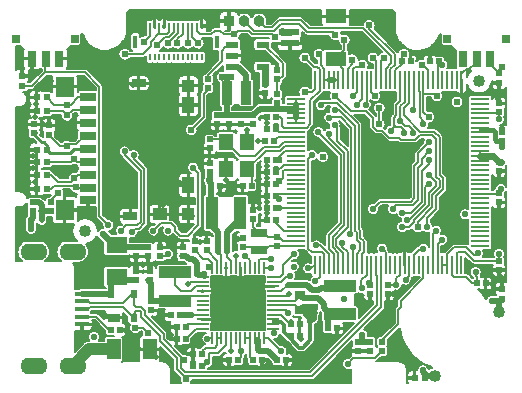
<source format=gtl>
G04 #@! TF.GenerationSoftware,KiCad,Pcbnew,5.1.5+dfsg1-2build2*
G04 #@! TF.CreationDate,2020-11-30T07:47:56+01:00*
G04 #@! TF.ProjectId,FunKey,46756e4b-6579-42e6-9b69-6361645f7063,E*
G04 #@! TF.SameCoordinates,Original*
G04 #@! TF.FileFunction,Copper,L1,Top*
G04 #@! TF.FilePolarity,Positive*
%FSLAX46Y46*%
G04 Gerber Fmt 4.6, Leading zero omitted, Abs format (unit mm)*
G04 Created by KiCad (PCBNEW 5.1.5+dfsg1-2build2) date 2020-11-30 07:47:56*
%MOMM*%
%LPD*%
G04 APERTURE LIST*
%ADD10R,1.800000X1.200000*%
%ADD11R,1.550000X0.600000*%
%ADD12C,0.609600*%
%ADD13R,0.247500X1.600000*%
%ADD14R,1.600000X0.247500*%
%ADD15R,1.400000X0.700000*%
%ADD16R,0.380000X1.100000*%
%ADD17R,0.230000X0.630000*%
%ADD18R,0.650000X0.700000*%
%ADD19R,0.800000X1.350000*%
%ADD20R,0.850000X2.000000*%
%ADD21R,1.200000X0.655000*%
%ADD22R,1.050000X1.400000*%
%ADD23R,1.050000X1.075000*%
%ADD24R,1.200000X0.725000*%
%ADD25R,1.500000X1.775000*%
%ADD26R,1.500000X1.725000*%
%ADD27R,1.150000X1.055000*%
%ADD28R,1.350000X0.650000*%
%ADD29R,1.350000X0.750000*%
%ADD30R,2.700000X1.000000*%
%ADD31R,1.000000X2.700000*%
%ADD32R,1.000000X0.200000*%
%ADD33R,0.200000X1.000000*%
%ADD34O,2.300000X1.400000*%
%ADD35R,1.150000X0.400000*%
%ADD36R,1.100000X0.600000*%
%ADD37C,0.965200*%
%ADD38R,0.965200X0.965200*%
%ADD39R,1.143000X1.778000*%
%ADD40R,0.600000X0.700000*%
%ADD41R,1.000000X0.700000*%
%ADD42R,1.800000X1.400000*%
%ADD43R,1.270000X1.397000*%
%ADD44R,0.889000X0.635000*%
%ADD45R,0.550000X0.600000*%
%ADD46R,0.600000X0.550000*%
%ADD47R,0.508000X0.508000*%
%ADD48C,1.016000*%
%ADD49C,0.508000*%
%ADD50C,0.558800*%
%ADD51C,0.152400*%
%ADD52C,0.203200*%
%ADD53C,0.508000*%
%ADD54C,0.609600*%
%ADD55C,0.406400*%
%ADD56C,0.304800*%
%ADD57C,1.016000*%
%ADD58C,0.182881*%
%ADD59C,0.254000*%
G04 APERTURE END LIST*
D10*
X103533000Y-48536000D03*
X103533000Y-44936000D03*
D11*
X99658000Y-47236000D03*
X99658000Y-46236000D03*
D12*
X106950000Y-57166000D03*
X107950000Y-57166000D03*
X108950000Y-57166000D03*
X106950000Y-58166000D03*
X107950000Y-58166000D03*
X108950000Y-58166000D03*
X106950000Y-59166000D03*
X107950000Y-59166000D03*
X108950000Y-59166000D03*
D13*
X114150000Y-65966000D03*
X113750000Y-65966000D03*
X113350000Y-65966000D03*
X112950000Y-65966000D03*
X112550000Y-65966000D03*
X112150000Y-65966000D03*
X111750000Y-65966000D03*
X111350000Y-65966000D03*
X110950000Y-65966000D03*
X110550000Y-65966000D03*
X110150000Y-65966000D03*
X109750000Y-65966000D03*
X109350000Y-65966000D03*
X108950000Y-65966000D03*
X108550000Y-65966000D03*
X108150000Y-65966000D03*
X107750000Y-65966000D03*
X107350000Y-65966000D03*
X106950000Y-65966000D03*
X106550000Y-65966000D03*
X106150000Y-65966000D03*
X105750000Y-65966000D03*
X105350000Y-65966000D03*
X104950000Y-65966000D03*
X104550000Y-65966000D03*
X104150000Y-65966000D03*
X103750000Y-65966000D03*
X103350000Y-65966000D03*
X102950000Y-65966000D03*
X102550000Y-65966000D03*
X102150000Y-65966000D03*
X101750000Y-65966000D03*
D14*
X100150000Y-64366000D03*
X100150000Y-63966000D03*
X100150000Y-63566000D03*
X100150000Y-63166000D03*
X100150000Y-62766000D03*
X100150000Y-62366000D03*
X100150000Y-61966000D03*
X100150000Y-61566000D03*
X100150000Y-61166000D03*
X100150000Y-60766000D03*
X100150000Y-60366000D03*
X100150000Y-59966000D03*
X100150000Y-59566000D03*
X100150000Y-59166000D03*
X100150000Y-58766000D03*
X100150000Y-58366000D03*
X100150000Y-57966000D03*
X100150000Y-57566000D03*
X100150000Y-57166000D03*
X100150000Y-56766000D03*
X100150000Y-56366000D03*
X100150000Y-55966000D03*
X100150000Y-55566000D03*
X100150000Y-55166000D03*
X100150000Y-54766000D03*
X100150000Y-54366000D03*
X100150000Y-53966000D03*
X100150000Y-53566000D03*
X100150000Y-53166000D03*
X100150000Y-52766000D03*
X100150000Y-52366000D03*
X100150000Y-51966000D03*
D13*
X101750000Y-50366000D03*
X102150000Y-50366000D03*
X102550000Y-50366000D03*
X102950000Y-50366000D03*
X103350000Y-50366000D03*
X103750000Y-50366000D03*
X104150000Y-50366000D03*
X104550000Y-50366000D03*
X104950000Y-50366000D03*
X105350000Y-50366000D03*
X105750000Y-50366000D03*
X106150000Y-50366000D03*
X106550000Y-50366000D03*
X106950000Y-50366000D03*
X107350000Y-50366000D03*
X107750000Y-50366000D03*
X108150000Y-50366000D03*
X108550000Y-50366000D03*
X108950000Y-50366000D03*
X109350000Y-50366000D03*
X109750000Y-50366000D03*
X110150000Y-50366000D03*
X110550000Y-50366000D03*
X110950000Y-50366000D03*
X111350000Y-50366000D03*
X111750000Y-50366000D03*
X112150000Y-50366000D03*
X112550000Y-50366000D03*
X112950000Y-50366000D03*
X113350000Y-50366000D03*
X113750000Y-50366000D03*
X114150000Y-50366000D03*
D14*
X115750000Y-51966000D03*
X115750000Y-52366000D03*
X115750000Y-52766000D03*
X115750000Y-53166000D03*
X115750000Y-53566000D03*
X115750000Y-53966000D03*
X115750000Y-54366000D03*
X115750000Y-54766000D03*
X115750000Y-55166000D03*
X115750000Y-55566000D03*
X115750000Y-55966000D03*
X115750000Y-56366000D03*
X115750000Y-56766000D03*
X115750000Y-57166000D03*
X115750000Y-57566000D03*
X115750000Y-57966000D03*
X115750000Y-58366000D03*
X115750000Y-58766000D03*
X115750000Y-59166000D03*
X115750000Y-59566000D03*
X115750000Y-59966000D03*
X115750000Y-60366000D03*
X115750000Y-60766000D03*
X115750000Y-61166000D03*
X115750000Y-61566000D03*
X115750000Y-61966000D03*
X115750000Y-62366000D03*
X115750000Y-62766000D03*
X115750000Y-63166000D03*
X115750000Y-63566000D03*
X115750000Y-63966000D03*
X115750000Y-64366000D03*
D15*
X97028000Y-64758000D03*
X97028000Y-63258000D03*
D16*
X86552200Y-47091600D03*
X93432200Y-47091600D03*
D17*
X92192200Y-45771600D03*
X91792200Y-45771600D03*
X91392200Y-45771600D03*
X90992200Y-45771600D03*
X90592200Y-45771600D03*
X90192200Y-45771600D03*
X89792200Y-45771600D03*
X89392200Y-45771600D03*
X88992200Y-45771600D03*
X88592200Y-45771600D03*
X88192200Y-45771600D03*
X87792200Y-45771600D03*
X92192200Y-48411600D03*
X91792200Y-48411600D03*
X91392200Y-48411600D03*
X90992200Y-48411600D03*
X90592200Y-48411600D03*
X90192200Y-48411600D03*
X89792200Y-48411600D03*
X89392200Y-48411600D03*
X88992200Y-48411600D03*
X88592200Y-48411600D03*
X88192200Y-48411600D03*
X87792200Y-48411600D03*
D18*
X112975000Y-46850000D03*
X117925000Y-46850000D03*
D19*
X114300000Y-48525000D03*
X116600000Y-48525000D03*
X115450000Y-48525000D03*
D18*
X76475000Y-46850000D03*
X81425000Y-46850000D03*
D19*
X77800000Y-48525000D03*
X80100000Y-48525000D03*
X78950000Y-48525000D03*
D20*
X94298000Y-51435000D03*
X95948000Y-51435000D03*
D21*
X86828600Y-50613500D03*
D22*
X91053600Y-52461000D03*
X91053600Y-59261000D03*
D23*
X91053600Y-50823500D03*
X91053600Y-61698500D03*
D24*
X86128600Y-61873500D03*
D25*
X80578600Y-61348500D03*
D26*
X80578600Y-50918500D03*
D27*
X88603600Y-61708500D03*
D28*
X82553600Y-60461000D03*
D29*
X82553600Y-51761000D03*
X82553600Y-52861000D03*
X82553600Y-53961000D03*
X82553600Y-55061000D03*
X82553600Y-56161000D03*
X82553600Y-57261000D03*
X82553600Y-58361000D03*
X82553600Y-59461000D03*
D30*
X103886000Y-70161000D03*
X103886000Y-67761000D03*
D31*
X93034000Y-61595000D03*
X95434000Y-61595000D03*
D30*
X89916000Y-66618000D03*
X89916000Y-69018000D03*
D12*
X94050000Y-70415000D03*
X94050000Y-69215000D03*
X94050000Y-68015000D03*
X95250000Y-70415000D03*
X95250000Y-69215000D03*
X95250000Y-68015000D03*
X96450000Y-70415000D03*
X96450000Y-69215000D03*
X96450000Y-68015000D03*
D32*
X98250000Y-67015000D03*
X98250000Y-67415000D03*
X98250000Y-67815000D03*
X98250000Y-68215000D03*
X98250000Y-68615000D03*
X98250000Y-69015000D03*
X98250000Y-69415000D03*
X98250000Y-69815000D03*
X98250000Y-70215000D03*
X98250000Y-70615000D03*
X98250000Y-71015000D03*
X98250000Y-71415000D03*
D33*
X97450000Y-72215000D03*
X97050000Y-72215000D03*
X96650000Y-72215000D03*
X96250000Y-72215000D03*
X95850000Y-72215000D03*
X95450000Y-72215000D03*
X95050000Y-72215000D03*
X94650000Y-72215000D03*
X94250000Y-72215000D03*
X93850000Y-72215000D03*
X93450000Y-72215000D03*
X93050000Y-72215000D03*
D32*
X92250000Y-71415000D03*
X92250000Y-71015000D03*
X92250000Y-70615000D03*
X92250000Y-70215000D03*
X92250000Y-69815000D03*
X92250000Y-69415000D03*
X92250000Y-69015000D03*
X92250000Y-68615000D03*
X92250000Y-68215000D03*
X92250000Y-67815000D03*
X92250000Y-67415000D03*
X92250000Y-67015000D03*
D33*
X93050000Y-66215000D03*
X93450000Y-66215000D03*
X93850000Y-66215000D03*
X94250000Y-66215000D03*
X94650000Y-66215000D03*
X95050000Y-66215000D03*
X95450000Y-66215000D03*
X95850000Y-66215000D03*
X96250000Y-66215000D03*
X96650000Y-66215000D03*
X97050000Y-66215000D03*
X97450000Y-66215000D03*
D34*
X81250000Y-74573000D03*
X81250000Y-64873000D03*
D35*
X82035000Y-71023000D03*
X82035000Y-70373000D03*
X82035000Y-69723000D03*
X82035000Y-69073000D03*
X82035000Y-68423000D03*
D34*
X77950000Y-64873000D03*
X77950000Y-74573000D03*
D36*
X97337400Y-47335400D03*
X97337400Y-49235400D03*
X94737400Y-49235400D03*
X94737400Y-48285400D03*
X94737400Y-47335400D03*
D37*
X97028000Y-45339000D03*
X95758000Y-45339000D03*
D38*
X94488000Y-45339000D03*
D39*
X87757000Y-73152000D03*
X84709000Y-73152000D03*
D40*
X84521000Y-68469000D03*
X86421000Y-68469000D03*
X86421000Y-70469000D03*
D41*
X84721000Y-70469000D03*
D42*
X84963000Y-64309000D03*
X84963000Y-67009000D03*
D43*
X96012000Y-55626000D03*
X96012000Y-57912000D03*
X94234000Y-57912000D03*
X94234000Y-55626000D03*
D44*
X100507800Y-68580000D03*
X100507800Y-69850000D03*
D45*
X78188000Y-51816000D03*
X79038000Y-51816000D03*
X78188000Y-52959000D03*
X79038000Y-52959000D03*
D46*
X79248000Y-54185000D03*
X79248000Y-55035000D03*
D45*
X78188000Y-56261000D03*
X79038000Y-56261000D03*
X78188000Y-57277000D03*
X79038000Y-57277000D03*
X78188000Y-58420000D03*
X79038000Y-58420000D03*
X78188000Y-59563000D03*
X79038000Y-59563000D03*
X110192000Y-75565000D03*
X111042000Y-75565000D03*
D46*
X117602000Y-68028000D03*
X117602000Y-68878000D03*
X117348000Y-50590000D03*
X117348000Y-49740000D03*
X76962000Y-49994000D03*
X76962000Y-50844000D03*
D47*
X99314000Y-74041000D03*
X98552000Y-74041000D03*
X97282000Y-74041000D03*
X96520000Y-74041000D03*
X94488000Y-74041000D03*
X95250000Y-74041000D03*
X91440000Y-73533000D03*
X92202000Y-73533000D03*
X90805000Y-72263000D03*
X90043000Y-72263000D03*
X90297000Y-70231000D03*
X89535000Y-70231000D03*
X91567000Y-64770000D03*
X91567000Y-64008000D03*
X100457000Y-70993000D03*
X99695000Y-70993000D03*
X92583000Y-64770000D03*
X92583000Y-64008000D03*
X91440000Y-74549000D03*
X92202000Y-74549000D03*
X88646000Y-65278000D03*
X88646000Y-64516000D03*
X87757000Y-66548000D03*
X87757000Y-67310000D03*
X90551000Y-65278000D03*
X90551000Y-64516000D03*
X87884000Y-69088000D03*
X87884000Y-69850000D03*
X92964000Y-59309000D03*
X93726000Y-59309000D03*
X92837000Y-58166000D03*
X92837000Y-57404000D03*
X103632000Y-71374000D03*
X102870000Y-71374000D03*
X100457000Y-72009000D03*
X99695000Y-72009000D03*
X101727000Y-69596000D03*
X101727000Y-68834000D03*
X93472000Y-53340000D03*
X93472000Y-54102000D03*
X97536000Y-50673000D03*
X97536000Y-51435000D03*
X94488000Y-53340000D03*
X94488000Y-54102000D03*
X98425000Y-59182000D03*
X97663000Y-59182000D03*
X106426000Y-67691000D03*
X106426000Y-68453000D03*
X98425000Y-60198000D03*
X97663000Y-60198000D03*
X98425000Y-57150000D03*
X97663000Y-57150000D03*
X98425000Y-54483000D03*
X97663000Y-54483000D03*
X98425000Y-53467000D03*
X97663000Y-53467000D03*
X109855000Y-48768000D03*
X109093000Y-48768000D03*
X111506000Y-48768000D03*
X112268000Y-48768000D03*
X117602000Y-54737000D03*
X117602000Y-55499000D03*
X116205000Y-67564000D03*
X115443000Y-67564000D03*
X117348000Y-66421000D03*
X117348000Y-65659000D03*
X117348000Y-58039000D03*
X117348000Y-57277000D03*
X96520000Y-54102000D03*
X96520000Y-53340000D03*
X95504000Y-54102000D03*
X95504000Y-53340000D03*
X97663000Y-58166000D03*
X98425000Y-58166000D03*
X107950000Y-68453000D03*
X107950000Y-67691000D03*
X87630000Y-64516000D03*
X87630000Y-65278000D03*
X86614000Y-64516000D03*
X86614000Y-65278000D03*
X86614000Y-66548000D03*
X86614000Y-67310000D03*
X105410000Y-72517000D03*
X105410000Y-73279000D03*
X96393000Y-59309000D03*
X95631000Y-59309000D03*
X92837000Y-55372000D03*
X92837000Y-56134000D03*
X95631000Y-64516000D03*
X95631000Y-63754000D03*
X96520000Y-62103000D03*
X96520000Y-61341000D03*
X77978000Y-54864000D03*
X77978000Y-54102000D03*
X117348000Y-59944000D03*
X117348000Y-60706000D03*
X117348000Y-53086000D03*
X117348000Y-52324000D03*
X98425000Y-62230000D03*
X97663000Y-62230000D03*
X98425000Y-61214000D03*
X97663000Y-61214000D03*
X106426000Y-73279000D03*
X106426000Y-72517000D03*
X107442000Y-73279000D03*
X107442000Y-72517000D03*
X90805000Y-71247000D03*
X90043000Y-71247000D03*
X98552000Y-51562000D03*
X98552000Y-52324000D03*
X98552000Y-50292000D03*
X98552000Y-49530000D03*
X92710000Y-51054000D03*
X92710000Y-50292000D03*
X98298000Y-55499000D03*
X97536000Y-55499000D03*
X79375000Y-60706000D03*
X79375000Y-61468000D03*
X85217000Y-71501000D03*
X84455000Y-71501000D03*
X98552000Y-64389000D03*
X98552000Y-63627000D03*
X77851000Y-60706000D03*
X77851000Y-61468000D03*
D48*
X115646200Y-50393600D03*
X82296000Y-63119000D03*
D49*
X102362000Y-73279000D03*
X100330000Y-74295000D03*
X93726000Y-74422000D03*
X88773000Y-70358000D03*
X89611200Y-71932800D03*
X89662000Y-64008000D03*
X90678000Y-62865000D03*
X92049600Y-64084200D03*
X95275400Y-63779400D03*
X109016800Y-64541400D03*
X86868000Y-73152000D03*
X94996000Y-59309000D03*
X117297200Y-51968400D03*
X96012000Y-54610000D03*
X96901000Y-55499000D03*
X97663000Y-58674000D03*
X117475000Y-67056000D03*
X117475000Y-58801000D03*
X117602000Y-54406800D03*
X110566200Y-48310800D03*
X117602000Y-61722000D03*
X91440000Y-74193400D03*
X78181200Y-52349400D03*
X78054200Y-53492400D03*
X77927200Y-56794400D03*
X77927200Y-57810400D03*
X78054200Y-58953400D03*
X78714600Y-54051200D03*
X106426000Y-69088000D03*
X85725000Y-71628000D03*
X85598000Y-70485000D03*
X86614000Y-66167000D03*
X87757000Y-66167000D03*
X88265000Y-73787000D03*
X97739200Y-74447400D03*
X83058000Y-70993000D03*
X91694000Y-44805600D03*
X90678000Y-44805600D03*
X89662000Y-44805600D03*
X88646000Y-44805600D03*
X87630000Y-44805600D03*
X100761800Y-65024000D03*
X105486200Y-69113400D03*
X116840000Y-67691000D03*
X106476800Y-64338200D03*
X108331000Y-68427600D03*
X107950000Y-69291200D03*
X114503200Y-51689000D03*
X92837000Y-56769000D03*
X79451200Y-50444400D03*
X91313000Y-61849000D03*
X96774000Y-71120000D03*
X97663000Y-53975000D03*
D50*
X80645000Y-63246000D03*
D49*
X108204000Y-72390000D03*
X110032800Y-64414400D03*
X104394000Y-75438000D03*
X104190800Y-54533800D03*
D50*
X84201000Y-60198000D03*
D49*
X103047800Y-59334400D03*
X77673200Y-50063400D03*
X80975200Y-48539400D03*
X83820000Y-48260000D03*
X86360000Y-50800000D03*
X86360000Y-53340000D03*
X84074000Y-53340000D03*
X88900000Y-60960000D03*
X91186000Y-55372000D03*
X78740000Y-63500000D03*
X113792000Y-58420000D03*
X106680000Y-55880000D03*
X82118200Y-50800000D03*
X78435200Y-51079400D03*
X80772000Y-54254400D03*
D50*
X84963000Y-61214000D03*
D49*
X85090000Y-65659000D03*
X83947000Y-70231000D03*
X102616000Y-75565000D03*
X97282000Y-69342000D03*
X94488000Y-67183000D03*
X94234000Y-56896000D03*
X94234000Y-58801000D03*
X97663000Y-57658000D03*
X97663000Y-60706000D03*
X97663000Y-61620400D03*
X97053400Y-61163200D03*
X107924600Y-51689000D03*
X113792000Y-57150000D03*
X113665000Y-61214000D03*
X112649000Y-61468000D03*
X114046000Y-63881000D03*
X116205000Y-66929000D03*
X109601000Y-60071000D03*
X106299000Y-60071000D03*
X91440000Y-56972200D03*
X90297000Y-59055000D03*
X83718400Y-71678800D03*
X90297000Y-54610000D03*
X90297000Y-55753000D03*
X80467200Y-58394600D03*
X102387400Y-63703200D03*
X100584000Y-72263000D03*
X113030000Y-52146200D03*
D12*
X103632000Y-47396400D03*
X105156000Y-47853600D03*
X105918000Y-47091600D03*
X101803200Y-45034200D03*
D49*
X99212400Y-50977800D03*
X96774000Y-50063400D03*
D12*
X100736400Y-47015400D03*
D49*
X105841800Y-53594000D03*
X115493800Y-48133000D03*
X112242600Y-47548800D03*
X94640400Y-73279000D03*
X90297000Y-70231000D03*
X97790000Y-73279000D03*
X91008200Y-67614800D03*
X95046800Y-65227200D03*
X99542600Y-68453000D03*
D50*
X89306400Y-65074800D03*
X83058000Y-72085200D03*
X104241600Y-68884800D03*
D49*
X97028000Y-73279000D03*
X91059000Y-70231000D03*
D12*
X97536000Y-50139600D03*
D50*
X105714800Y-67970400D03*
X117602000Y-56007000D03*
X117500400Y-57302400D03*
X112547400Y-49072800D03*
X98729800Y-61214000D03*
X92964000Y-60045600D03*
X92811600Y-58826400D03*
X115366800Y-66598800D03*
D12*
X106680000Y-48463200D03*
X105765600Y-49072800D03*
X100888800Y-51358800D03*
X104241600Y-46939200D03*
X98755200Y-58902600D03*
X109270800Y-48158400D03*
D49*
X99745800Y-70815200D03*
D50*
X112014000Y-63093600D03*
X91744800Y-66751200D03*
X104089200Y-64160400D03*
X77724000Y-62179200D03*
X89306400Y-63093600D03*
X89001600Y-69189600D03*
X89916000Y-69189600D03*
X90830400Y-69189600D03*
X99974400Y-66141600D03*
X117348000Y-65074800D03*
X117500400Y-59588400D03*
X114452400Y-61722000D03*
X117348000Y-53644800D03*
X98450400Y-62179200D03*
X98755200Y-60426600D03*
X92354400Y-66751200D03*
X106375200Y-67513200D03*
X77724000Y-62941200D03*
D12*
X113792000Y-52197000D03*
X107594400Y-48463200D03*
X104927400Y-48615600D03*
X85648800Y-48158400D03*
D50*
X101803200Y-67360800D03*
X92659200Y-74218800D03*
D12*
X102412800Y-56845200D03*
D50*
X95504000Y-73279000D03*
X83820000Y-63398400D03*
X108661200Y-67665600D03*
D12*
X92811600Y-66141600D03*
X98755200Y-57150000D03*
X91287600Y-54559200D03*
D50*
X101650800Y-69951600D03*
X101346000Y-70713600D03*
D12*
X98983800Y-46253400D03*
D50*
X98425000Y-57861200D03*
X98450400Y-54254400D03*
D12*
X102108000Y-48158400D03*
X94691200Y-50088800D03*
X93929200Y-50088800D03*
D50*
X107442000Y-64617600D03*
D12*
X90830400Y-75641200D03*
X90678000Y-74066400D03*
D50*
X102285800Y-52476400D03*
D12*
X80772000Y-52425600D03*
D50*
X103428800Y-52908200D03*
D12*
X80772000Y-53340000D03*
D50*
X105003600Y-64465200D03*
X103428800Y-54127400D03*
D12*
X81381600Y-56997600D03*
X80010000Y-59893200D03*
D50*
X102971600Y-54889400D03*
D12*
X81381600Y-58674000D03*
D50*
X102057200Y-54737000D03*
D12*
X81534000Y-59436000D03*
D50*
X101879400Y-64338200D03*
X92659200Y-72237600D03*
X101498400Y-56692800D03*
D12*
X111404400Y-53467000D03*
X112064800Y-51689000D03*
X98374200Y-46710600D03*
X94945200Y-46482000D03*
X107213400Y-52730400D03*
X107213400Y-54102000D03*
D50*
X99669600Y-66903600D03*
X99517200Y-70027800D03*
X98298000Y-71780400D03*
X98907600Y-73304400D03*
D12*
X103479600Y-51663600D03*
X110490000Y-62788800D03*
D49*
X78613000Y-61442600D03*
X78079600Y-54813200D03*
X78613000Y-62204600D03*
D50*
X104698800Y-63398400D03*
X102971600Y-53517800D03*
D12*
X80772000Y-55930800D03*
D50*
X105765600Y-71932800D03*
D12*
X103479600Y-46507400D03*
D50*
X116738400Y-69037200D03*
D48*
X117348000Y-69950000D03*
D50*
X104546400Y-74371200D03*
X110896400Y-74930000D03*
D48*
X111900000Y-75387200D03*
D12*
X87325200Y-47091600D03*
D50*
X84277200Y-62636400D03*
X111404400Y-57150000D03*
X109118400Y-61569600D03*
X111404400Y-56388000D03*
X108356400Y-61264800D03*
X111404400Y-55626000D03*
X106680000Y-61264800D03*
D12*
X117576600Y-49225200D03*
D50*
X115570000Y-65024000D03*
X112547400Y-63855600D03*
X101193600Y-66294000D03*
X110947200Y-64617600D03*
D12*
X100888800Y-48463200D03*
D50*
X109448600Y-67233800D03*
X95859600Y-65227200D03*
D12*
X86563200Y-71323200D03*
X87630000Y-71780400D03*
D50*
X105308400Y-52425600D03*
D12*
X88392000Y-47396400D03*
D50*
X105003600Y-51663600D03*
D12*
X89306400Y-47244000D03*
X106832400Y-51663600D03*
X91897200Y-47244000D03*
D50*
X106070400Y-52425600D03*
D12*
X90119200Y-47244000D03*
X90982800Y-47244000D03*
X110794800Y-49072800D03*
D50*
X110947200Y-54102000D03*
X88087200Y-63093600D03*
X91440000Y-57759600D03*
D12*
X106375200Y-45720000D03*
D50*
X110032800Y-52882800D03*
X99974400Y-65074800D03*
X111252000Y-62788800D03*
X110032800Y-54864000D03*
X98044000Y-65481200D03*
X108966000Y-53797200D03*
X111404400Y-58369200D03*
X109118400Y-62788800D03*
X85344000Y-63093600D03*
X85648800Y-56388000D03*
X109270800Y-54864000D03*
X98044000Y-66243200D03*
X108204000Y-54635400D03*
X111404400Y-59131200D03*
X109575600Y-62179200D03*
X86258400Y-63246000D03*
X86410800Y-56692800D03*
D51*
X106426000Y-73279000D02*
X105410000Y-73279000D01*
X98250000Y-67815000D02*
X97539000Y-67815000D01*
X97539000Y-67815000D02*
X97231200Y-68122800D01*
X97231200Y-68122800D02*
X96557800Y-68122800D01*
X96557800Y-68122800D02*
X96450000Y-68015000D01*
X109350000Y-65966000D02*
X109350000Y-65001600D01*
X109350000Y-65001600D02*
X109118400Y-64770000D01*
X109118400Y-64770000D02*
X109118400Y-64643000D01*
X109118400Y-64643000D02*
X109016800Y-64541400D01*
X100457000Y-72009000D02*
X100457000Y-72136000D01*
X100457000Y-72136000D02*
X100584000Y-72263000D01*
X91567000Y-64008000D02*
X91973400Y-64008000D01*
X91973400Y-64008000D02*
X92049600Y-64084200D01*
X115450000Y-48525000D02*
X115450000Y-48837200D01*
X115450000Y-48837200D02*
X114757200Y-49530000D01*
X114757200Y-49530000D02*
X114452400Y-49530000D01*
X114452400Y-49530000D02*
X114147600Y-49834800D01*
X114147600Y-49834800D02*
X114147600Y-50363600D01*
X114147600Y-50363600D02*
X114150000Y-50366000D01*
X97536000Y-55499000D02*
X96901000Y-55499000D01*
D52*
X97050000Y-72215000D02*
X96650000Y-72215000D01*
X92250000Y-70215000D02*
X91329000Y-70215000D01*
X98250000Y-68615000D02*
X99380600Y-68615000D01*
X99380600Y-68615000D02*
X99542600Y-68453000D01*
X92250000Y-67415000D02*
X91208000Y-67415000D01*
X91208000Y-67415000D02*
X91008200Y-67614800D01*
X94650000Y-72215000D02*
X94650000Y-73269400D01*
D53*
X91329000Y-70215000D02*
X91186000Y-70215000D01*
X91186000Y-70215000D02*
X90313000Y-70215000D01*
X90313000Y-70215000D02*
X90297000Y-70231000D01*
D52*
X97050000Y-72215000D02*
X97050000Y-72241000D01*
X97050000Y-72241000D02*
X96901000Y-72390000D01*
D53*
X96901000Y-72390000D02*
X96901000Y-73152000D01*
X96901000Y-73152000D02*
X97028000Y-73279000D01*
X97028000Y-73279000D02*
X97790000Y-73279000D01*
X97790000Y-73279000D02*
X98552000Y-74041000D01*
X91059000Y-70231000D02*
X91170000Y-70231000D01*
X91170000Y-70231000D02*
X91186000Y-70215000D01*
D51*
X88646000Y-65278000D02*
X89103200Y-65278000D01*
X89103200Y-65278000D02*
X89306400Y-65074800D01*
D52*
X94650000Y-73269400D02*
X94640400Y-73279000D01*
D53*
X97536000Y-49434000D02*
X97337400Y-49235400D01*
D54*
X97536000Y-50673000D02*
X97536000Y-50139600D01*
X97536000Y-49434000D02*
X97536000Y-50139600D01*
D52*
X95050000Y-66215000D02*
X95050000Y-65230400D01*
D51*
X95050000Y-65230400D02*
X95046800Y-65227200D01*
D52*
X115750000Y-56366000D02*
X115750000Y-56766000D01*
X115750000Y-54766000D02*
X115750000Y-54366000D01*
D51*
X115750000Y-56766000D02*
X115750000Y-57166000D01*
X108550000Y-50366000D02*
X108550000Y-49514200D01*
X108550000Y-49514200D02*
X109093000Y-48971200D01*
X113350000Y-66817200D02*
X113538000Y-67005200D01*
D53*
X92837000Y-58166000D02*
X92837000Y-58826400D01*
X92837000Y-58826400D02*
X92837000Y-59004200D01*
X92837000Y-59004200D02*
X92964000Y-59131200D01*
X92964000Y-59131200D02*
X92964000Y-59309000D01*
X93034000Y-61595000D02*
X93034000Y-62706400D01*
X93034000Y-62706400D02*
X93573600Y-63246000D01*
X93573600Y-63246000D02*
X93573600Y-64922400D01*
D52*
X93850000Y-66215000D02*
X93850000Y-65198800D01*
X93850000Y-65198800D02*
X93573600Y-64922400D01*
D53*
X92964000Y-59309000D02*
X92964000Y-61525000D01*
X92964000Y-61525000D02*
X93034000Y-61595000D01*
D51*
X106150000Y-65966000D02*
X106150000Y-66824000D01*
X112150000Y-50366000D02*
X112150000Y-48886000D01*
X112150000Y-48886000D02*
X112268000Y-48768000D01*
X115366800Y-66598800D02*
X115366800Y-66903600D01*
X115366800Y-66903600D02*
X115519200Y-67056000D01*
X115519200Y-67056000D02*
X115519200Y-67487800D01*
X115519200Y-67487800D02*
X115443000Y-67564000D01*
X113538000Y-67005200D02*
X114554000Y-67005200D01*
X114554000Y-67005200D02*
X115062000Y-67513200D01*
X115062000Y-67513200D02*
X115392200Y-67513200D01*
X115392200Y-67513200D02*
X115443000Y-67564000D01*
D53*
X92811600Y-58826400D02*
X92837000Y-58826400D01*
D54*
X115750000Y-56766000D02*
X116837000Y-56766000D01*
X116837000Y-56766000D02*
X117348000Y-57277000D01*
D53*
X117348000Y-57277000D02*
X117475000Y-57277000D01*
D54*
X117475000Y-57277000D02*
X117500400Y-57302400D01*
D55*
X117602000Y-55499000D02*
X117094000Y-55499000D01*
X117094000Y-55499000D02*
X116967000Y-55372000D01*
X116967000Y-55372000D02*
X116967000Y-54737000D01*
X116967000Y-54737000D02*
X116840000Y-54610000D01*
X116840000Y-54610000D02*
X115824000Y-54610000D01*
D52*
X115824000Y-54610000D02*
X115750000Y-54610000D01*
X115750000Y-54610000D02*
X115750000Y-54766000D01*
D53*
X117602000Y-55499000D02*
X117602000Y-56007000D01*
D51*
X106150000Y-66824000D02*
X105664000Y-67310000D01*
X105664000Y-67310000D02*
X105664000Y-67919600D01*
X105664000Y-67919600D02*
X105714800Y-67970400D01*
X113350000Y-65966000D02*
X113350000Y-66817200D01*
X106680000Y-48463200D02*
X106950000Y-48733200D01*
X106950000Y-48733200D02*
X106950000Y-50366000D01*
X104950000Y-50366000D02*
X104950000Y-49431200D01*
X104950000Y-49431200D02*
X105156000Y-49225200D01*
X105156000Y-49225200D02*
X105613200Y-49225200D01*
X105613200Y-49225200D02*
X105765600Y-49072800D01*
X101750000Y-50366000D02*
X101750000Y-51107200D01*
X101750000Y-51107200D02*
X101498400Y-51358800D01*
X104150000Y-50366000D02*
X104150000Y-49438400D01*
X104150000Y-49438400D02*
X103936800Y-49225200D01*
X103936800Y-49225200D02*
X103936800Y-48939800D01*
X103936800Y-48939800D02*
X103533000Y-48536000D01*
X100150000Y-57966000D02*
X99158400Y-57966000D01*
X99158400Y-57966000D02*
X99060000Y-58064400D01*
X99060000Y-58064400D02*
X99060000Y-58597800D01*
X99060000Y-58597800D02*
X98755200Y-58902600D01*
X101498400Y-51358800D02*
X100888800Y-51358800D01*
X104241600Y-46939200D02*
X104241600Y-47827400D01*
X104241600Y-47827400D02*
X103533000Y-48536000D01*
X109118400Y-48310800D02*
X109118400Y-48742600D01*
X109118400Y-48742600D02*
X109093000Y-48768000D01*
X109093000Y-48768000D02*
X109093000Y-48971200D01*
X109118400Y-48310800D02*
X109270800Y-48158400D01*
X100150000Y-61166000D02*
X98777800Y-61166000D01*
X98777800Y-61166000D02*
X98729800Y-61214000D01*
X98425000Y-61214000D02*
X98729800Y-61214000D01*
X98425000Y-59182000D02*
X98475800Y-59182000D01*
X98475800Y-59182000D02*
X98755200Y-58902600D01*
X112268000Y-48768000D02*
X112268000Y-48793400D01*
X112268000Y-48793400D02*
X112547400Y-49072800D01*
X100150000Y-63166000D02*
X99132400Y-63166000D01*
X100150000Y-59966000D02*
X98657000Y-59966000D01*
X115750000Y-53166000D02*
X117268000Y-53166000D01*
X117268000Y-53166000D02*
X117348000Y-53086000D01*
X111750000Y-65966000D02*
X111750000Y-63357600D01*
X111750000Y-63357600D02*
X112014000Y-63093600D01*
X113750000Y-65966000D02*
X113750000Y-65015200D01*
X113750000Y-65015200D02*
X113842800Y-64922400D01*
X113842800Y-64922400D02*
X114477800Y-64922400D01*
X114477800Y-64922400D02*
X115214400Y-65659000D01*
X115214400Y-65659000D02*
X117348000Y-65659000D01*
X92250000Y-67015000D02*
X91856200Y-67015000D01*
D55*
X91744800Y-66751200D02*
X92354400Y-66751200D01*
X92354400Y-66751200D02*
X92354400Y-66910600D01*
D51*
X92354400Y-66910600D02*
X92250000Y-67015000D01*
D53*
X91744800Y-66751200D02*
X91744800Y-65836800D01*
X91744800Y-65836800D02*
X91440000Y-65532000D01*
X91440000Y-65532000D02*
X91135200Y-65532000D01*
X91135200Y-65532000D02*
X90830400Y-65227200D01*
D52*
X98250000Y-70215000D02*
X98866200Y-70215000D01*
X106550000Y-65966000D02*
X106550000Y-67567000D01*
X106550000Y-67567000D02*
X106426000Y-67691000D01*
D53*
X87884000Y-69088000D02*
X87884000Y-67564000D01*
X87884000Y-69088000D02*
X89611200Y-69088000D01*
X89611200Y-69088000D02*
X89846000Y-69088000D01*
X89846000Y-69088000D02*
X89916000Y-69018000D01*
D52*
X92250000Y-68615000D02*
X90319000Y-68615000D01*
X90319000Y-68615000D02*
X89916000Y-69018000D01*
D51*
X104550000Y-65966000D02*
X104550000Y-64926000D01*
X104550000Y-64926000D02*
X104089200Y-64465200D01*
X104089200Y-64465200D02*
X104089200Y-64160400D01*
D52*
X98866200Y-70215000D02*
X99466400Y-70815200D01*
D51*
X117348000Y-65659000D02*
X117348000Y-65074800D01*
X117348000Y-53644800D02*
X117348000Y-53086000D01*
X89001600Y-69189600D02*
X89103200Y-69088000D01*
X89103200Y-69088000D02*
X89611200Y-69088000D01*
X89916000Y-69189600D02*
X90830400Y-69189600D01*
X89916000Y-69189600D02*
X89916000Y-69018000D01*
X106375200Y-67513200D02*
X106375200Y-67640200D01*
X106375200Y-67640200D02*
X106426000Y-67691000D01*
X115750000Y-59966000D02*
X117326000Y-59966000D01*
X98450400Y-62179200D02*
X98450400Y-62331600D01*
D53*
X90551000Y-65227200D02*
X90830400Y-65227200D01*
X87884000Y-67564000D02*
X87630000Y-67310000D01*
D51*
X117348000Y-59944000D02*
X117348000Y-59740800D01*
X117348000Y-59740800D02*
X117500400Y-59588400D01*
X117326000Y-59966000D02*
X117348000Y-59944000D01*
D53*
X90474800Y-65227200D02*
X90551000Y-65227200D01*
X90551000Y-65227200D02*
X90551000Y-65278000D01*
D51*
X99466400Y-70815200D02*
X99745800Y-70815200D01*
X99695000Y-70993000D02*
X99695000Y-70866000D01*
X99695000Y-70866000D02*
X99745800Y-70815200D01*
X107350000Y-50366000D02*
X107350000Y-48707600D01*
X107350000Y-48707600D02*
X107594400Y-48463200D01*
X89392200Y-45771600D02*
X89392200Y-45939000D01*
X104550000Y-50366000D02*
X104550000Y-49374000D01*
X104550000Y-49374000D02*
X104927400Y-48996600D01*
X104927400Y-48996600D02*
X104927400Y-48615600D01*
X88592200Y-45771600D02*
X88592200Y-46358000D01*
X89392200Y-45771600D02*
X89392200Y-46243800D01*
X89392200Y-46243800D02*
X89230200Y-46405800D01*
D53*
X77851000Y-61468000D02*
X77851000Y-62052200D01*
X77724000Y-62179200D02*
X77724000Y-62941200D01*
X77851000Y-62052200D02*
X77724000Y-62179200D01*
D51*
X85648800Y-48158400D02*
X87172800Y-48158400D01*
X87172800Y-48158400D02*
X87858600Y-47472600D01*
X89230200Y-46405800D02*
X88640000Y-46405800D01*
X88640000Y-46405800D02*
X88592200Y-46358000D01*
X87858600Y-47472600D02*
X87858600Y-47091600D01*
X87858600Y-47091600D02*
X88592200Y-46358000D01*
X98657000Y-59966000D02*
X98425000Y-60198000D01*
X99132400Y-63166000D02*
X98450400Y-62484000D01*
X98450400Y-62484000D02*
X98450400Y-62255400D01*
X98450400Y-62255400D02*
X98425000Y-62230000D01*
X98450400Y-62179200D02*
X98450400Y-62204600D01*
X98450400Y-62204600D02*
X98425000Y-62230000D01*
X98425000Y-60198000D02*
X98526600Y-60198000D01*
X98526600Y-60198000D02*
X98755200Y-60426600D01*
D52*
X94250000Y-72215000D02*
X94250000Y-72780400D01*
X94250000Y-72780400D02*
X93573600Y-73456800D01*
X93573600Y-73456800D02*
X92811600Y-73456800D01*
D51*
X102150000Y-65966000D02*
X102150000Y-67014000D01*
X102150000Y-67014000D02*
X101803200Y-67360800D01*
D52*
X92202000Y-74549000D02*
X92329000Y-74549000D01*
X92329000Y-74549000D02*
X92659200Y-74218800D01*
X92659200Y-74218800D02*
X92811600Y-74066400D01*
X92811600Y-74066400D02*
X92811600Y-73456800D01*
D53*
X86614000Y-64516000D02*
X85170000Y-64516000D01*
X85170000Y-64516000D02*
X84963000Y-64309000D01*
D54*
X83820000Y-63398400D02*
X84734400Y-64312800D01*
X84734400Y-64312800D02*
X84959200Y-64312800D01*
X84959200Y-64312800D02*
X84963000Y-64309000D01*
D53*
X86614000Y-64516000D02*
X87630000Y-64516000D01*
D51*
X95450000Y-73841000D02*
X95250000Y-74041000D01*
X95504000Y-73279000D02*
X95504000Y-73787000D01*
X95504000Y-73787000D02*
X95250000Y-74041000D01*
X95450000Y-72215000D02*
X95450000Y-73225000D01*
X95450000Y-73225000D02*
X95504000Y-73279000D01*
D52*
X96250000Y-72215000D02*
X95850000Y-72215000D01*
D51*
X96250000Y-72215000D02*
X96250000Y-73771000D01*
X96250000Y-73771000D02*
X96520000Y-74041000D01*
D52*
X93050000Y-66215000D02*
X93050000Y-65821200D01*
X93050000Y-65821200D02*
X92710000Y-65481200D01*
X92710000Y-65481200D02*
X92278200Y-65481200D01*
X91567000Y-64770000D02*
X92278200Y-65481200D01*
X108686600Y-67691000D02*
X108661200Y-67665600D01*
X107950000Y-67691000D02*
X108635800Y-67691000D01*
X108635800Y-67691000D02*
X108661200Y-67665600D01*
D51*
X92811600Y-66141600D02*
X92976600Y-66141600D01*
X92976600Y-66141600D02*
X93050000Y-66215000D01*
X100150000Y-56366000D02*
X99234400Y-56366000D01*
X99234400Y-56366000D02*
X98755200Y-56845200D01*
X98755200Y-57150000D02*
X98755200Y-56845200D01*
X108950000Y-65966000D02*
X108950000Y-66843400D01*
X108950000Y-66843400D02*
X108661200Y-67132200D01*
X108661200Y-67132200D02*
X108661200Y-67665600D01*
X92710000Y-51054000D02*
X92710000Y-51155600D01*
X92710000Y-51155600D02*
X92354400Y-51511200D01*
X92354400Y-51511200D02*
X92354400Y-53492400D01*
X92354400Y-53492400D02*
X91287600Y-54559200D01*
X98425000Y-57150000D02*
X98755200Y-57150000D01*
D52*
X98250000Y-69415000D02*
X100072800Y-69415000D01*
X100072800Y-69415000D02*
X100507800Y-69850000D01*
D53*
X100584000Y-69926200D02*
X100507800Y-69850000D01*
X101346000Y-70561200D02*
X100888800Y-70104000D01*
X100888800Y-70104000D02*
X100888800Y-69799200D01*
X100888800Y-69799200D02*
X101193600Y-69799200D01*
X101193600Y-69799200D02*
X101498400Y-70104000D01*
X101498400Y-70104000D02*
X101650800Y-69951600D01*
X100888800Y-69799200D02*
X100584000Y-69799200D01*
X100584000Y-69799200D02*
X100584000Y-69850000D01*
X101346000Y-70713600D02*
X101346000Y-70612000D01*
X101346000Y-70612000D02*
X101346000Y-70561200D01*
X100838000Y-69850000D02*
X100584000Y-69850000D01*
X100330000Y-69850000D02*
X100507800Y-69850000D01*
X100507800Y-69850000D02*
X100584000Y-69850000D01*
X100584000Y-69850000D02*
X100584000Y-69926200D01*
X101727000Y-70027800D02*
X101650800Y-69951600D01*
D52*
X98250000Y-71015000D02*
X98298000Y-71015000D01*
X98298000Y-71015000D02*
X98298000Y-70866000D01*
D56*
X99136200Y-71094600D02*
X98907600Y-70866000D01*
X98907600Y-70866000D02*
X98399000Y-70866000D01*
D52*
X98250000Y-70615000D02*
X98250000Y-71015000D01*
X98399000Y-70866000D02*
X98250000Y-71015000D01*
D53*
X101727000Y-69596000D02*
X100761800Y-69596000D01*
X100761800Y-69596000D02*
X100507800Y-69850000D01*
D56*
X99136200Y-71094600D02*
X99136200Y-71704200D01*
X99136200Y-71704200D02*
X99441000Y-72009000D01*
X99695000Y-72263000D02*
X100431600Y-72999600D01*
X99695000Y-72009000D02*
X99441000Y-72009000D01*
X101346000Y-70713600D02*
X101346000Y-70866000D01*
D53*
X101650800Y-69951600D02*
X101650800Y-70561200D01*
X101650800Y-70561200D02*
X101600000Y-70612000D01*
X101600000Y-70612000D02*
X101346000Y-70612000D01*
D56*
X100431600Y-72999600D02*
X100736400Y-72999600D01*
X100736400Y-72999600D02*
X101346000Y-72390000D01*
X101346000Y-72390000D02*
X101346000Y-70713600D01*
X99695000Y-72009000D02*
X99695000Y-72263000D01*
D51*
X100888800Y-70104000D02*
X101498400Y-70104000D01*
D54*
X99658000Y-46236000D02*
X99001200Y-46236000D01*
X98983800Y-46253400D02*
X99001200Y-46236000D01*
X99001200Y-46236000D02*
X99009200Y-46228000D01*
D52*
X100150000Y-51966000D02*
X100150000Y-52366000D01*
X100150000Y-53566000D02*
X100150000Y-53966000D01*
X103750000Y-50366000D02*
X103350000Y-50366000D01*
X102950000Y-50366000D02*
X102550000Y-50366000D01*
D51*
X100103000Y-53213000D02*
X100150000Y-53166000D01*
D53*
X102950000Y-50366000D02*
X103350000Y-50366000D01*
X100150000Y-52366000D02*
X100150000Y-52766000D01*
X100150000Y-52859600D02*
X100150000Y-53166000D01*
X100150000Y-53166000D02*
X100150000Y-53566000D01*
D51*
X98450400Y-54457600D02*
X98425000Y-54483000D01*
D53*
X95504000Y-53340000D02*
X96520000Y-53340000D01*
D51*
X102550000Y-50366000D02*
X102550000Y-49387800D01*
X102550000Y-49387800D02*
X102260400Y-49098200D01*
D53*
X100150000Y-52766000D02*
X98450400Y-52766000D01*
X98450400Y-52766000D02*
X97094000Y-52766000D01*
X97094000Y-52766000D02*
X96520000Y-53340000D01*
X98552000Y-52324000D02*
X98552000Y-52664400D01*
X98552000Y-52664400D02*
X98450400Y-52766000D01*
X95504000Y-53340000D02*
X94488000Y-53340000D01*
X94488000Y-53340000D02*
X93472000Y-53340000D01*
D51*
X102260400Y-49098200D02*
X102260400Y-48310800D01*
X102260400Y-48310800D02*
X102108000Y-48158400D01*
X100150000Y-57566000D02*
X99101200Y-57566000D01*
X98450400Y-54457600D02*
X98450400Y-54254400D01*
X100150000Y-54766000D02*
X98708000Y-54766000D01*
X98708000Y-54766000D02*
X98425000Y-54483000D01*
X100150000Y-52859600D02*
X100279200Y-52730400D01*
D53*
X94691200Y-50088800D02*
X93878400Y-50088800D01*
X93878400Y-50088800D02*
X93878400Y-50139600D01*
X94298000Y-51435000D02*
X94298000Y-50088800D01*
X94298000Y-50088800D02*
X94691200Y-50088800D01*
X94488000Y-53340000D02*
X94298000Y-53340000D01*
X94298000Y-53340000D02*
X94298000Y-51435000D01*
X100150000Y-52766000D02*
X100150000Y-52859600D01*
D51*
X99101200Y-57566000D02*
X98501200Y-58166000D01*
X98501200Y-58166000D02*
X98425000Y-58166000D01*
X98425000Y-57861200D02*
X98425000Y-58166000D01*
D57*
X84709000Y-73152000D02*
X82671000Y-73152000D01*
X82671000Y-73152000D02*
X81250000Y-74573000D01*
D51*
X108813600Y-71018400D02*
X108813600Y-69799200D01*
X108813600Y-69799200D02*
X109042200Y-69570600D01*
X109042200Y-69570600D02*
X109042200Y-69037200D01*
X110947200Y-67132200D02*
X110947200Y-65968800D01*
X110947200Y-65968800D02*
X110950000Y-65966000D01*
X109042200Y-69037200D02*
X110947200Y-67132200D01*
X107442000Y-72517000D02*
X107442000Y-72390000D01*
X107442000Y-72390000D02*
X108813600Y-71018400D01*
X107750000Y-65966000D02*
X107750000Y-64925600D01*
X107750000Y-64925600D02*
X107442000Y-64617600D01*
D58*
X82035000Y-69723000D02*
X82539840Y-69723000D01*
X82539840Y-69723000D02*
X82702400Y-69560441D01*
X82702400Y-69560441D02*
X85512440Y-69560441D01*
X85512440Y-69560441D02*
X86421000Y-70469000D01*
X86421000Y-70469000D02*
X86421000Y-70134441D01*
X86421000Y-70134441D02*
X86639400Y-69916041D01*
X86639400Y-69916041D02*
X86925559Y-69916041D01*
X86925559Y-69916041D02*
X87028859Y-70019341D01*
X87028859Y-70019341D02*
X87028859Y-70400341D01*
X87028859Y-70400341D02*
X88605359Y-71976841D01*
X88605359Y-71976841D02*
X88605359Y-72434041D01*
X88605359Y-72434041D02*
X90078559Y-73907241D01*
X90078559Y-73907241D02*
X90078559Y-74847041D01*
X90078559Y-74847041D02*
X90659359Y-75427841D01*
X90659359Y-75427841D02*
X90830400Y-75427841D01*
X90830400Y-75427841D02*
X101491640Y-75427841D01*
X107355640Y-69563841D02*
X107355640Y-66802000D01*
X107350000Y-65966000D02*
X107350000Y-66796360D01*
X107350000Y-66796360D02*
X107355640Y-66802000D01*
X101491640Y-75427841D02*
X107355640Y-69563841D01*
X90830400Y-75641200D02*
X90830400Y-75427841D01*
X82035000Y-69073000D02*
X82550240Y-69073000D01*
X82550240Y-69073000D02*
X82702400Y-69225160D01*
X82702400Y-69225160D02*
X85512440Y-69225160D01*
X86421000Y-68469000D02*
X86421000Y-69362360D01*
X86421000Y-69362360D02*
X86639400Y-69580760D01*
X86639400Y-69580760D02*
X87064440Y-69580760D01*
X87064440Y-69580760D02*
X87367540Y-69883860D01*
X87367540Y-69883860D02*
X87367540Y-70264860D01*
X87367540Y-70264860D02*
X88940640Y-71837960D01*
X88940640Y-71837960D02*
X88940640Y-72295160D01*
X88940640Y-72295160D02*
X90413840Y-73768360D01*
X90413840Y-73768360D02*
X90413840Y-74066400D01*
X90413840Y-74066400D02*
X90413840Y-74708160D01*
X90413840Y-74708160D02*
X90798240Y-75092560D01*
X90798240Y-75092560D02*
X101352759Y-75092560D01*
X107020359Y-69424960D02*
X107020359Y-66954400D01*
X106950000Y-65966000D02*
X106950000Y-66884041D01*
X106950000Y-66884041D02*
X107020359Y-66954400D01*
X86421000Y-68469000D02*
X86268600Y-68469000D01*
X86268600Y-68469000D02*
X85512440Y-69225160D01*
X101352759Y-75092560D02*
X107020359Y-69424960D01*
X90678000Y-74066400D02*
X90413840Y-74066400D01*
D51*
X105750000Y-65966000D02*
X105750000Y-65090400D01*
X105750000Y-65090400D02*
X105918000Y-64922400D01*
X105918000Y-64922400D02*
X105918000Y-64008000D01*
X105918000Y-64008000D02*
X105613200Y-63703200D01*
X105613200Y-63703200D02*
X105613200Y-63093600D01*
X105613200Y-63093600D02*
X105460800Y-62941200D01*
X105460800Y-62941200D02*
X105460800Y-54102000D01*
X105460800Y-54102000D02*
X103632000Y-52273200D01*
X102336600Y-52425600D02*
X102285800Y-52476400D01*
X103632000Y-52273200D02*
X102489000Y-52273200D01*
X102489000Y-52273200D02*
X102285800Y-52476400D01*
X82553600Y-51761000D02*
X81741400Y-51761000D01*
X81741400Y-51761000D02*
X81076800Y-52425600D01*
X81076800Y-52425600D02*
X80772000Y-52425600D01*
X79647600Y-52425600D02*
X80772000Y-52425600D01*
X79647600Y-52425600D02*
X79038000Y-51816000D01*
X105308400Y-63855600D02*
X105308400Y-63246000D01*
X105308400Y-63246000D02*
X105156000Y-63093600D01*
X105156000Y-63093600D02*
X105156000Y-54254400D01*
X105350000Y-65966000D02*
X105350000Y-65033200D01*
X105350000Y-65033200D02*
X105613200Y-64770000D01*
X105613200Y-64770000D02*
X105613200Y-64160400D01*
X105613200Y-64160400D02*
X105308400Y-63855600D01*
X103428800Y-52908200D02*
X103809800Y-52908200D01*
X103809800Y-52908200D02*
X105156000Y-54254400D01*
X82553600Y-52861000D02*
X81251000Y-52861000D01*
X81251000Y-52861000D02*
X80772000Y-53340000D01*
X79038000Y-52959000D02*
X80391000Y-52959000D01*
X80391000Y-52959000D02*
X80772000Y-53340000D01*
X105003600Y-64465200D02*
X104950000Y-64518800D01*
X104950000Y-64518800D02*
X104950000Y-65966000D01*
X104140000Y-65956000D02*
X104150000Y-65966000D01*
X104140000Y-65956000D02*
X104140000Y-64973200D01*
X104140000Y-64973200D02*
X103555800Y-64389000D01*
X103555800Y-64389000D02*
X103555800Y-63779400D01*
X104546400Y-62788800D02*
X104546400Y-56388000D01*
X104546400Y-56388000D02*
X103632000Y-55473600D01*
X103632000Y-55473600D02*
X103632000Y-54330600D01*
X103632000Y-54330600D02*
X103428800Y-54127400D01*
X103555800Y-63779400D02*
X104546400Y-62788800D01*
X82553600Y-57261000D02*
X81645000Y-57261000D01*
X81645000Y-57261000D02*
X81381600Y-56997600D01*
X79038000Y-57277000D02*
X81102200Y-57277000D01*
X81102200Y-57277000D02*
X81381600Y-56997600D01*
X79038000Y-57429400D02*
X79038000Y-57277000D01*
X79264000Y-57293000D02*
X79254600Y-57302400D01*
X79264000Y-57293000D02*
X79248000Y-57277000D01*
X79248000Y-57277000D02*
X79038000Y-57277000D01*
X79375000Y-60706000D02*
X79375000Y-60528200D01*
X79375000Y-60528200D02*
X80010000Y-59893200D01*
X103750000Y-65966000D02*
X103750000Y-65015000D01*
X103750000Y-65015000D02*
X103251000Y-64516000D01*
X103251000Y-63627000D02*
X104241600Y-62636400D01*
X104241600Y-62636400D02*
X104241600Y-56540400D01*
X102971600Y-54889400D02*
X102971600Y-55270400D01*
X102971600Y-55270400D02*
X104241600Y-56540400D01*
X103251000Y-64516000D02*
X103251000Y-63627000D01*
X82553600Y-58361000D02*
X81694600Y-58361000D01*
X81694600Y-58361000D02*
X81381600Y-58674000D01*
X79038000Y-58420000D02*
X79451200Y-58420000D01*
X79451200Y-58420000D02*
X80010000Y-58978800D01*
X80010000Y-58978800D02*
X81076800Y-58978800D01*
X81076800Y-58978800D02*
X81381600Y-58674000D01*
X103350000Y-65966000D02*
X103350000Y-65046800D01*
X103350000Y-65046800D02*
X102946200Y-64643000D01*
X102946200Y-64643000D02*
X102946200Y-63474600D01*
X102946200Y-63474600D02*
X103936800Y-62484000D01*
X103936800Y-62484000D02*
X103936800Y-56692800D01*
X103936800Y-56692800D02*
X102260400Y-55016400D01*
X102260400Y-55016400D02*
X102260400Y-54940200D01*
X102260400Y-54940200D02*
X102057200Y-54737000D01*
X79038000Y-59563000D02*
X79425800Y-59563000D01*
X79425800Y-59563000D02*
X79705200Y-59283600D01*
X79705200Y-59283600D02*
X81381600Y-59283600D01*
X81381600Y-59283600D02*
X81534000Y-59436000D01*
X82553600Y-59461000D02*
X81559000Y-59461000D01*
X81559000Y-59461000D02*
X81534000Y-59436000D01*
X102950000Y-65966000D02*
X102950000Y-65078600D01*
X101879400Y-64338200D02*
X102209600Y-64338200D01*
X102209600Y-64338200D02*
X102950000Y-65078600D01*
X93050000Y-72215000D02*
X92681800Y-72215000D01*
X92681800Y-72215000D02*
X92659200Y-72237600D01*
X101193600Y-64617600D02*
X101193600Y-56997600D01*
X101193600Y-56997600D02*
X101498400Y-56692800D01*
X102550000Y-65966000D02*
X102550000Y-65110400D01*
X101498400Y-64922400D02*
X101193600Y-64617600D01*
X102550000Y-65110400D02*
X102362000Y-64922400D01*
X102362000Y-64922400D02*
X101498400Y-64922400D01*
X100150000Y-64366000D02*
X98575000Y-64366000D01*
X98552000Y-64389000D02*
X97891600Y-64389000D01*
X95631000Y-64516000D02*
X96786000Y-64516000D01*
X96786000Y-64516000D02*
X97028000Y-64758000D01*
X98575000Y-64366000D02*
X98552000Y-64389000D01*
X97028000Y-64758000D02*
X97522600Y-64758000D01*
X97522600Y-64758000D02*
X97891600Y-64389000D01*
X100150000Y-63966000D02*
X99043400Y-63966000D01*
X98552000Y-63627000D02*
X98704400Y-63627000D01*
X98704400Y-63627000D02*
X99043400Y-63966000D01*
X96520000Y-62103000D02*
X96520000Y-62750000D01*
X96520000Y-62750000D02*
X97028000Y-63258000D01*
X98552000Y-63627000D02*
X97764600Y-63627000D01*
X97764600Y-63627000D02*
X97536000Y-63398400D01*
X97536000Y-63398400D02*
X97168400Y-63398400D01*
X97168400Y-63398400D02*
X97028000Y-63258000D01*
X100150000Y-55966000D02*
X99202600Y-55966000D01*
X99202600Y-55966000D02*
X98831400Y-56337200D01*
X98831400Y-56337200D02*
X97586800Y-56337200D01*
X96393000Y-59309000D02*
X96393000Y-57556400D01*
X97586800Y-56337200D02*
X96012000Y-57912000D01*
X96393000Y-57556400D02*
X96367600Y-57556400D01*
X96367600Y-57556400D02*
X96012000Y-57912000D01*
X100150000Y-55566000D02*
X99145400Y-55566000D01*
X99145400Y-55566000D02*
X98679000Y-56032400D01*
X98679000Y-56032400D02*
X97459800Y-56032400D01*
X97459800Y-56032400D02*
X96697800Y-56794400D01*
X92837000Y-55372000D02*
X93980000Y-55372000D01*
X93980000Y-55372000D02*
X94234000Y-55626000D01*
X96697800Y-56794400D02*
X95402400Y-56794400D01*
X95402400Y-56794400D02*
X94234000Y-55626000D01*
X100150000Y-55166000D02*
X98631000Y-55166000D01*
X98631000Y-55166000D02*
X98298000Y-55499000D01*
X110950000Y-50366000D02*
X110950000Y-51511200D01*
X110950000Y-51511200D02*
X110950000Y-53012600D01*
X110950000Y-53012600D02*
X111404400Y-53467000D01*
X112064800Y-51689000D02*
X111887000Y-51511200D01*
X111887000Y-51511200D02*
X110950000Y-51511200D01*
X91792200Y-45771600D02*
X91792200Y-46224600D01*
X91792200Y-46224600D02*
X92049600Y-46482000D01*
X92049600Y-46482000D02*
X92964000Y-46482000D01*
X92964000Y-46482000D02*
X93268800Y-46177200D01*
X98374200Y-46710600D02*
X98145600Y-46482000D01*
X93268800Y-46177200D02*
X93726000Y-46177200D01*
X98145600Y-46482000D02*
X96469200Y-46482000D01*
X96469200Y-46482000D02*
X96164400Y-46177200D01*
X96164400Y-46177200D02*
X95250000Y-46177200D01*
X95250000Y-46177200D02*
X94945200Y-46482000D01*
X93726000Y-46177200D02*
X94030800Y-46482000D01*
X94030800Y-46482000D02*
X94945200Y-46482000D01*
X107213400Y-54102000D02*
X107213400Y-52730400D01*
X98250000Y-67415000D02*
X98853400Y-67415000D01*
X98853400Y-67415000D02*
X99364800Y-66903600D01*
X99364800Y-66903600D02*
X99669600Y-66903600D01*
D52*
X98250000Y-68215000D02*
X98917000Y-68215000D01*
X98917000Y-68215000D02*
X99441000Y-67691000D01*
D53*
X101498400Y-68122800D02*
X102108000Y-68122800D01*
X102108000Y-68122800D02*
X102260400Y-67970400D01*
X102260400Y-67970400D02*
X103676600Y-67970400D01*
X99441000Y-67691000D02*
X101066600Y-67691000D01*
X101066600Y-67691000D02*
X101498400Y-68122800D01*
X103676600Y-67970400D02*
X103886000Y-67761000D01*
D52*
X98250000Y-69015000D02*
X100072800Y-69015000D01*
X100072800Y-69015000D02*
X100507800Y-68580000D01*
D53*
X101727000Y-68834000D02*
X102057200Y-68834000D01*
X102057200Y-68834000D02*
X102565200Y-69342000D01*
X103886000Y-70161000D02*
X103079400Y-70161000D01*
X103079400Y-70161000D02*
X102870000Y-69951600D01*
X102870000Y-69951600D02*
X102565200Y-69646800D01*
X102565200Y-69646800D02*
X102565200Y-69342000D01*
X101727000Y-68834000D02*
X100761800Y-68834000D01*
X100761800Y-68834000D02*
X100507800Y-68580000D01*
X102870000Y-71374000D02*
X102870000Y-69951600D01*
D52*
X98265800Y-69799200D02*
X98250000Y-69815000D01*
X98250000Y-69815000D02*
X99304400Y-69815000D01*
X99304400Y-69815000D02*
X99517200Y-70027800D01*
X98250000Y-71415000D02*
X98250000Y-71732400D01*
X98250000Y-71732400D02*
X98298000Y-71780400D01*
D51*
X97450000Y-72215000D02*
X97818200Y-72215000D01*
X97818200Y-72215000D02*
X98907600Y-73304400D01*
D52*
X93850000Y-72215000D02*
X93450000Y-72215000D01*
X93450000Y-72215000D02*
X93450000Y-72818400D01*
X93450000Y-72818400D02*
X93268800Y-72999600D01*
X93268800Y-72999600D02*
X92506800Y-72999600D01*
X92506800Y-72999600D02*
X92202000Y-73304400D01*
D51*
X92202000Y-73304400D02*
X92202000Y-73533000D01*
D52*
X92250000Y-71415000D02*
X91653000Y-71415000D01*
X91653000Y-71415000D02*
X90805000Y-72263000D01*
X92250000Y-71015000D02*
X91037000Y-71015000D01*
X91037000Y-71015000D02*
X90805000Y-71247000D01*
D51*
X92247000Y-67818000D02*
X92250000Y-67815000D01*
D52*
X92250000Y-67815000D02*
X91671600Y-67815000D01*
X91671600Y-67815000D02*
X91287600Y-68199000D01*
X91287600Y-68199000D02*
X90449400Y-68199000D01*
X90449400Y-68199000D02*
X89916000Y-67665600D01*
X89916000Y-67665600D02*
X89916000Y-66618000D01*
X93450000Y-66215000D02*
X93450000Y-65637000D01*
X93450000Y-65637000D02*
X92583000Y-64770000D01*
D53*
X95434000Y-61595000D02*
X95434000Y-62147600D01*
X95434000Y-62147600D02*
X94335600Y-63246000D01*
X94335600Y-63246000D02*
X94335600Y-64922400D01*
D52*
X94650000Y-66215000D02*
X94650000Y-65643200D01*
X94650000Y-65643200D02*
X94335600Y-65328800D01*
X94335600Y-65328800D02*
X94335600Y-64922400D01*
D51*
X110642400Y-55016400D02*
X111709200Y-55016400D01*
X111709200Y-55016400D02*
X112014000Y-55321200D01*
X112014000Y-55321200D02*
X112014000Y-58521600D01*
X112014000Y-58521600D02*
X112318800Y-58826400D01*
X112318800Y-58826400D02*
X112318800Y-59436000D01*
X112318800Y-59436000D02*
X111709200Y-60045600D01*
X111709200Y-60045600D02*
X111709200Y-61112400D01*
X111709200Y-61112400D02*
X110490000Y-62331600D01*
X110490000Y-62331600D02*
X110490000Y-62788800D01*
X110261400Y-55397400D02*
X110642400Y-55016400D01*
X109042200Y-55397400D02*
X110261400Y-55397400D01*
X103479600Y-51663600D02*
X104775000Y-52959000D01*
X104775000Y-52959000D02*
X106070400Y-52959000D01*
X106070400Y-52959000D02*
X106680000Y-53568600D01*
X106680000Y-53568600D02*
X106680000Y-54330600D01*
X106680000Y-54330600D02*
X106984800Y-54635400D01*
X106984800Y-54635400D02*
X107442000Y-54635400D01*
X107442000Y-54635400D02*
X108051600Y-55245000D01*
X108051600Y-55245000D02*
X108889800Y-55245000D01*
X108889800Y-55245000D02*
X109042200Y-55397400D01*
X98552000Y-51562000D02*
X98552000Y-50292000D01*
X97475000Y-47335400D02*
X99060000Y-48920400D01*
X99060000Y-48920400D02*
X99060000Y-49987200D01*
X99060000Y-49987200D02*
X98755200Y-50292000D01*
X97337400Y-47335400D02*
X97475000Y-47335400D01*
X98755200Y-50292000D02*
X98552000Y-50292000D01*
D53*
X95948000Y-51435000D02*
X95948000Y-49923200D01*
X95948000Y-49923200D02*
X95250000Y-49225200D01*
X95250000Y-49225200D02*
X94747600Y-49225200D01*
X94747600Y-49225200D02*
X94737400Y-49235400D01*
D51*
X92710000Y-50292000D02*
X92710000Y-49936400D01*
X92710000Y-49936400D02*
X93878400Y-48768000D01*
X93878400Y-48768000D02*
X93878400Y-47853600D01*
X93878400Y-47853600D02*
X94183200Y-47548800D01*
X94183200Y-47548800D02*
X94524000Y-47548800D01*
X94524000Y-47548800D02*
X94737400Y-47335400D01*
X79038000Y-56261000D02*
X79121000Y-56261000D01*
D53*
X78613000Y-62204600D02*
X78613000Y-61442600D01*
X78638400Y-61468000D02*
X78613000Y-61442600D01*
X79375000Y-61468000D02*
X78587600Y-61468000D01*
X78587600Y-61468000D02*
X78613000Y-61442600D01*
D51*
X78079600Y-54813200D02*
X78028800Y-54813200D01*
X78028800Y-54813200D02*
X77978000Y-54864000D01*
D59*
X82553600Y-56161000D02*
X81380000Y-56161000D01*
X81380000Y-56161000D02*
X81000600Y-56540400D01*
X81000600Y-56540400D02*
X79317400Y-56540400D01*
D53*
X77851000Y-60706000D02*
X78384400Y-60706000D01*
X78384400Y-60706000D02*
X78638400Y-60960000D01*
X78638400Y-60960000D02*
X78638400Y-61417200D01*
X78638400Y-61417200D02*
X78613000Y-61442600D01*
D59*
X79317400Y-56540400D02*
X79038000Y-56261000D01*
X79121000Y-56261000D02*
X79095600Y-56235600D01*
X79095600Y-56235600D02*
X79095600Y-55930800D01*
X79095600Y-55930800D02*
X78790800Y-55626000D01*
X78790800Y-55626000D02*
X78638400Y-55626000D01*
X78638400Y-55626000D02*
X78079600Y-55067200D01*
X78079600Y-55067200D02*
X78079600Y-54813200D01*
D51*
X82035000Y-70373000D02*
X83225400Y-70373000D01*
X84455000Y-71501000D02*
X84353400Y-71501000D01*
X84353400Y-71501000D02*
X83225400Y-70373000D01*
D53*
X82035000Y-68423000D02*
X84475000Y-68423000D01*
X84475000Y-68423000D02*
X84521000Y-68469000D01*
X84521000Y-68469000D02*
X84521000Y-67451000D01*
X84521000Y-67451000D02*
X84963000Y-67009000D01*
X86614000Y-67310000D02*
X85264000Y-67310000D01*
X85264000Y-67310000D02*
X84963000Y-67009000D01*
D51*
X104698800Y-63398400D02*
X104851200Y-63246000D01*
X104851200Y-63246000D02*
X104851200Y-54406800D01*
X104851200Y-54406800D02*
X103936800Y-53492400D01*
X103936800Y-53492400D02*
X102997000Y-53492400D01*
X102997000Y-53492400D02*
X102971600Y-53517800D01*
X82553600Y-55061000D02*
X82251400Y-55061000D01*
X82251400Y-55061000D02*
X81534000Y-55778400D01*
X81534000Y-55778400D02*
X80924400Y-55778400D01*
X80924400Y-55778400D02*
X80772000Y-55930800D01*
X80772000Y-55930800D02*
X80143800Y-55930800D01*
X80143800Y-55930800D02*
X79248000Y-55035000D01*
D53*
X106426000Y-72517000D02*
X105765600Y-72517000D01*
X105765600Y-72517000D02*
X105410000Y-72517000D01*
X105765600Y-71932800D02*
X105765600Y-72517000D01*
D51*
X100406200Y-45567600D02*
X101117400Y-46278800D01*
X98298000Y-46177200D02*
X98907600Y-45567600D01*
X98907600Y-45567600D02*
X100406200Y-45567600D01*
X101117400Y-46278800D02*
X103251000Y-46278800D01*
X103251000Y-46278800D02*
X103479600Y-46507400D01*
X98298000Y-46177200D02*
X96596200Y-46177200D01*
X96596200Y-46177200D02*
X95758000Y-45339000D01*
D53*
X116738400Y-69037200D02*
X117551200Y-69037200D01*
X117348000Y-69132000D02*
X117602000Y-68878000D01*
X117602000Y-68878000D02*
X117602000Y-68986400D01*
X117602000Y-68986400D02*
X117551200Y-69037200D01*
X117348000Y-69950000D02*
X117348000Y-69132000D01*
D51*
X104546400Y-74371200D02*
X105003600Y-73914000D01*
X105003600Y-73914000D02*
X106807000Y-73914000D01*
X106807000Y-73914000D02*
X107442000Y-73279000D01*
D53*
X111219800Y-75387200D02*
X111042000Y-75565000D01*
X110896400Y-74930000D02*
X110896400Y-75063800D01*
X110896400Y-75063800D02*
X111219800Y-75387200D01*
X111900000Y-75387200D02*
X111219800Y-75387200D01*
D51*
X87782400Y-45781400D02*
X87792200Y-45771600D01*
X87782400Y-45781400D02*
X87782400Y-46634400D01*
X87782400Y-46634400D02*
X87325200Y-47091600D01*
X83515200Y-61874400D02*
X84277200Y-62636400D01*
X83515200Y-50901600D02*
X83515200Y-61874400D01*
X82296000Y-49682400D02*
X83515200Y-50901600D01*
X76962000Y-50844000D02*
X77781600Y-50844000D01*
X77781600Y-50844000D02*
X78943200Y-49682400D01*
X78943200Y-49682400D02*
X78943200Y-48531800D01*
X78943200Y-48531800D02*
X78950000Y-48525000D01*
X78943200Y-49682400D02*
X82296000Y-49682400D01*
X110794800Y-60655200D02*
X110794800Y-58064400D01*
X110794800Y-58064400D02*
X111404400Y-57454800D01*
X111404400Y-57454800D02*
X111404400Y-57150000D01*
X109118400Y-61569600D02*
X109880400Y-61569600D01*
X109880400Y-61569600D02*
X110794800Y-60655200D01*
X108661200Y-60960000D02*
X108356400Y-61264800D01*
X110490000Y-60502800D02*
X110490000Y-57759600D01*
X110490000Y-57759600D02*
X110794800Y-57454800D01*
X110794800Y-57454800D02*
X110794800Y-56997600D01*
X110794800Y-56997600D02*
X111404400Y-56388000D01*
X108661200Y-60960000D02*
X110032800Y-60960000D01*
X110032800Y-60960000D02*
X110490000Y-60502800D01*
X107289600Y-60655200D02*
X106680000Y-61264800D01*
X110185200Y-60350400D02*
X110185200Y-57607200D01*
X110185200Y-57607200D02*
X110490000Y-57302400D01*
X110490000Y-57302400D02*
X110490000Y-56540400D01*
X110490000Y-56540400D02*
X111404400Y-55626000D01*
X107289600Y-60655200D02*
X109880400Y-60655200D01*
X109880400Y-60655200D02*
X110185200Y-60350400D01*
X117576600Y-49511400D02*
X117348000Y-49740000D01*
X116600000Y-48525000D02*
X116600000Y-48992000D01*
X116600000Y-48992000D02*
X117348000Y-49740000D01*
X117348000Y-49740000D02*
X117348000Y-49453800D01*
X117348000Y-49453800D02*
X117576600Y-49225200D01*
D52*
X112550000Y-65966000D02*
X112950000Y-65966000D01*
D51*
X112950000Y-65966000D02*
X112950000Y-65104000D01*
X112950000Y-65104000D02*
X113563400Y-64490600D01*
X114554000Y-64490600D02*
X115214400Y-65151000D01*
X115214400Y-65151000D02*
X115443000Y-65151000D01*
X115443000Y-65151000D02*
X115570000Y-65024000D01*
X113563400Y-64490600D02*
X114554000Y-64490600D01*
X112150000Y-65966000D02*
X112150000Y-64253000D01*
X112150000Y-64253000D02*
X112547400Y-63855600D01*
X101726800Y-65989200D02*
X101750000Y-65966000D01*
X101193600Y-66294000D02*
X101422000Y-66294000D01*
X101422000Y-66294000D02*
X101750000Y-65966000D01*
X110150000Y-65872000D02*
X110109000Y-65913000D01*
X110109000Y-65913000D02*
X110109000Y-65925000D01*
X110109000Y-65925000D02*
X110150000Y-65966000D01*
X110109000Y-65913000D02*
X110109000Y-65151000D01*
X110109000Y-65151000D02*
X110642400Y-64617600D01*
X110642400Y-64617600D02*
X110947200Y-64617600D01*
X100150000Y-54366000D02*
X101082000Y-54366000D01*
X101082000Y-54366000D02*
X101346000Y-54102000D01*
X101346000Y-54102000D02*
X101346000Y-52070000D01*
X101346000Y-52070000D02*
X102150000Y-51266000D01*
X102150000Y-50366000D02*
X102150000Y-51266000D01*
X100150000Y-54366000D02*
X99171600Y-54366000D01*
X98425000Y-53467000D02*
X98806000Y-53467000D01*
X98806000Y-53467000D02*
X99009200Y-53670200D01*
X99009200Y-53670200D02*
X99009200Y-54203600D01*
X99009200Y-54203600D02*
X99171600Y-54366000D01*
X102150000Y-50366000D02*
X102150000Y-49419600D01*
X102150000Y-49419600D02*
X101955600Y-49225200D01*
X101955600Y-49225200D02*
X101650800Y-49225200D01*
X101650800Y-49225200D02*
X100888800Y-48463200D01*
X109750000Y-65966000D02*
X109750000Y-66932400D01*
X109750000Y-66932400D02*
X109448600Y-67233800D01*
X86563200Y-71323200D02*
X87172800Y-71323200D01*
X87172800Y-71323200D02*
X87630000Y-71780400D01*
X96250000Y-66215000D02*
X96250000Y-65617600D01*
X96250000Y-65617600D02*
X95859600Y-65227200D01*
X105750000Y-50366000D02*
X105750000Y-51984000D01*
X105750000Y-51984000D02*
X105308400Y-52425600D01*
X89792200Y-45771600D02*
X89792200Y-45996200D01*
X89382600Y-46710600D02*
X89792200Y-46301000D01*
X89792200Y-45771600D02*
X89792200Y-46301000D01*
X89382600Y-46710600D02*
X89077800Y-46710600D01*
X89077800Y-46710600D02*
X88392000Y-47396400D01*
X105350000Y-50366000D02*
X105350000Y-51317200D01*
X105350000Y-51317200D02*
X105003600Y-51663600D01*
X90192200Y-45771600D02*
X90192200Y-46358200D01*
X90192200Y-46358200D02*
X89306400Y-47244000D01*
X106550000Y-50366000D02*
X106550000Y-51381200D01*
X106550000Y-51381200D02*
X106832400Y-51663600D01*
X91392200Y-45771600D02*
X91392200Y-46739000D01*
X91392200Y-46739000D02*
X91897200Y-47244000D01*
X90592200Y-45771600D02*
X90592200Y-46415400D01*
X90592200Y-46415400D02*
X90119200Y-46888400D01*
X90119200Y-47244000D02*
X90119200Y-46888400D01*
X106150000Y-50366000D02*
X106150000Y-52346000D01*
X106150000Y-52346000D02*
X106070400Y-52425600D01*
X90992200Y-45771600D02*
X90992200Y-47234600D01*
X90992200Y-47234600D02*
X90982800Y-47244000D01*
X111350000Y-50366000D02*
X111350000Y-49475600D01*
X111350000Y-49475600D02*
X111099600Y-49225200D01*
X111099600Y-49225200D02*
X110947200Y-49225200D01*
X110947200Y-49225200D02*
X110794800Y-49072800D01*
X108204000Y-48920400D02*
X107746800Y-49377600D01*
X107746800Y-49377600D02*
X107746800Y-50362800D01*
X107746800Y-50362800D02*
X107750000Y-50366000D01*
X100558600Y-45262800D02*
X101269800Y-45974000D01*
X101269800Y-45974000D02*
X105867200Y-45974000D01*
X105867200Y-45974000D02*
X108204000Y-48310800D01*
X108204000Y-48310800D02*
X108204000Y-48920400D01*
X100558600Y-45262800D02*
X98755200Y-45262800D01*
X98755200Y-45262800D02*
X98145600Y-45872400D01*
X98145600Y-45872400D02*
X97561400Y-45872400D01*
X97561400Y-45872400D02*
X97028000Y-45339000D01*
X89611200Y-62484000D02*
X88696800Y-62484000D01*
X88696800Y-62484000D02*
X88087200Y-63093600D01*
X89611200Y-62484000D02*
X89916000Y-62788800D01*
X89916000Y-62788800D02*
X89916000Y-63093600D01*
X89916000Y-63093600D02*
X90373200Y-63550800D01*
X90373200Y-63550800D02*
X90982800Y-63550800D01*
X110947200Y-54102000D02*
X110947200Y-53797200D01*
X110947200Y-53797200D02*
X110642400Y-53492400D01*
X110642400Y-53492400D02*
X110642400Y-51358800D01*
X110550000Y-50366000D02*
X110550000Y-51266400D01*
X110550000Y-51266400D02*
X110642400Y-51358800D01*
X90982800Y-63550800D02*
X91897200Y-62636400D01*
X91897200Y-62636400D02*
X91897200Y-58216800D01*
X91897200Y-58216800D02*
X91440000Y-57759600D01*
X108150000Y-50366000D02*
X108150000Y-49431600D01*
X108150000Y-49431600D02*
X108508800Y-49072800D01*
X108508800Y-48158400D02*
X108508800Y-49072800D01*
X108508800Y-48158400D02*
X106375200Y-46024800D01*
X106375200Y-45720000D02*
X106375200Y-46024800D01*
X110150000Y-50366000D02*
X110150000Y-52765600D01*
X110150000Y-52765600D02*
X110032800Y-52882800D01*
X109750000Y-50366000D02*
X109750000Y-52251200D01*
X109750000Y-52251200D02*
X109270800Y-52730400D01*
X98250000Y-67015000D02*
X98796200Y-67015000D01*
X98796200Y-67015000D02*
X99060000Y-66751200D01*
X109270800Y-52730400D02*
X109270800Y-53340000D01*
X109270800Y-53340000D02*
X110642400Y-54711600D01*
X110642400Y-54711600D02*
X111861600Y-54711600D01*
X111861600Y-54711600D02*
X112318800Y-55168800D01*
X112318800Y-55168800D02*
X112318800Y-58369200D01*
X112318800Y-58369200D02*
X112623600Y-58674000D01*
X112623600Y-58674000D02*
X112623600Y-59588400D01*
X112623600Y-59588400D02*
X112014000Y-60198000D01*
X112014000Y-60198000D02*
X112014000Y-61264800D01*
X112014000Y-61264800D02*
X111252000Y-62026800D01*
X111252000Y-62788800D02*
X111252000Y-62026800D01*
X99060000Y-66751200D02*
X99060000Y-65989200D01*
X99060000Y-65989200D02*
X99974400Y-65074800D01*
X109350000Y-50366000D02*
X109350000Y-52194000D01*
X109728000Y-62788800D02*
X110185200Y-62331600D01*
X110185200Y-62331600D02*
X110185200Y-62179200D01*
X110185200Y-62179200D02*
X111404400Y-60960000D01*
X111404400Y-60960000D02*
X111404400Y-59893200D01*
X111404400Y-59893200D02*
X112014000Y-59283600D01*
X112014000Y-59283600D02*
X112014000Y-58978800D01*
X112014000Y-58978800D02*
X111404400Y-58369200D01*
X109118400Y-62788800D02*
X109728000Y-62788800D01*
X85344000Y-63093600D02*
X85801200Y-62636400D01*
X85801200Y-62636400D02*
X86715600Y-62636400D01*
X86715600Y-62636400D02*
X87020400Y-62331600D01*
X87020400Y-62331600D02*
X87020400Y-58064400D01*
X87020400Y-58064400D02*
X85648800Y-56692800D01*
X85648800Y-56692800D02*
X85648800Y-56388000D01*
X109350000Y-52194000D02*
X108966000Y-52578000D01*
X110032800Y-54864000D02*
X110032800Y-54559200D01*
X108966000Y-53797200D02*
X108966000Y-52578000D01*
X110032800Y-54559200D02*
X109728000Y-54254400D01*
X109728000Y-54254400D02*
X109423200Y-54254400D01*
X109423200Y-54254400D02*
X108966000Y-53797200D01*
X98044000Y-65481200D02*
X97129600Y-65481200D01*
X97129600Y-65481200D02*
X97050000Y-65560800D01*
X97050000Y-66215000D02*
X97050000Y-65560800D01*
X108950000Y-50366000D02*
X108950000Y-52136800D01*
X111404400Y-59131200D02*
X111099600Y-59436000D01*
X111099600Y-59436000D02*
X111099600Y-60807600D01*
X109575600Y-62179200D02*
X109728000Y-62179200D01*
X109728000Y-62179200D02*
X111099600Y-60807600D01*
X86258400Y-63246000D02*
X86563200Y-62941200D01*
X86563200Y-62941200D02*
X86868000Y-62941200D01*
X86868000Y-62941200D02*
X87325200Y-62484000D01*
X87325200Y-62484000D02*
X87325200Y-57912000D01*
X87325200Y-57912000D02*
X86410800Y-56997600D01*
X86410800Y-56997600D02*
X86410800Y-56692800D01*
X108950000Y-52136800D02*
X108661200Y-52425600D01*
X108661200Y-52425600D02*
X108661200Y-53340000D01*
X108661200Y-53340000D02*
X108432600Y-53568600D01*
X108432600Y-53568600D02*
X108432600Y-54178200D01*
X109270800Y-54864000D02*
X109270800Y-54559200D01*
X109270800Y-54559200D02*
X109042200Y-54330600D01*
X109042200Y-54330600D02*
X108585000Y-54330600D01*
X108585000Y-54330600D02*
X108508800Y-54254400D01*
X108508800Y-54254400D02*
X108432600Y-54178200D01*
X98044000Y-66243200D02*
X97478200Y-66243200D01*
X97478200Y-66243200D02*
X97450000Y-66215000D01*
X108204000Y-54635400D02*
X108204000Y-54559200D01*
X108204000Y-54559200D02*
X108508800Y-54254400D01*
G36*
X83986383Y-69884383D02*
G01*
X83945120Y-69934663D01*
X83914459Y-69992026D01*
X83895577Y-70054269D01*
X83889202Y-70119000D01*
X83890800Y-70335650D01*
X83973350Y-70418200D01*
X84670200Y-70418200D01*
X84670200Y-70398200D01*
X84771800Y-70398200D01*
X84771800Y-70418200D01*
X85468650Y-70418200D01*
X85551200Y-70335650D01*
X85552798Y-70119000D01*
X85546423Y-70054269D01*
X85543270Y-70043875D01*
X85891294Y-70391899D01*
X85891294Y-70819000D01*
X85895708Y-70863813D01*
X85908779Y-70906905D01*
X85930006Y-70946618D01*
X85958573Y-70981427D01*
X85993382Y-71009994D01*
X86033095Y-71031221D01*
X86076187Y-71044292D01*
X86106078Y-71047236D01*
X86090507Y-71070540D01*
X86050298Y-71167613D01*
X86029800Y-71270665D01*
X86029800Y-71375735D01*
X86050298Y-71478787D01*
X86090507Y-71575860D01*
X86148881Y-71663223D01*
X86223177Y-71737519D01*
X86310540Y-71795893D01*
X86407613Y-71836102D01*
X86510665Y-71856600D01*
X86615735Y-71856600D01*
X86718787Y-71836102D01*
X86815860Y-71795893D01*
X86903223Y-71737519D01*
X86977519Y-71663223D01*
X87001054Y-71628000D01*
X87046549Y-71628000D01*
X87104865Y-71686316D01*
X87096600Y-71727865D01*
X87096600Y-71832935D01*
X87117098Y-71935987D01*
X87118093Y-71938389D01*
X87058526Y-71956459D01*
X87001163Y-71987120D01*
X86950883Y-72028383D01*
X86909620Y-72078663D01*
X86878959Y-72136026D01*
X86860077Y-72198269D01*
X86853702Y-72263000D01*
X86855300Y-73018650D01*
X86937850Y-73101200D01*
X87706200Y-73101200D01*
X87706200Y-73081200D01*
X87807800Y-73081200D01*
X87807800Y-73101200D01*
X88576150Y-73101200D01*
X88658700Y-73018650D01*
X88658866Y-72940152D01*
X89758519Y-74039806D01*
X89758520Y-74831321D01*
X89756972Y-74847041D01*
X89763150Y-74909779D01*
X89781451Y-74970107D01*
X89811168Y-75025705D01*
X89840947Y-75061990D01*
X89851163Y-75074438D01*
X89863371Y-75084457D01*
X90308710Y-75529796D01*
X90297000Y-75588665D01*
X90297000Y-75693735D01*
X90317498Y-75796787D01*
X90357707Y-75893860D01*
X90409183Y-75970900D01*
X89579100Y-75970900D01*
X89579100Y-74888749D01*
X89578124Y-74878842D01*
X89578146Y-74875746D01*
X89577833Y-74872562D01*
X89567633Y-74775514D01*
X89563460Y-74755183D01*
X89559567Y-74734777D01*
X89558644Y-74731722D01*
X89558643Y-74731715D01*
X89558640Y-74731709D01*
X89529786Y-74638496D01*
X89521755Y-74619390D01*
X89513961Y-74600100D01*
X89512459Y-74597275D01*
X89466046Y-74511437D01*
X89454423Y-74494206D01*
X89443065Y-74476849D01*
X89441044Y-74474371D01*
X89441043Y-74474369D01*
X89441038Y-74474364D01*
X89378841Y-74399181D01*
X89364135Y-74384577D01*
X89349581Y-74369715D01*
X89347116Y-74367676D01*
X89271495Y-74306000D01*
X89254210Y-74294515D01*
X89237065Y-74282776D01*
X89234259Y-74281259D01*
X89234254Y-74281256D01*
X89234249Y-74281254D01*
X89148090Y-74235443D01*
X89128928Y-74227545D01*
X89109809Y-74219351D01*
X89106753Y-74218405D01*
X89013335Y-74190200D01*
X88992995Y-74186172D01*
X88972654Y-74181849D01*
X88969475Y-74181515D01*
X88969473Y-74181515D01*
X88872355Y-74171993D01*
X88872349Y-74171993D01*
X88861251Y-74170900D01*
X88633477Y-74170900D01*
X88635041Y-74167974D01*
X88653923Y-74105731D01*
X88660298Y-74041000D01*
X88658700Y-73285350D01*
X88576150Y-73202800D01*
X87807800Y-73202800D01*
X87807800Y-73222800D01*
X87706200Y-73222800D01*
X87706200Y-73202800D01*
X86937850Y-73202800D01*
X86855300Y-73285350D01*
X86853702Y-74041000D01*
X86860077Y-74105731D01*
X86878959Y-74167974D01*
X86880523Y-74170900D01*
X85538749Y-74170900D01*
X85528842Y-74171876D01*
X85525746Y-74171854D01*
X85522562Y-74172167D01*
X85463486Y-74178376D01*
X85471494Y-74168618D01*
X85492721Y-74128905D01*
X85505792Y-74085813D01*
X85510206Y-74041000D01*
X85510206Y-72263000D01*
X85505792Y-72218187D01*
X85492721Y-72175095D01*
X85471494Y-72135382D01*
X85442927Y-72100573D01*
X85425406Y-72086194D01*
X85471000Y-72086798D01*
X85535731Y-72080423D01*
X85597974Y-72061541D01*
X85655337Y-72030880D01*
X85705617Y-71989617D01*
X85746880Y-71939337D01*
X85777541Y-71881974D01*
X85796423Y-71819731D01*
X85802798Y-71755000D01*
X85801200Y-71634350D01*
X85718650Y-71551800D01*
X85267800Y-71551800D01*
X85267800Y-71571800D01*
X85166200Y-71571800D01*
X85166200Y-71551800D01*
X85146200Y-71551800D01*
X85146200Y-71450200D01*
X85166200Y-71450200D01*
X85166200Y-71430200D01*
X85267800Y-71430200D01*
X85267800Y-71450200D01*
X85718650Y-71450200D01*
X85801200Y-71367650D01*
X85802798Y-71247000D01*
X85796423Y-71182269D01*
X85777541Y-71120026D01*
X85746880Y-71062663D01*
X85705617Y-71012383D01*
X85655337Y-70971120D01*
X85597974Y-70940459D01*
X85535731Y-70921577D01*
X85534965Y-70921502D01*
X85546423Y-70883731D01*
X85552798Y-70819000D01*
X85551200Y-70602350D01*
X85468650Y-70519800D01*
X84771800Y-70519800D01*
X84771800Y-70539800D01*
X84670200Y-70539800D01*
X84670200Y-70519800D01*
X83973350Y-70519800D01*
X83890800Y-70602350D01*
X83890763Y-70607312D01*
X83451512Y-70168061D01*
X83441968Y-70156432D01*
X83395557Y-70118342D01*
X83342606Y-70090040D01*
X83285151Y-70072611D01*
X83240366Y-70068200D01*
X83240358Y-70068200D01*
X83225400Y-70066727D01*
X83210442Y-70068200D01*
X82813190Y-70068200D01*
X82802393Y-70048000D01*
X82822221Y-70010905D01*
X82835292Y-69967813D01*
X82839706Y-69923000D01*
X82839706Y-69880481D01*
X83991138Y-69880481D01*
X83986383Y-69884383D01*
G37*
X83986383Y-69884383D02*
X83945120Y-69934663D01*
X83914459Y-69992026D01*
X83895577Y-70054269D01*
X83889202Y-70119000D01*
X83890800Y-70335650D01*
X83973350Y-70418200D01*
X84670200Y-70418200D01*
X84670200Y-70398200D01*
X84771800Y-70398200D01*
X84771800Y-70418200D01*
X85468650Y-70418200D01*
X85551200Y-70335650D01*
X85552798Y-70119000D01*
X85546423Y-70054269D01*
X85543270Y-70043875D01*
X85891294Y-70391899D01*
X85891294Y-70819000D01*
X85895708Y-70863813D01*
X85908779Y-70906905D01*
X85930006Y-70946618D01*
X85958573Y-70981427D01*
X85993382Y-71009994D01*
X86033095Y-71031221D01*
X86076187Y-71044292D01*
X86106078Y-71047236D01*
X86090507Y-71070540D01*
X86050298Y-71167613D01*
X86029800Y-71270665D01*
X86029800Y-71375735D01*
X86050298Y-71478787D01*
X86090507Y-71575860D01*
X86148881Y-71663223D01*
X86223177Y-71737519D01*
X86310540Y-71795893D01*
X86407613Y-71836102D01*
X86510665Y-71856600D01*
X86615735Y-71856600D01*
X86718787Y-71836102D01*
X86815860Y-71795893D01*
X86903223Y-71737519D01*
X86977519Y-71663223D01*
X87001054Y-71628000D01*
X87046549Y-71628000D01*
X87104865Y-71686316D01*
X87096600Y-71727865D01*
X87096600Y-71832935D01*
X87117098Y-71935987D01*
X87118093Y-71938389D01*
X87058526Y-71956459D01*
X87001163Y-71987120D01*
X86950883Y-72028383D01*
X86909620Y-72078663D01*
X86878959Y-72136026D01*
X86860077Y-72198269D01*
X86853702Y-72263000D01*
X86855300Y-73018650D01*
X86937850Y-73101200D01*
X87706200Y-73101200D01*
X87706200Y-73081200D01*
X87807800Y-73081200D01*
X87807800Y-73101200D01*
X88576150Y-73101200D01*
X88658700Y-73018650D01*
X88658866Y-72940152D01*
X89758519Y-74039806D01*
X89758520Y-74831321D01*
X89756972Y-74847041D01*
X89763150Y-74909779D01*
X89781451Y-74970107D01*
X89811168Y-75025705D01*
X89840947Y-75061990D01*
X89851163Y-75074438D01*
X89863371Y-75084457D01*
X90308710Y-75529796D01*
X90297000Y-75588665D01*
X90297000Y-75693735D01*
X90317498Y-75796787D01*
X90357707Y-75893860D01*
X90409183Y-75970900D01*
X89579100Y-75970900D01*
X89579100Y-74888749D01*
X89578124Y-74878842D01*
X89578146Y-74875746D01*
X89577833Y-74872562D01*
X89567633Y-74775514D01*
X89563460Y-74755183D01*
X89559567Y-74734777D01*
X89558644Y-74731722D01*
X89558643Y-74731715D01*
X89558640Y-74731709D01*
X89529786Y-74638496D01*
X89521755Y-74619390D01*
X89513961Y-74600100D01*
X89512459Y-74597275D01*
X89466046Y-74511437D01*
X89454423Y-74494206D01*
X89443065Y-74476849D01*
X89441044Y-74474371D01*
X89441043Y-74474369D01*
X89441038Y-74474364D01*
X89378841Y-74399181D01*
X89364135Y-74384577D01*
X89349581Y-74369715D01*
X89347116Y-74367676D01*
X89271495Y-74306000D01*
X89254210Y-74294515D01*
X89237065Y-74282776D01*
X89234259Y-74281259D01*
X89234254Y-74281256D01*
X89234249Y-74281254D01*
X89148090Y-74235443D01*
X89128928Y-74227545D01*
X89109809Y-74219351D01*
X89106753Y-74218405D01*
X89013335Y-74190200D01*
X88992995Y-74186172D01*
X88972654Y-74181849D01*
X88969475Y-74181515D01*
X88969473Y-74181515D01*
X88872355Y-74171993D01*
X88872349Y-74171993D01*
X88861251Y-74170900D01*
X88633477Y-74170900D01*
X88635041Y-74167974D01*
X88653923Y-74105731D01*
X88660298Y-74041000D01*
X88658700Y-73285350D01*
X88576150Y-73202800D01*
X87807800Y-73202800D01*
X87807800Y-73222800D01*
X87706200Y-73222800D01*
X87706200Y-73202800D01*
X86937850Y-73202800D01*
X86855300Y-73285350D01*
X86853702Y-74041000D01*
X86860077Y-74105731D01*
X86878959Y-74167974D01*
X86880523Y-74170900D01*
X85538749Y-74170900D01*
X85528842Y-74171876D01*
X85525746Y-74171854D01*
X85522562Y-74172167D01*
X85463486Y-74178376D01*
X85471494Y-74168618D01*
X85492721Y-74128905D01*
X85505792Y-74085813D01*
X85510206Y-74041000D01*
X85510206Y-72263000D01*
X85505792Y-72218187D01*
X85492721Y-72175095D01*
X85471494Y-72135382D01*
X85442927Y-72100573D01*
X85425406Y-72086194D01*
X85471000Y-72086798D01*
X85535731Y-72080423D01*
X85597974Y-72061541D01*
X85655337Y-72030880D01*
X85705617Y-71989617D01*
X85746880Y-71939337D01*
X85777541Y-71881974D01*
X85796423Y-71819731D01*
X85802798Y-71755000D01*
X85801200Y-71634350D01*
X85718650Y-71551800D01*
X85267800Y-71551800D01*
X85267800Y-71571800D01*
X85166200Y-71571800D01*
X85166200Y-71551800D01*
X85146200Y-71551800D01*
X85146200Y-71450200D01*
X85166200Y-71450200D01*
X85166200Y-71430200D01*
X85267800Y-71430200D01*
X85267800Y-71450200D01*
X85718650Y-71450200D01*
X85801200Y-71367650D01*
X85802798Y-71247000D01*
X85796423Y-71182269D01*
X85777541Y-71120026D01*
X85746880Y-71062663D01*
X85705617Y-71012383D01*
X85655337Y-70971120D01*
X85597974Y-70940459D01*
X85535731Y-70921577D01*
X85534965Y-70921502D01*
X85546423Y-70883731D01*
X85552798Y-70819000D01*
X85551200Y-70602350D01*
X85468650Y-70519800D01*
X84771800Y-70519800D01*
X84771800Y-70539800D01*
X84670200Y-70539800D01*
X84670200Y-70519800D01*
X83973350Y-70519800D01*
X83890800Y-70602350D01*
X83890763Y-70607312D01*
X83451512Y-70168061D01*
X83441968Y-70156432D01*
X83395557Y-70118342D01*
X83342606Y-70090040D01*
X83285151Y-70072611D01*
X83240366Y-70068200D01*
X83240358Y-70068200D01*
X83225400Y-70066727D01*
X83210442Y-70068200D01*
X82813190Y-70068200D01*
X82802393Y-70048000D01*
X82822221Y-70010905D01*
X82835292Y-69967813D01*
X82839706Y-69923000D01*
X82839706Y-69880481D01*
X83991138Y-69880481D01*
X83986383Y-69884383D01*
G36*
X104926294Y-72504521D02*
G01*
X104925065Y-72517000D01*
X104926294Y-72529478D01*
X104926294Y-72771000D01*
X104927693Y-72785205D01*
X104921383Y-72790383D01*
X104880120Y-72840663D01*
X104849459Y-72898026D01*
X104830577Y-72960269D01*
X104824202Y-73025000D01*
X104825800Y-73145650D01*
X104908350Y-73228200D01*
X105359200Y-73228200D01*
X105359200Y-73208200D01*
X105460800Y-73208200D01*
X105460800Y-73228200D01*
X105911650Y-73228200D01*
X105918000Y-73221850D01*
X105924350Y-73228200D01*
X106375200Y-73228200D01*
X106375200Y-73208200D01*
X106476800Y-73208200D01*
X106476800Y-73228200D01*
X106496800Y-73228200D01*
X106496800Y-73329800D01*
X106476800Y-73329800D01*
X106476800Y-73349800D01*
X106375200Y-73349800D01*
X106375200Y-73329800D01*
X105924350Y-73329800D01*
X105918000Y-73336150D01*
X105911650Y-73329800D01*
X105460800Y-73329800D01*
X105460800Y-73349800D01*
X105359200Y-73349800D01*
X105359200Y-73329800D01*
X104908350Y-73329800D01*
X104825800Y-73412350D01*
X104824202Y-73533000D01*
X104830577Y-73597731D01*
X104847059Y-73652064D01*
X104833443Y-73659342D01*
X104787032Y-73697432D01*
X104777492Y-73709056D01*
X104618883Y-73867665D01*
X104596434Y-73863200D01*
X104496366Y-73863200D01*
X104398222Y-73882722D01*
X104305772Y-73921016D01*
X104222569Y-73976611D01*
X104151811Y-74047369D01*
X104096216Y-74130572D01*
X104057922Y-74223022D01*
X104038400Y-74321166D01*
X104038400Y-74421234D01*
X104057922Y-74519378D01*
X104096216Y-74611828D01*
X104151811Y-74695031D01*
X104222569Y-74765789D01*
X104305772Y-74821384D01*
X104398222Y-74859678D01*
X104496366Y-74879200D01*
X104596434Y-74879200D01*
X104694578Y-74859678D01*
X104787028Y-74821384D01*
X104830347Y-74792439D01*
X104821993Y-74877645D01*
X104821993Y-74877652D01*
X104820900Y-74888750D01*
X104820901Y-75970900D01*
X91251617Y-75970900D01*
X91303093Y-75893860D01*
X91343302Y-75796787D01*
X91353030Y-75747881D01*
X101475930Y-75747881D01*
X101491640Y-75749428D01*
X101507350Y-75747881D01*
X101507358Y-75747881D01*
X101554379Y-75743250D01*
X101614706Y-75724950D01*
X101670305Y-75695232D01*
X101719037Y-75655238D01*
X101729061Y-75643024D01*
X104926294Y-72445792D01*
X104926294Y-72504521D01*
G37*
X104926294Y-72504521D02*
X104925065Y-72517000D01*
X104926294Y-72529478D01*
X104926294Y-72771000D01*
X104927693Y-72785205D01*
X104921383Y-72790383D01*
X104880120Y-72840663D01*
X104849459Y-72898026D01*
X104830577Y-72960269D01*
X104824202Y-73025000D01*
X104825800Y-73145650D01*
X104908350Y-73228200D01*
X105359200Y-73228200D01*
X105359200Y-73208200D01*
X105460800Y-73208200D01*
X105460800Y-73228200D01*
X105911650Y-73228200D01*
X105918000Y-73221850D01*
X105924350Y-73228200D01*
X106375200Y-73228200D01*
X106375200Y-73208200D01*
X106476800Y-73208200D01*
X106476800Y-73228200D01*
X106496800Y-73228200D01*
X106496800Y-73329800D01*
X106476800Y-73329800D01*
X106476800Y-73349800D01*
X106375200Y-73349800D01*
X106375200Y-73329800D01*
X105924350Y-73329800D01*
X105918000Y-73336150D01*
X105911650Y-73329800D01*
X105460800Y-73329800D01*
X105460800Y-73349800D01*
X105359200Y-73349800D01*
X105359200Y-73329800D01*
X104908350Y-73329800D01*
X104825800Y-73412350D01*
X104824202Y-73533000D01*
X104830577Y-73597731D01*
X104847059Y-73652064D01*
X104833443Y-73659342D01*
X104787032Y-73697432D01*
X104777492Y-73709056D01*
X104618883Y-73867665D01*
X104596434Y-73863200D01*
X104496366Y-73863200D01*
X104398222Y-73882722D01*
X104305772Y-73921016D01*
X104222569Y-73976611D01*
X104151811Y-74047369D01*
X104096216Y-74130572D01*
X104057922Y-74223022D01*
X104038400Y-74321166D01*
X104038400Y-74421234D01*
X104057922Y-74519378D01*
X104096216Y-74611828D01*
X104151811Y-74695031D01*
X104222569Y-74765789D01*
X104305772Y-74821384D01*
X104398222Y-74859678D01*
X104496366Y-74879200D01*
X104596434Y-74879200D01*
X104694578Y-74859678D01*
X104787028Y-74821384D01*
X104830347Y-74792439D01*
X104821993Y-74877645D01*
X104821993Y-74877652D01*
X104820900Y-74888750D01*
X104820901Y-75970900D01*
X91251617Y-75970900D01*
X91303093Y-75893860D01*
X91343302Y-75796787D01*
X91353030Y-75747881D01*
X101475930Y-75747881D01*
X101491640Y-75749428D01*
X101507350Y-75747881D01*
X101507358Y-75747881D01*
X101554379Y-75743250D01*
X101614706Y-75724950D01*
X101670305Y-75695232D01*
X101719037Y-75655238D01*
X101729061Y-75643024D01*
X104926294Y-72445792D01*
X104926294Y-72504521D01*
G36*
X108968039Y-71409960D02*
G01*
X108971049Y-71432763D01*
X108973735Y-71455574D01*
X108974514Y-71459028D01*
X109137517Y-72158523D01*
X109144902Y-72180319D01*
X109151965Y-72202163D01*
X109153400Y-72205400D01*
X109449166Y-72859912D01*
X109460645Y-72879860D01*
X109471815Y-72899914D01*
X109473851Y-72902810D01*
X109891113Y-73487411D01*
X109906255Y-73504758D01*
X109921100Y-73522252D01*
X109923660Y-73524698D01*
X110446524Y-74017116D01*
X110464699Y-74031154D01*
X110482707Y-74045470D01*
X110485694Y-74047371D01*
X111094245Y-74428854D01*
X111114829Y-74439109D01*
X111135246Y-74449639D01*
X111138546Y-74450925D01*
X111646401Y-74644678D01*
X111646401Y-74694954D01*
X111551089Y-74734434D01*
X111430445Y-74815045D01*
X111397950Y-74847540D01*
X111384878Y-74781822D01*
X111346584Y-74689372D01*
X111290989Y-74606169D01*
X111220231Y-74535411D01*
X111137028Y-74479816D01*
X111044578Y-74441522D01*
X110946434Y-74422000D01*
X110846366Y-74422000D01*
X110748222Y-74441522D01*
X110655772Y-74479816D01*
X110572569Y-74535411D01*
X110501811Y-74606169D01*
X110446216Y-74689372D01*
X110407922Y-74781822D01*
X110388400Y-74879966D01*
X110388400Y-74934089D01*
X110325350Y-74934800D01*
X110242800Y-75017350D01*
X110242800Y-75514200D01*
X110262800Y-75514200D01*
X110262800Y-75615800D01*
X110242800Y-75615800D01*
X110242800Y-75635800D01*
X110141200Y-75635800D01*
X110141200Y-75615800D01*
X109669350Y-75615800D01*
X109586800Y-75698350D01*
X109585202Y-75865000D01*
X109591577Y-75929731D01*
X109604066Y-75970900D01*
X109579100Y-75970900D01*
X109579100Y-75265000D01*
X109585202Y-75265000D01*
X109586800Y-75431650D01*
X109669350Y-75514200D01*
X110141200Y-75514200D01*
X110141200Y-75017350D01*
X110058650Y-74934800D01*
X109917000Y-74933202D01*
X109852269Y-74939577D01*
X109790026Y-74958459D01*
X109732663Y-74989120D01*
X109682383Y-75030383D01*
X109641120Y-75080663D01*
X109610459Y-75138026D01*
X109591577Y-75200269D01*
X109585202Y-75265000D01*
X109579100Y-75265000D01*
X109579100Y-74888749D01*
X109578124Y-74878842D01*
X109578146Y-74875746D01*
X109577833Y-74872562D01*
X109567633Y-74775514D01*
X109563460Y-74755183D01*
X109559567Y-74734777D01*
X109558644Y-74731722D01*
X109558643Y-74731715D01*
X109558640Y-74731709D01*
X109529786Y-74638496D01*
X109521755Y-74619390D01*
X109513961Y-74600100D01*
X109512459Y-74597275D01*
X109466046Y-74511437D01*
X109454423Y-74494206D01*
X109443065Y-74476849D01*
X109441044Y-74474371D01*
X109441043Y-74474369D01*
X109441038Y-74474364D01*
X109378841Y-74399181D01*
X109364135Y-74384577D01*
X109349581Y-74369715D01*
X109347116Y-74367676D01*
X109271495Y-74306000D01*
X109254210Y-74294515D01*
X109237065Y-74282776D01*
X109234259Y-74281259D01*
X109234254Y-74281256D01*
X109234249Y-74281254D01*
X109148090Y-74235443D01*
X109128928Y-74227545D01*
X109109809Y-74219351D01*
X109106753Y-74218405D01*
X109013335Y-74190200D01*
X108992995Y-74186172D01*
X108972654Y-74181849D01*
X108969475Y-74181515D01*
X108969473Y-74181515D01*
X108872355Y-74171993D01*
X108872349Y-74171993D01*
X108861251Y-74170900D01*
X106972962Y-74170900D01*
X106977157Y-74168658D01*
X107023568Y-74130568D01*
X107033112Y-74118939D01*
X107389346Y-73762706D01*
X107696000Y-73762706D01*
X107740813Y-73758292D01*
X107783905Y-73745221D01*
X107823618Y-73723994D01*
X107858427Y-73695427D01*
X107886994Y-73660618D01*
X107908221Y-73620905D01*
X107921292Y-73577813D01*
X107925706Y-73533000D01*
X107925706Y-73025000D01*
X107921292Y-72980187D01*
X107908221Y-72937095D01*
X107887324Y-72898000D01*
X107908221Y-72858905D01*
X107921292Y-72815813D01*
X107925706Y-72771000D01*
X107925706Y-72337345D01*
X108964315Y-71298737D01*
X108968039Y-71409960D01*
G37*
X108968039Y-71409960D02*
X108971049Y-71432763D01*
X108973735Y-71455574D01*
X108974514Y-71459028D01*
X109137517Y-72158523D01*
X109144902Y-72180319D01*
X109151965Y-72202163D01*
X109153400Y-72205400D01*
X109449166Y-72859912D01*
X109460645Y-72879860D01*
X109471815Y-72899914D01*
X109473851Y-72902810D01*
X109891113Y-73487411D01*
X109906255Y-73504758D01*
X109921100Y-73522252D01*
X109923660Y-73524698D01*
X110446524Y-74017116D01*
X110464699Y-74031154D01*
X110482707Y-74045470D01*
X110485694Y-74047371D01*
X111094245Y-74428854D01*
X111114829Y-74439109D01*
X111135246Y-74449639D01*
X111138546Y-74450925D01*
X111646401Y-74644678D01*
X111646401Y-74694954D01*
X111551089Y-74734434D01*
X111430445Y-74815045D01*
X111397950Y-74847540D01*
X111384878Y-74781822D01*
X111346584Y-74689372D01*
X111290989Y-74606169D01*
X111220231Y-74535411D01*
X111137028Y-74479816D01*
X111044578Y-74441522D01*
X110946434Y-74422000D01*
X110846366Y-74422000D01*
X110748222Y-74441522D01*
X110655772Y-74479816D01*
X110572569Y-74535411D01*
X110501811Y-74606169D01*
X110446216Y-74689372D01*
X110407922Y-74781822D01*
X110388400Y-74879966D01*
X110388400Y-74934089D01*
X110325350Y-74934800D01*
X110242800Y-75017350D01*
X110242800Y-75514200D01*
X110262800Y-75514200D01*
X110262800Y-75615800D01*
X110242800Y-75615800D01*
X110242800Y-75635800D01*
X110141200Y-75635800D01*
X110141200Y-75615800D01*
X109669350Y-75615800D01*
X109586800Y-75698350D01*
X109585202Y-75865000D01*
X109591577Y-75929731D01*
X109604066Y-75970900D01*
X109579100Y-75970900D01*
X109579100Y-75265000D01*
X109585202Y-75265000D01*
X109586800Y-75431650D01*
X109669350Y-75514200D01*
X110141200Y-75514200D01*
X110141200Y-75017350D01*
X110058650Y-74934800D01*
X109917000Y-74933202D01*
X109852269Y-74939577D01*
X109790026Y-74958459D01*
X109732663Y-74989120D01*
X109682383Y-75030383D01*
X109641120Y-75080663D01*
X109610459Y-75138026D01*
X109591577Y-75200269D01*
X109585202Y-75265000D01*
X109579100Y-75265000D01*
X109579100Y-74888749D01*
X109578124Y-74878842D01*
X109578146Y-74875746D01*
X109577833Y-74872562D01*
X109567633Y-74775514D01*
X109563460Y-74755183D01*
X109559567Y-74734777D01*
X109558644Y-74731722D01*
X109558643Y-74731715D01*
X109558640Y-74731709D01*
X109529786Y-74638496D01*
X109521755Y-74619390D01*
X109513961Y-74600100D01*
X109512459Y-74597275D01*
X109466046Y-74511437D01*
X109454423Y-74494206D01*
X109443065Y-74476849D01*
X109441044Y-74474371D01*
X109441043Y-74474369D01*
X109441038Y-74474364D01*
X109378841Y-74399181D01*
X109364135Y-74384577D01*
X109349581Y-74369715D01*
X109347116Y-74367676D01*
X109271495Y-74306000D01*
X109254210Y-74294515D01*
X109237065Y-74282776D01*
X109234259Y-74281259D01*
X109234254Y-74281256D01*
X109234249Y-74281254D01*
X109148090Y-74235443D01*
X109128928Y-74227545D01*
X109109809Y-74219351D01*
X109106753Y-74218405D01*
X109013335Y-74190200D01*
X108992995Y-74186172D01*
X108972654Y-74181849D01*
X108969475Y-74181515D01*
X108969473Y-74181515D01*
X108872355Y-74171993D01*
X108872349Y-74171993D01*
X108861251Y-74170900D01*
X106972962Y-74170900D01*
X106977157Y-74168658D01*
X107023568Y-74130568D01*
X107033112Y-74118939D01*
X107389346Y-73762706D01*
X107696000Y-73762706D01*
X107740813Y-73758292D01*
X107783905Y-73745221D01*
X107823618Y-73723994D01*
X107858427Y-73695427D01*
X107886994Y-73660618D01*
X107908221Y-73620905D01*
X107921292Y-73577813D01*
X107925706Y-73533000D01*
X107925706Y-73025000D01*
X107921292Y-72980187D01*
X107908221Y-72937095D01*
X107887324Y-72898000D01*
X107908221Y-72858905D01*
X107921292Y-72815813D01*
X107925706Y-72771000D01*
X107925706Y-72337345D01*
X108964315Y-71298737D01*
X108968039Y-71409960D01*
G36*
X102222299Y-69989701D02*
G01*
X102240718Y-70004817D01*
X102306294Y-70070393D01*
X102306294Y-70661000D01*
X102310708Y-70705813D01*
X102323779Y-70748905D01*
X102345006Y-70788618D01*
X102373573Y-70823427D01*
X102387400Y-70834775D01*
X102387400Y-71108769D01*
X102386294Y-71120000D01*
X102386294Y-71628000D01*
X102390708Y-71672813D01*
X102403779Y-71715905D01*
X102425006Y-71755618D01*
X102453573Y-71790427D01*
X102488382Y-71818994D01*
X102528095Y-71840221D01*
X102571187Y-71853292D01*
X102616000Y-71857706D01*
X102857522Y-71857706D01*
X102870000Y-71858935D01*
X102882478Y-71857706D01*
X103124000Y-71857706D01*
X103138205Y-71856307D01*
X103143383Y-71862617D01*
X103193663Y-71903880D01*
X103251026Y-71934541D01*
X103313269Y-71953423D01*
X103378000Y-71959798D01*
X103498650Y-71958200D01*
X103581200Y-71875650D01*
X103581200Y-71424800D01*
X103682800Y-71424800D01*
X103682800Y-71875650D01*
X103765350Y-71958200D01*
X103886000Y-71959798D01*
X103950731Y-71953423D01*
X104012974Y-71934541D01*
X104070337Y-71903880D01*
X104120617Y-71862617D01*
X104161880Y-71812337D01*
X104192541Y-71754974D01*
X104211423Y-71692731D01*
X104217798Y-71628000D01*
X104216200Y-71507350D01*
X104133650Y-71424800D01*
X103682800Y-71424800D01*
X103581200Y-71424800D01*
X103561200Y-71424800D01*
X103561200Y-71323200D01*
X103581200Y-71323200D01*
X103581200Y-71303200D01*
X103682800Y-71303200D01*
X103682800Y-71323200D01*
X104133650Y-71323200D01*
X104216200Y-71240650D01*
X104217798Y-71120000D01*
X104211423Y-71055269D01*
X104192541Y-70993026D01*
X104161880Y-70935663D01*
X104124985Y-70890706D01*
X105102009Y-70890706D01*
X101220195Y-74772520D01*
X92685706Y-74772520D01*
X92685706Y-74726800D01*
X92709234Y-74726800D01*
X92807378Y-74707278D01*
X92899828Y-74668984D01*
X92983031Y-74613389D01*
X93053789Y-74542631D01*
X93109384Y-74459428D01*
X93147678Y-74366978D01*
X93161995Y-74295000D01*
X93902202Y-74295000D01*
X93908577Y-74359731D01*
X93927459Y-74421974D01*
X93958120Y-74479337D01*
X93999383Y-74529617D01*
X94049663Y-74570880D01*
X94107026Y-74601541D01*
X94169269Y-74620423D01*
X94234000Y-74626798D01*
X94354650Y-74625200D01*
X94437200Y-74542650D01*
X94437200Y-74091800D01*
X93986350Y-74091800D01*
X93903800Y-74174350D01*
X93902202Y-74295000D01*
X93161995Y-74295000D01*
X93167200Y-74268834D01*
X93167200Y-74168766D01*
X93147678Y-74070622D01*
X93142607Y-74058379D01*
X93141800Y-74050188D01*
X93141800Y-73787000D01*
X93557387Y-73787000D01*
X93573600Y-73788597D01*
X93589813Y-73787000D01*
X93589815Y-73787000D01*
X93638330Y-73782222D01*
X93700573Y-73763340D01*
X93757937Y-73732679D01*
X93808216Y-73691416D01*
X93818559Y-73678813D01*
X94159964Y-73337409D01*
X94176346Y-73419769D01*
X94192708Y-73459269D01*
X94169269Y-73461577D01*
X94107026Y-73480459D01*
X94049663Y-73511120D01*
X93999383Y-73552383D01*
X93958120Y-73602663D01*
X93927459Y-73660026D01*
X93908577Y-73722269D01*
X93902202Y-73787000D01*
X93903800Y-73907650D01*
X93986350Y-73990200D01*
X94437200Y-73990200D01*
X94437200Y-73970200D01*
X94538800Y-73970200D01*
X94538800Y-73990200D01*
X94558800Y-73990200D01*
X94558800Y-74091800D01*
X94538800Y-74091800D01*
X94538800Y-74542650D01*
X94621350Y-74625200D01*
X94742000Y-74626798D01*
X94806731Y-74620423D01*
X94868974Y-74601541D01*
X94926337Y-74570880D01*
X94976617Y-74529617D01*
X94981795Y-74523307D01*
X94996000Y-74524706D01*
X95504000Y-74524706D01*
X95548813Y-74520292D01*
X95591905Y-74507221D01*
X95631618Y-74485994D01*
X95666427Y-74457427D01*
X95694994Y-74422618D01*
X95716221Y-74382905D01*
X95729292Y-74339813D01*
X95733706Y-74295000D01*
X95733706Y-73987560D01*
X95758658Y-73957157D01*
X95786960Y-73904206D01*
X95802114Y-73854250D01*
X95804389Y-73846752D01*
X95806881Y-73821448D01*
X95808800Y-73801966D01*
X95808800Y-73801959D01*
X95810273Y-73787001D01*
X95808800Y-73772043D01*
X95808800Y-73686305D01*
X95827831Y-73673589D01*
X95898589Y-73602831D01*
X95945201Y-73533072D01*
X95945201Y-73756032D01*
X95943727Y-73771000D01*
X95949611Y-73830751D01*
X95967040Y-73888205D01*
X95977434Y-73907650D01*
X95995343Y-73941157D01*
X96011195Y-73960472D01*
X96018998Y-73969979D01*
X96033433Y-73987568D01*
X96036294Y-73989916D01*
X96036294Y-74295000D01*
X96040708Y-74339813D01*
X96053779Y-74382905D01*
X96075006Y-74422618D01*
X96103573Y-74457427D01*
X96138382Y-74485994D01*
X96178095Y-74507221D01*
X96221187Y-74520292D01*
X96266000Y-74524706D01*
X96774000Y-74524706D01*
X96788205Y-74523307D01*
X96793383Y-74529617D01*
X96843663Y-74570880D01*
X96901026Y-74601541D01*
X96963269Y-74620423D01*
X97028000Y-74626798D01*
X97148650Y-74625200D01*
X97231200Y-74542650D01*
X97231200Y-74091800D01*
X97332800Y-74091800D01*
X97332800Y-74542650D01*
X97415350Y-74625200D01*
X97536000Y-74626798D01*
X97600731Y-74620423D01*
X97662974Y-74601541D01*
X97720337Y-74570880D01*
X97770617Y-74529617D01*
X97811880Y-74479337D01*
X97842541Y-74421974D01*
X97861423Y-74359731D01*
X97867798Y-74295000D01*
X97866200Y-74174350D01*
X97783650Y-74091800D01*
X97332800Y-74091800D01*
X97231200Y-74091800D01*
X97211200Y-74091800D01*
X97211200Y-73990200D01*
X97231200Y-73990200D01*
X97231200Y-73970200D01*
X97332800Y-73970200D01*
X97332800Y-73990200D01*
X97783650Y-73990200D01*
X97801175Y-73972675D01*
X98068294Y-74239794D01*
X98068294Y-74295000D01*
X98072708Y-74339813D01*
X98085779Y-74382905D01*
X98107006Y-74422618D01*
X98135573Y-74457427D01*
X98170382Y-74485994D01*
X98210095Y-74507221D01*
X98253187Y-74520292D01*
X98298000Y-74524706D01*
X98539522Y-74524706D01*
X98552000Y-74525935D01*
X98564478Y-74524706D01*
X98806000Y-74524706D01*
X98820205Y-74523307D01*
X98825383Y-74529617D01*
X98875663Y-74570880D01*
X98933026Y-74601541D01*
X98995269Y-74620423D01*
X99060000Y-74626798D01*
X99180650Y-74625200D01*
X99263200Y-74542650D01*
X99263200Y-74091800D01*
X99364800Y-74091800D01*
X99364800Y-74542650D01*
X99447350Y-74625200D01*
X99568000Y-74626798D01*
X99632731Y-74620423D01*
X99694974Y-74601541D01*
X99752337Y-74570880D01*
X99802617Y-74529617D01*
X99843880Y-74479337D01*
X99874541Y-74421974D01*
X99893423Y-74359731D01*
X99899798Y-74295000D01*
X99898200Y-74174350D01*
X99815650Y-74091800D01*
X99364800Y-74091800D01*
X99263200Y-74091800D01*
X99243200Y-74091800D01*
X99243200Y-73990200D01*
X99263200Y-73990200D01*
X99263200Y-73970200D01*
X99364800Y-73970200D01*
X99364800Y-73990200D01*
X99815650Y-73990200D01*
X99898200Y-73907650D01*
X99899798Y-73787000D01*
X99893423Y-73722269D01*
X99874541Y-73660026D01*
X99843880Y-73602663D01*
X99802617Y-73552383D01*
X99752337Y-73511120D01*
X99694974Y-73480459D01*
X99632731Y-73461577D01*
X99568000Y-73455202D01*
X99447350Y-73456800D01*
X99364802Y-73539348D01*
X99364802Y-73528085D01*
X99396078Y-73452578D01*
X99415600Y-73354434D01*
X99415600Y-73254366D01*
X99396078Y-73156222D01*
X99357784Y-73063772D01*
X99302189Y-72980569D01*
X99231431Y-72909811D01*
X99148228Y-72854216D01*
X99055778Y-72815922D01*
X98957634Y-72796400D01*
X98857566Y-72796400D01*
X98835117Y-72800865D01*
X98322651Y-72288400D01*
X98348034Y-72288400D01*
X98446178Y-72268878D01*
X98538628Y-72230584D01*
X98621831Y-72174989D01*
X98692589Y-72104231D01*
X98748184Y-72021028D01*
X98786478Y-71928578D01*
X98796687Y-71877252D01*
X98817878Y-71916896D01*
X98838463Y-71941978D01*
X98865490Y-71974911D01*
X98880027Y-71986841D01*
X99158358Y-72265173D01*
X99170289Y-72279711D01*
X99191784Y-72297351D01*
X99219412Y-72320026D01*
X99228779Y-72350905D01*
X99250006Y-72390618D01*
X99278573Y-72425427D01*
X99313382Y-72453994D01*
X99353095Y-72475221D01*
X99383975Y-72484588D01*
X99424290Y-72533711D01*
X99438827Y-72545641D01*
X100148959Y-73255774D01*
X100160889Y-73270311D01*
X100184191Y-73289434D01*
X100218903Y-73317922D01*
X100275947Y-73348413D01*
X100285092Y-73353301D01*
X100356911Y-73375087D01*
X100412887Y-73380600D01*
X100412890Y-73380600D01*
X100431600Y-73382443D01*
X100450310Y-73380600D01*
X100717690Y-73380600D01*
X100736400Y-73382443D01*
X100755110Y-73380600D01*
X100755113Y-73380600D01*
X100811089Y-73375087D01*
X100882908Y-73353301D01*
X100949096Y-73317922D01*
X101007111Y-73270311D01*
X101019045Y-73255769D01*
X101602180Y-72672636D01*
X101616711Y-72660711D01*
X101628637Y-72646179D01*
X101628640Y-72646176D01*
X101664322Y-72602697D01*
X101699701Y-72536508D01*
X101705152Y-72518539D01*
X101721487Y-72464689D01*
X101727000Y-72408713D01*
X101727000Y-72408710D01*
X101728843Y-72390000D01*
X101727000Y-72371290D01*
X101727000Y-71077791D01*
X101785577Y-71060022D01*
X101869415Y-71015209D01*
X101942901Y-70954901D01*
X101958017Y-70936482D01*
X101975282Y-70919217D01*
X101993701Y-70904101D01*
X102054009Y-70830615D01*
X102098822Y-70746777D01*
X102126417Y-70655806D01*
X102133400Y-70584907D01*
X102133400Y-70584906D01*
X102135735Y-70561201D01*
X102133400Y-70537493D01*
X102133400Y-70291243D01*
X102175022Y-70213376D01*
X102202616Y-70122406D01*
X102211935Y-70027799D01*
X102206257Y-69970153D01*
X102222299Y-69989701D01*
G37*
X102222299Y-69989701D02*
X102240718Y-70004817D01*
X102306294Y-70070393D01*
X102306294Y-70661000D01*
X102310708Y-70705813D01*
X102323779Y-70748905D01*
X102345006Y-70788618D01*
X102373573Y-70823427D01*
X102387400Y-70834775D01*
X102387400Y-71108769D01*
X102386294Y-71120000D01*
X102386294Y-71628000D01*
X102390708Y-71672813D01*
X102403779Y-71715905D01*
X102425006Y-71755618D01*
X102453573Y-71790427D01*
X102488382Y-71818994D01*
X102528095Y-71840221D01*
X102571187Y-71853292D01*
X102616000Y-71857706D01*
X102857522Y-71857706D01*
X102870000Y-71858935D01*
X102882478Y-71857706D01*
X103124000Y-71857706D01*
X103138205Y-71856307D01*
X103143383Y-71862617D01*
X103193663Y-71903880D01*
X103251026Y-71934541D01*
X103313269Y-71953423D01*
X103378000Y-71959798D01*
X103498650Y-71958200D01*
X103581200Y-71875650D01*
X103581200Y-71424800D01*
X103682800Y-71424800D01*
X103682800Y-71875650D01*
X103765350Y-71958200D01*
X103886000Y-71959798D01*
X103950731Y-71953423D01*
X104012974Y-71934541D01*
X104070337Y-71903880D01*
X104120617Y-71862617D01*
X104161880Y-71812337D01*
X104192541Y-71754974D01*
X104211423Y-71692731D01*
X104217798Y-71628000D01*
X104216200Y-71507350D01*
X104133650Y-71424800D01*
X103682800Y-71424800D01*
X103581200Y-71424800D01*
X103561200Y-71424800D01*
X103561200Y-71323200D01*
X103581200Y-71323200D01*
X103581200Y-71303200D01*
X103682800Y-71303200D01*
X103682800Y-71323200D01*
X104133650Y-71323200D01*
X104216200Y-71240650D01*
X104217798Y-71120000D01*
X104211423Y-71055269D01*
X104192541Y-70993026D01*
X104161880Y-70935663D01*
X104124985Y-70890706D01*
X105102009Y-70890706D01*
X101220195Y-74772520D01*
X92685706Y-74772520D01*
X92685706Y-74726800D01*
X92709234Y-74726800D01*
X92807378Y-74707278D01*
X92899828Y-74668984D01*
X92983031Y-74613389D01*
X93053789Y-74542631D01*
X93109384Y-74459428D01*
X93147678Y-74366978D01*
X93161995Y-74295000D01*
X93902202Y-74295000D01*
X93908577Y-74359731D01*
X93927459Y-74421974D01*
X93958120Y-74479337D01*
X93999383Y-74529617D01*
X94049663Y-74570880D01*
X94107026Y-74601541D01*
X94169269Y-74620423D01*
X94234000Y-74626798D01*
X94354650Y-74625200D01*
X94437200Y-74542650D01*
X94437200Y-74091800D01*
X93986350Y-74091800D01*
X93903800Y-74174350D01*
X93902202Y-74295000D01*
X93161995Y-74295000D01*
X93167200Y-74268834D01*
X93167200Y-74168766D01*
X93147678Y-74070622D01*
X93142607Y-74058379D01*
X93141800Y-74050188D01*
X93141800Y-73787000D01*
X93557387Y-73787000D01*
X93573600Y-73788597D01*
X93589813Y-73787000D01*
X93589815Y-73787000D01*
X93638330Y-73782222D01*
X93700573Y-73763340D01*
X93757937Y-73732679D01*
X93808216Y-73691416D01*
X93818559Y-73678813D01*
X94159964Y-73337409D01*
X94176346Y-73419769D01*
X94192708Y-73459269D01*
X94169269Y-73461577D01*
X94107026Y-73480459D01*
X94049663Y-73511120D01*
X93999383Y-73552383D01*
X93958120Y-73602663D01*
X93927459Y-73660026D01*
X93908577Y-73722269D01*
X93902202Y-73787000D01*
X93903800Y-73907650D01*
X93986350Y-73990200D01*
X94437200Y-73990200D01*
X94437200Y-73970200D01*
X94538800Y-73970200D01*
X94538800Y-73990200D01*
X94558800Y-73990200D01*
X94558800Y-74091800D01*
X94538800Y-74091800D01*
X94538800Y-74542650D01*
X94621350Y-74625200D01*
X94742000Y-74626798D01*
X94806731Y-74620423D01*
X94868974Y-74601541D01*
X94926337Y-74570880D01*
X94976617Y-74529617D01*
X94981795Y-74523307D01*
X94996000Y-74524706D01*
X95504000Y-74524706D01*
X95548813Y-74520292D01*
X95591905Y-74507221D01*
X95631618Y-74485994D01*
X95666427Y-74457427D01*
X95694994Y-74422618D01*
X95716221Y-74382905D01*
X95729292Y-74339813D01*
X95733706Y-74295000D01*
X95733706Y-73987560D01*
X95758658Y-73957157D01*
X95786960Y-73904206D01*
X95802114Y-73854250D01*
X95804389Y-73846752D01*
X95806881Y-73821448D01*
X95808800Y-73801966D01*
X95808800Y-73801959D01*
X95810273Y-73787001D01*
X95808800Y-73772043D01*
X95808800Y-73686305D01*
X95827831Y-73673589D01*
X95898589Y-73602831D01*
X95945201Y-73533072D01*
X95945201Y-73756032D01*
X95943727Y-73771000D01*
X95949611Y-73830751D01*
X95967040Y-73888205D01*
X95977434Y-73907650D01*
X95995343Y-73941157D01*
X96011195Y-73960472D01*
X96018998Y-73969979D01*
X96033433Y-73987568D01*
X96036294Y-73989916D01*
X96036294Y-74295000D01*
X96040708Y-74339813D01*
X96053779Y-74382905D01*
X96075006Y-74422618D01*
X96103573Y-74457427D01*
X96138382Y-74485994D01*
X96178095Y-74507221D01*
X96221187Y-74520292D01*
X96266000Y-74524706D01*
X96774000Y-74524706D01*
X96788205Y-74523307D01*
X96793383Y-74529617D01*
X96843663Y-74570880D01*
X96901026Y-74601541D01*
X96963269Y-74620423D01*
X97028000Y-74626798D01*
X97148650Y-74625200D01*
X97231200Y-74542650D01*
X97231200Y-74091800D01*
X97332800Y-74091800D01*
X97332800Y-74542650D01*
X97415350Y-74625200D01*
X97536000Y-74626798D01*
X97600731Y-74620423D01*
X97662974Y-74601541D01*
X97720337Y-74570880D01*
X97770617Y-74529617D01*
X97811880Y-74479337D01*
X97842541Y-74421974D01*
X97861423Y-74359731D01*
X97867798Y-74295000D01*
X97866200Y-74174350D01*
X97783650Y-74091800D01*
X97332800Y-74091800D01*
X97231200Y-74091800D01*
X97211200Y-74091800D01*
X97211200Y-73990200D01*
X97231200Y-73990200D01*
X97231200Y-73970200D01*
X97332800Y-73970200D01*
X97332800Y-73990200D01*
X97783650Y-73990200D01*
X97801175Y-73972675D01*
X98068294Y-74239794D01*
X98068294Y-74295000D01*
X98072708Y-74339813D01*
X98085779Y-74382905D01*
X98107006Y-74422618D01*
X98135573Y-74457427D01*
X98170382Y-74485994D01*
X98210095Y-74507221D01*
X98253187Y-74520292D01*
X98298000Y-74524706D01*
X98539522Y-74524706D01*
X98552000Y-74525935D01*
X98564478Y-74524706D01*
X98806000Y-74524706D01*
X98820205Y-74523307D01*
X98825383Y-74529617D01*
X98875663Y-74570880D01*
X98933026Y-74601541D01*
X98995269Y-74620423D01*
X99060000Y-74626798D01*
X99180650Y-74625200D01*
X99263200Y-74542650D01*
X99263200Y-74091800D01*
X99364800Y-74091800D01*
X99364800Y-74542650D01*
X99447350Y-74625200D01*
X99568000Y-74626798D01*
X99632731Y-74620423D01*
X99694974Y-74601541D01*
X99752337Y-74570880D01*
X99802617Y-74529617D01*
X99843880Y-74479337D01*
X99874541Y-74421974D01*
X99893423Y-74359731D01*
X99899798Y-74295000D01*
X99898200Y-74174350D01*
X99815650Y-74091800D01*
X99364800Y-74091800D01*
X99263200Y-74091800D01*
X99243200Y-74091800D01*
X99243200Y-73990200D01*
X99263200Y-73990200D01*
X99263200Y-73970200D01*
X99364800Y-73970200D01*
X99364800Y-73990200D01*
X99815650Y-73990200D01*
X99898200Y-73907650D01*
X99899798Y-73787000D01*
X99893423Y-73722269D01*
X99874541Y-73660026D01*
X99843880Y-73602663D01*
X99802617Y-73552383D01*
X99752337Y-73511120D01*
X99694974Y-73480459D01*
X99632731Y-73461577D01*
X99568000Y-73455202D01*
X99447350Y-73456800D01*
X99364802Y-73539348D01*
X99364802Y-73528085D01*
X99396078Y-73452578D01*
X99415600Y-73354434D01*
X99415600Y-73254366D01*
X99396078Y-73156222D01*
X99357784Y-73063772D01*
X99302189Y-72980569D01*
X99231431Y-72909811D01*
X99148228Y-72854216D01*
X99055778Y-72815922D01*
X98957634Y-72796400D01*
X98857566Y-72796400D01*
X98835117Y-72800865D01*
X98322651Y-72288400D01*
X98348034Y-72288400D01*
X98446178Y-72268878D01*
X98538628Y-72230584D01*
X98621831Y-72174989D01*
X98692589Y-72104231D01*
X98748184Y-72021028D01*
X98786478Y-71928578D01*
X98796687Y-71877252D01*
X98817878Y-71916896D01*
X98838463Y-71941978D01*
X98865490Y-71974911D01*
X98880027Y-71986841D01*
X99158358Y-72265173D01*
X99170289Y-72279711D01*
X99191784Y-72297351D01*
X99219412Y-72320026D01*
X99228779Y-72350905D01*
X99250006Y-72390618D01*
X99278573Y-72425427D01*
X99313382Y-72453994D01*
X99353095Y-72475221D01*
X99383975Y-72484588D01*
X99424290Y-72533711D01*
X99438827Y-72545641D01*
X100148959Y-73255774D01*
X100160889Y-73270311D01*
X100184191Y-73289434D01*
X100218903Y-73317922D01*
X100275947Y-73348413D01*
X100285092Y-73353301D01*
X100356911Y-73375087D01*
X100412887Y-73380600D01*
X100412890Y-73380600D01*
X100431600Y-73382443D01*
X100450310Y-73380600D01*
X100717690Y-73380600D01*
X100736400Y-73382443D01*
X100755110Y-73380600D01*
X100755113Y-73380600D01*
X100811089Y-73375087D01*
X100882908Y-73353301D01*
X100949096Y-73317922D01*
X101007111Y-73270311D01*
X101019045Y-73255769D01*
X101602180Y-72672636D01*
X101616711Y-72660711D01*
X101628637Y-72646179D01*
X101628640Y-72646176D01*
X101664322Y-72602697D01*
X101699701Y-72536508D01*
X101705152Y-72518539D01*
X101721487Y-72464689D01*
X101727000Y-72408713D01*
X101727000Y-72408710D01*
X101728843Y-72390000D01*
X101727000Y-72371290D01*
X101727000Y-71077791D01*
X101785577Y-71060022D01*
X101869415Y-71015209D01*
X101942901Y-70954901D01*
X101958017Y-70936482D01*
X101975282Y-70919217D01*
X101993701Y-70904101D01*
X102054009Y-70830615D01*
X102098822Y-70746777D01*
X102126417Y-70655806D01*
X102133400Y-70584907D01*
X102133400Y-70584906D01*
X102135735Y-70561201D01*
X102133400Y-70537493D01*
X102133400Y-70291243D01*
X102175022Y-70213376D01*
X102202616Y-70122406D01*
X102211935Y-70027799D01*
X102206257Y-69970153D01*
X102222299Y-69989701D01*
G36*
X88478095Y-69730221D02*
G01*
X88521187Y-69743292D01*
X88566000Y-69747706D01*
X89042015Y-69747706D01*
X89005120Y-69792663D01*
X88974459Y-69850026D01*
X88955577Y-69912269D01*
X88949202Y-69977000D01*
X88950800Y-70097650D01*
X89033350Y-70180200D01*
X89484200Y-70180200D01*
X89484200Y-70160200D01*
X89585800Y-70160200D01*
X89585800Y-70180200D01*
X89605800Y-70180200D01*
X89605800Y-70281800D01*
X89585800Y-70281800D01*
X89585800Y-70301800D01*
X89484200Y-70301800D01*
X89484200Y-70281800D01*
X89033350Y-70281800D01*
X88950800Y-70364350D01*
X88949202Y-70485000D01*
X88955577Y-70549731D01*
X88974459Y-70611974D01*
X89005120Y-70669337D01*
X89046383Y-70719617D01*
X89096663Y-70760880D01*
X89154026Y-70791541D01*
X89216269Y-70810423D01*
X89281000Y-70816798D01*
X89401650Y-70815200D01*
X89484198Y-70732652D01*
X89484198Y-70815200D01*
X89509626Y-70815200D01*
X89482459Y-70866026D01*
X89463577Y-70928269D01*
X89457202Y-70993000D01*
X89458800Y-71113650D01*
X89541350Y-71196200D01*
X89992200Y-71196200D01*
X89992200Y-71176200D01*
X90093800Y-71176200D01*
X90093800Y-71196200D01*
X90113800Y-71196200D01*
X90113800Y-71297800D01*
X90093800Y-71297800D01*
X90093800Y-71748650D01*
X90100150Y-71755000D01*
X90093800Y-71761350D01*
X90093800Y-72212200D01*
X90113800Y-72212200D01*
X90113800Y-72313800D01*
X90093800Y-72313800D01*
X90093800Y-72764650D01*
X90176350Y-72847200D01*
X90297000Y-72848798D01*
X90361731Y-72842423D01*
X90423974Y-72823541D01*
X90481337Y-72792880D01*
X90531617Y-72751617D01*
X90536795Y-72745307D01*
X90551000Y-72746706D01*
X91059000Y-72746706D01*
X91103813Y-72742292D01*
X91146905Y-72729221D01*
X91186618Y-72707994D01*
X91221427Y-72679427D01*
X91249994Y-72644618D01*
X91271221Y-72604905D01*
X91284292Y-72561813D01*
X91288706Y-72517000D01*
X91288706Y-72246266D01*
X91789773Y-71745200D01*
X92266215Y-71745200D01*
X92271231Y-71744706D01*
X92533223Y-71744706D01*
X92511022Y-71749122D01*
X92418572Y-71787416D01*
X92335369Y-71843011D01*
X92264611Y-71913769D01*
X92209016Y-71996972D01*
X92170722Y-72089422D01*
X92151200Y-72187566D01*
X92151200Y-72287634D01*
X92170722Y-72385778D01*
X92209016Y-72478228D01*
X92264611Y-72561431D01*
X92335369Y-72632189D01*
X92411905Y-72683329D01*
X92379827Y-72693060D01*
X92322463Y-72723721D01*
X92322461Y-72723722D01*
X92322462Y-72723722D01*
X92285969Y-72753671D01*
X92272184Y-72764984D01*
X92261849Y-72777577D01*
X91990134Y-73049294D01*
X91948000Y-73049294D01*
X91933795Y-73050693D01*
X91928617Y-73044383D01*
X91878337Y-73003120D01*
X91820974Y-72972459D01*
X91758731Y-72953577D01*
X91694000Y-72947202D01*
X91573350Y-72948800D01*
X91490800Y-73031350D01*
X91490800Y-73482200D01*
X91510800Y-73482200D01*
X91510800Y-73583800D01*
X91490800Y-73583800D01*
X91490800Y-74034650D01*
X91497150Y-74041000D01*
X91490800Y-74047350D01*
X91490800Y-74498200D01*
X91510800Y-74498200D01*
X91510800Y-74599800D01*
X91490800Y-74599800D01*
X91490800Y-74619800D01*
X91389200Y-74619800D01*
X91389200Y-74599800D01*
X91369200Y-74599800D01*
X91369200Y-74498200D01*
X91389200Y-74498200D01*
X91389200Y-74047350D01*
X91382850Y-74041000D01*
X91389200Y-74034650D01*
X91389200Y-73583800D01*
X90938350Y-73583800D01*
X90929092Y-73593058D01*
X90833587Y-73553498D01*
X90730535Y-73533000D01*
X90631534Y-73533000D01*
X90629030Y-73530945D01*
X90377085Y-73279000D01*
X90854202Y-73279000D01*
X90855800Y-73399650D01*
X90938350Y-73482200D01*
X91389200Y-73482200D01*
X91389200Y-73031350D01*
X91306650Y-72948800D01*
X91186000Y-72947202D01*
X91121269Y-72953577D01*
X91059026Y-72972459D01*
X91001663Y-73003120D01*
X90951383Y-73044383D01*
X90910120Y-73094663D01*
X90879459Y-73152026D01*
X90860577Y-73214269D01*
X90854202Y-73279000D01*
X90377085Y-73279000D01*
X89927467Y-72829383D01*
X89992200Y-72764650D01*
X89992200Y-72313800D01*
X89541350Y-72313800D01*
X89476617Y-72378533D01*
X89260680Y-72162596D01*
X89260680Y-71853667D01*
X89262227Y-71837959D01*
X89260680Y-71822251D01*
X89260680Y-71822242D01*
X89256049Y-71775221D01*
X89237749Y-71714894D01*
X89208031Y-71659295D01*
X89168037Y-71610563D01*
X89155830Y-71600545D01*
X89056285Y-71501000D01*
X89457202Y-71501000D01*
X89463577Y-71565731D01*
X89482459Y-71627974D01*
X89513120Y-71685337D01*
X89554383Y-71735617D01*
X89578002Y-71755000D01*
X89554383Y-71774383D01*
X89513120Y-71824663D01*
X89482459Y-71882026D01*
X89463577Y-71944269D01*
X89457202Y-72009000D01*
X89458800Y-72129650D01*
X89541350Y-72212200D01*
X89992200Y-72212200D01*
X89992200Y-71761350D01*
X89985850Y-71755000D01*
X89992200Y-71748650D01*
X89992200Y-71297800D01*
X89541350Y-71297800D01*
X89458800Y-71380350D01*
X89457202Y-71501000D01*
X89056285Y-71501000D01*
X87934802Y-70379518D01*
X87934802Y-70351652D01*
X88017350Y-70434200D01*
X88138000Y-70435798D01*
X88202731Y-70429423D01*
X88264974Y-70410541D01*
X88322337Y-70379880D01*
X88372617Y-70338617D01*
X88413880Y-70288337D01*
X88444541Y-70230974D01*
X88463423Y-70168731D01*
X88469798Y-70104000D01*
X88468200Y-69983350D01*
X88385650Y-69900800D01*
X87934800Y-69900800D01*
X87934800Y-69920800D01*
X87833200Y-69920800D01*
X87833200Y-69900800D01*
X87813200Y-69900800D01*
X87813200Y-69799200D01*
X87833200Y-69799200D01*
X87833200Y-69779200D01*
X87934800Y-69779200D01*
X87934800Y-69799200D01*
X88385650Y-69799200D01*
X88462803Y-69722047D01*
X88478095Y-69730221D01*
G37*
X88478095Y-69730221D02*
X88521187Y-69743292D01*
X88566000Y-69747706D01*
X89042015Y-69747706D01*
X89005120Y-69792663D01*
X88974459Y-69850026D01*
X88955577Y-69912269D01*
X88949202Y-69977000D01*
X88950800Y-70097650D01*
X89033350Y-70180200D01*
X89484200Y-70180200D01*
X89484200Y-70160200D01*
X89585800Y-70160200D01*
X89585800Y-70180200D01*
X89605800Y-70180200D01*
X89605800Y-70281800D01*
X89585800Y-70281800D01*
X89585800Y-70301800D01*
X89484200Y-70301800D01*
X89484200Y-70281800D01*
X89033350Y-70281800D01*
X88950800Y-70364350D01*
X88949202Y-70485000D01*
X88955577Y-70549731D01*
X88974459Y-70611974D01*
X89005120Y-70669337D01*
X89046383Y-70719617D01*
X89096663Y-70760880D01*
X89154026Y-70791541D01*
X89216269Y-70810423D01*
X89281000Y-70816798D01*
X89401650Y-70815200D01*
X89484198Y-70732652D01*
X89484198Y-70815200D01*
X89509626Y-70815200D01*
X89482459Y-70866026D01*
X89463577Y-70928269D01*
X89457202Y-70993000D01*
X89458800Y-71113650D01*
X89541350Y-71196200D01*
X89992200Y-71196200D01*
X89992200Y-71176200D01*
X90093800Y-71176200D01*
X90093800Y-71196200D01*
X90113800Y-71196200D01*
X90113800Y-71297800D01*
X90093800Y-71297800D01*
X90093800Y-71748650D01*
X90100150Y-71755000D01*
X90093800Y-71761350D01*
X90093800Y-72212200D01*
X90113800Y-72212200D01*
X90113800Y-72313800D01*
X90093800Y-72313800D01*
X90093800Y-72764650D01*
X90176350Y-72847200D01*
X90297000Y-72848798D01*
X90361731Y-72842423D01*
X90423974Y-72823541D01*
X90481337Y-72792880D01*
X90531617Y-72751617D01*
X90536795Y-72745307D01*
X90551000Y-72746706D01*
X91059000Y-72746706D01*
X91103813Y-72742292D01*
X91146905Y-72729221D01*
X91186618Y-72707994D01*
X91221427Y-72679427D01*
X91249994Y-72644618D01*
X91271221Y-72604905D01*
X91284292Y-72561813D01*
X91288706Y-72517000D01*
X91288706Y-72246266D01*
X91789773Y-71745200D01*
X92266215Y-71745200D01*
X92271231Y-71744706D01*
X92533223Y-71744706D01*
X92511022Y-71749122D01*
X92418572Y-71787416D01*
X92335369Y-71843011D01*
X92264611Y-71913769D01*
X92209016Y-71996972D01*
X92170722Y-72089422D01*
X92151200Y-72187566D01*
X92151200Y-72287634D01*
X92170722Y-72385778D01*
X92209016Y-72478228D01*
X92264611Y-72561431D01*
X92335369Y-72632189D01*
X92411905Y-72683329D01*
X92379827Y-72693060D01*
X92322463Y-72723721D01*
X92322461Y-72723722D01*
X92322462Y-72723722D01*
X92285969Y-72753671D01*
X92272184Y-72764984D01*
X92261849Y-72777577D01*
X91990134Y-73049294D01*
X91948000Y-73049294D01*
X91933795Y-73050693D01*
X91928617Y-73044383D01*
X91878337Y-73003120D01*
X91820974Y-72972459D01*
X91758731Y-72953577D01*
X91694000Y-72947202D01*
X91573350Y-72948800D01*
X91490800Y-73031350D01*
X91490800Y-73482200D01*
X91510800Y-73482200D01*
X91510800Y-73583800D01*
X91490800Y-73583800D01*
X91490800Y-74034650D01*
X91497150Y-74041000D01*
X91490800Y-74047350D01*
X91490800Y-74498200D01*
X91510800Y-74498200D01*
X91510800Y-74599800D01*
X91490800Y-74599800D01*
X91490800Y-74619800D01*
X91389200Y-74619800D01*
X91389200Y-74599800D01*
X91369200Y-74599800D01*
X91369200Y-74498200D01*
X91389200Y-74498200D01*
X91389200Y-74047350D01*
X91382850Y-74041000D01*
X91389200Y-74034650D01*
X91389200Y-73583800D01*
X90938350Y-73583800D01*
X90929092Y-73593058D01*
X90833587Y-73553498D01*
X90730535Y-73533000D01*
X90631534Y-73533000D01*
X90629030Y-73530945D01*
X90377085Y-73279000D01*
X90854202Y-73279000D01*
X90855800Y-73399650D01*
X90938350Y-73482200D01*
X91389200Y-73482200D01*
X91389200Y-73031350D01*
X91306650Y-72948800D01*
X91186000Y-72947202D01*
X91121269Y-72953577D01*
X91059026Y-72972459D01*
X91001663Y-73003120D01*
X90951383Y-73044383D01*
X90910120Y-73094663D01*
X90879459Y-73152026D01*
X90860577Y-73214269D01*
X90854202Y-73279000D01*
X90377085Y-73279000D01*
X89927467Y-72829383D01*
X89992200Y-72764650D01*
X89992200Y-72313800D01*
X89541350Y-72313800D01*
X89476617Y-72378533D01*
X89260680Y-72162596D01*
X89260680Y-71853667D01*
X89262227Y-71837959D01*
X89260680Y-71822251D01*
X89260680Y-71822242D01*
X89256049Y-71775221D01*
X89237749Y-71714894D01*
X89208031Y-71659295D01*
X89168037Y-71610563D01*
X89155830Y-71600545D01*
X89056285Y-71501000D01*
X89457202Y-71501000D01*
X89463577Y-71565731D01*
X89482459Y-71627974D01*
X89513120Y-71685337D01*
X89554383Y-71735617D01*
X89578002Y-71755000D01*
X89554383Y-71774383D01*
X89513120Y-71824663D01*
X89482459Y-71882026D01*
X89463577Y-71944269D01*
X89457202Y-72009000D01*
X89458800Y-72129650D01*
X89541350Y-72212200D01*
X89992200Y-72212200D01*
X89992200Y-71761350D01*
X89985850Y-71755000D01*
X89992200Y-71748650D01*
X89992200Y-71297800D01*
X89541350Y-71297800D01*
X89458800Y-71380350D01*
X89457202Y-71501000D01*
X89056285Y-71501000D01*
X87934802Y-70379518D01*
X87934802Y-70351652D01*
X88017350Y-70434200D01*
X88138000Y-70435798D01*
X88202731Y-70429423D01*
X88264974Y-70410541D01*
X88322337Y-70379880D01*
X88372617Y-70338617D01*
X88413880Y-70288337D01*
X88444541Y-70230974D01*
X88463423Y-70168731D01*
X88469798Y-70104000D01*
X88468200Y-69983350D01*
X88385650Y-69900800D01*
X87934800Y-69900800D01*
X87934800Y-69920800D01*
X87833200Y-69920800D01*
X87833200Y-69900800D01*
X87813200Y-69900800D01*
X87813200Y-69799200D01*
X87833200Y-69799200D01*
X87833200Y-69779200D01*
X87934800Y-69779200D01*
X87934800Y-69799200D01*
X88385650Y-69799200D01*
X88462803Y-69722047D01*
X88478095Y-69730221D01*
G36*
X83971294Y-71549946D02*
G01*
X83971294Y-71755000D01*
X83975708Y-71799813D01*
X83988779Y-71842905D01*
X84010006Y-71882618D01*
X84038573Y-71917427D01*
X84073382Y-71945994D01*
X84113095Y-71967221D01*
X84156187Y-71980292D01*
X84201000Y-71984706D01*
X84709000Y-71984706D01*
X84723205Y-71983307D01*
X84728383Y-71989617D01*
X84778663Y-72030880D01*
X84783179Y-72033294D01*
X84137500Y-72033294D01*
X84092687Y-72037708D01*
X84049595Y-72050779D01*
X84009882Y-72072006D01*
X83975073Y-72100573D01*
X83946506Y-72135382D01*
X83925279Y-72175095D01*
X83912208Y-72218187D01*
X83907794Y-72263000D01*
X83907794Y-72415400D01*
X83446220Y-72415400D01*
X83452589Y-72409031D01*
X83508184Y-72325828D01*
X83546478Y-72233378D01*
X83566000Y-72135234D01*
X83566000Y-72035166D01*
X83546478Y-71937022D01*
X83508184Y-71844572D01*
X83452589Y-71761369D01*
X83381831Y-71690611D01*
X83298628Y-71635016D01*
X83206178Y-71596722D01*
X83108034Y-71577200D01*
X83007966Y-71577200D01*
X82909822Y-71596722D01*
X82817372Y-71635016D01*
X82734169Y-71690611D01*
X82663411Y-71761369D01*
X82607816Y-71844572D01*
X82569522Y-71937022D01*
X82550000Y-72035166D01*
X82550000Y-72135234D01*
X82569522Y-72233378D01*
X82607816Y-72325828D01*
X82663411Y-72409031D01*
X82666646Y-72412266D01*
X82634823Y-72415400D01*
X82634814Y-72415400D01*
X82526601Y-72426058D01*
X82387751Y-72468178D01*
X82259787Y-72536576D01*
X82147625Y-72628625D01*
X82124554Y-72656737D01*
X81421278Y-73360013D01*
X81421960Y-73356806D01*
X81422294Y-73353625D01*
X81428007Y-73295355D01*
X81428007Y-73295349D01*
X81429100Y-73284251D01*
X81429100Y-71551755D01*
X81460000Y-71554798D01*
X81901650Y-71553200D01*
X81984200Y-71470650D01*
X81984200Y-71073800D01*
X82085800Y-71073800D01*
X82085800Y-71470650D01*
X82168350Y-71553200D01*
X82610000Y-71554798D01*
X82674731Y-71548423D01*
X82736974Y-71529541D01*
X82794337Y-71498880D01*
X82844617Y-71457617D01*
X82885880Y-71407337D01*
X82916541Y-71349974D01*
X82935423Y-71287731D01*
X82941798Y-71223000D01*
X82940200Y-71156350D01*
X82857650Y-71073800D01*
X82085800Y-71073800D01*
X81984200Y-71073800D01*
X81964200Y-71073800D01*
X81964200Y-70972200D01*
X81984200Y-70972200D01*
X81984200Y-70952200D01*
X82085800Y-70952200D01*
X82085800Y-70972200D01*
X82857650Y-70972200D01*
X82940200Y-70889650D01*
X82941798Y-70823000D01*
X82935423Y-70758269D01*
X82916541Y-70696026D01*
X82906799Y-70677800D01*
X83099149Y-70677800D01*
X83971294Y-71549946D01*
G37*
X83971294Y-71549946D02*
X83971294Y-71755000D01*
X83975708Y-71799813D01*
X83988779Y-71842905D01*
X84010006Y-71882618D01*
X84038573Y-71917427D01*
X84073382Y-71945994D01*
X84113095Y-71967221D01*
X84156187Y-71980292D01*
X84201000Y-71984706D01*
X84709000Y-71984706D01*
X84723205Y-71983307D01*
X84728383Y-71989617D01*
X84778663Y-72030880D01*
X84783179Y-72033294D01*
X84137500Y-72033294D01*
X84092687Y-72037708D01*
X84049595Y-72050779D01*
X84009882Y-72072006D01*
X83975073Y-72100573D01*
X83946506Y-72135382D01*
X83925279Y-72175095D01*
X83912208Y-72218187D01*
X83907794Y-72263000D01*
X83907794Y-72415400D01*
X83446220Y-72415400D01*
X83452589Y-72409031D01*
X83508184Y-72325828D01*
X83546478Y-72233378D01*
X83566000Y-72135234D01*
X83566000Y-72035166D01*
X83546478Y-71937022D01*
X83508184Y-71844572D01*
X83452589Y-71761369D01*
X83381831Y-71690611D01*
X83298628Y-71635016D01*
X83206178Y-71596722D01*
X83108034Y-71577200D01*
X83007966Y-71577200D01*
X82909822Y-71596722D01*
X82817372Y-71635016D01*
X82734169Y-71690611D01*
X82663411Y-71761369D01*
X82607816Y-71844572D01*
X82569522Y-71937022D01*
X82550000Y-72035166D01*
X82550000Y-72135234D01*
X82569522Y-72233378D01*
X82607816Y-72325828D01*
X82663411Y-72409031D01*
X82666646Y-72412266D01*
X82634823Y-72415400D01*
X82634814Y-72415400D01*
X82526601Y-72426058D01*
X82387751Y-72468178D01*
X82259787Y-72536576D01*
X82147625Y-72628625D01*
X82124554Y-72656737D01*
X81421278Y-73360013D01*
X81421960Y-73356806D01*
X81422294Y-73353625D01*
X81428007Y-73295355D01*
X81428007Y-73295349D01*
X81429100Y-73284251D01*
X81429100Y-71551755D01*
X81460000Y-71554798D01*
X81901650Y-71553200D01*
X81984200Y-71470650D01*
X81984200Y-71073800D01*
X82085800Y-71073800D01*
X82085800Y-71470650D01*
X82168350Y-71553200D01*
X82610000Y-71554798D01*
X82674731Y-71548423D01*
X82736974Y-71529541D01*
X82794337Y-71498880D01*
X82844617Y-71457617D01*
X82885880Y-71407337D01*
X82916541Y-71349974D01*
X82935423Y-71287731D01*
X82941798Y-71223000D01*
X82940200Y-71156350D01*
X82857650Y-71073800D01*
X82085800Y-71073800D01*
X81984200Y-71073800D01*
X81964200Y-71073800D01*
X81964200Y-70972200D01*
X81984200Y-70972200D01*
X81984200Y-70952200D01*
X82085800Y-70952200D01*
X82085800Y-70972200D01*
X82857650Y-70972200D01*
X82940200Y-70889650D01*
X82941798Y-70823000D01*
X82935423Y-70758269D01*
X82916541Y-70696026D01*
X82906799Y-70677800D01*
X83099149Y-70677800D01*
X83971294Y-71549946D01*
G36*
X110381437Y-66991292D02*
G01*
X110426250Y-66995706D01*
X110642400Y-66995706D01*
X110642400Y-67005948D01*
X108837257Y-68811092D01*
X108825633Y-68820632D01*
X108816093Y-68832256D01*
X108816092Y-68832257D01*
X108814662Y-68834000D01*
X108787543Y-68867043D01*
X108778052Y-68884800D01*
X108759240Y-68919995D01*
X108741811Y-68977449D01*
X108735927Y-69037200D01*
X108737401Y-69052168D01*
X108737400Y-69444348D01*
X108608656Y-69573093D01*
X108597033Y-69582632D01*
X108587493Y-69594256D01*
X108587492Y-69594257D01*
X108586062Y-69596000D01*
X108558943Y-69629043D01*
X108550306Y-69645202D01*
X108530640Y-69681995D01*
X108513211Y-69739449D01*
X108507327Y-69799200D01*
X108508801Y-69814168D01*
X108508800Y-70892148D01*
X107367655Y-72033294D01*
X107188000Y-72033294D01*
X107143187Y-72037708D01*
X107100095Y-72050779D01*
X107060382Y-72072006D01*
X107025573Y-72100573D01*
X106997006Y-72135382D01*
X106975779Y-72175095D01*
X106962708Y-72218187D01*
X106958294Y-72263000D01*
X106958294Y-72771000D01*
X106962708Y-72815813D01*
X106975779Y-72858905D01*
X106996676Y-72898000D01*
X106990205Y-72910105D01*
X106986541Y-72898026D01*
X106955880Y-72840663D01*
X106914617Y-72790383D01*
X106908307Y-72785205D01*
X106909706Y-72771000D01*
X106909706Y-72529478D01*
X106910935Y-72517000D01*
X106909706Y-72504521D01*
X106909706Y-72263000D01*
X106905292Y-72218187D01*
X106892221Y-72175095D01*
X106870994Y-72135382D01*
X106842427Y-72100573D01*
X106807618Y-72072006D01*
X106767905Y-72050779D01*
X106724813Y-72037708D01*
X106680000Y-72033294D01*
X106263563Y-72033294D01*
X106273600Y-71982834D01*
X106273600Y-71882766D01*
X106254078Y-71784622D01*
X106215784Y-71692172D01*
X106160189Y-71608969D01*
X106089431Y-71538211D01*
X106006228Y-71482616D01*
X105923667Y-71448418D01*
X107570830Y-69801256D01*
X107583037Y-69791238D01*
X107623031Y-69742506D01*
X107652150Y-69688027D01*
X107652748Y-69686909D01*
X107653211Y-69685383D01*
X107671049Y-69626580D01*
X107675680Y-69579559D01*
X107675680Y-69579549D01*
X107677227Y-69563842D01*
X107675680Y-69548134D01*
X107675680Y-69036797D01*
X107696000Y-69038798D01*
X107816650Y-69037200D01*
X107899200Y-68954650D01*
X107899200Y-68503800D01*
X108000800Y-68503800D01*
X108000800Y-68954650D01*
X108083350Y-69037200D01*
X108204000Y-69038798D01*
X108268731Y-69032423D01*
X108330974Y-69013541D01*
X108388337Y-68982880D01*
X108438617Y-68941617D01*
X108479880Y-68891337D01*
X108510541Y-68833974D01*
X108529423Y-68771731D01*
X108535798Y-68707000D01*
X108534200Y-68586350D01*
X108451650Y-68503800D01*
X108000800Y-68503800D01*
X107899200Y-68503800D01*
X107879200Y-68503800D01*
X107879200Y-68402200D01*
X107899200Y-68402200D01*
X107899200Y-68382200D01*
X108000800Y-68382200D01*
X108000800Y-68402200D01*
X108451650Y-68402200D01*
X108534200Y-68319650D01*
X108535798Y-68199000D01*
X108531741Y-68157801D01*
X108611166Y-68173600D01*
X108711234Y-68173600D01*
X108809378Y-68154078D01*
X108901828Y-68115784D01*
X108985031Y-68060189D01*
X109055789Y-67989431D01*
X109111384Y-67906228D01*
X109149678Y-67813778D01*
X109169200Y-67715634D01*
X109169200Y-67658077D01*
X109207972Y-67683984D01*
X109300422Y-67722278D01*
X109398566Y-67741800D01*
X109498634Y-67741800D01*
X109596778Y-67722278D01*
X109689228Y-67683984D01*
X109772431Y-67628389D01*
X109843189Y-67557631D01*
X109898784Y-67474428D01*
X109937078Y-67381978D01*
X109956600Y-67283834D01*
X109956600Y-67183766D01*
X109952135Y-67161317D01*
X109954944Y-67158508D01*
X109966568Y-67148968D01*
X110004658Y-67102557D01*
X110032960Y-67049606D01*
X110036479Y-67038006D01*
X110049311Y-66995706D01*
X110273750Y-66995706D01*
X110318563Y-66991292D01*
X110350000Y-66981756D01*
X110381437Y-66991292D01*
G37*
X110381437Y-66991292D02*
X110426250Y-66995706D01*
X110642400Y-66995706D01*
X110642400Y-67005948D01*
X108837257Y-68811092D01*
X108825633Y-68820632D01*
X108816093Y-68832256D01*
X108816092Y-68832257D01*
X108814662Y-68834000D01*
X108787543Y-68867043D01*
X108778052Y-68884800D01*
X108759240Y-68919995D01*
X108741811Y-68977449D01*
X108735927Y-69037200D01*
X108737401Y-69052168D01*
X108737400Y-69444348D01*
X108608656Y-69573093D01*
X108597033Y-69582632D01*
X108587493Y-69594256D01*
X108587492Y-69594257D01*
X108586062Y-69596000D01*
X108558943Y-69629043D01*
X108550306Y-69645202D01*
X108530640Y-69681995D01*
X108513211Y-69739449D01*
X108507327Y-69799200D01*
X108508801Y-69814168D01*
X108508800Y-70892148D01*
X107367655Y-72033294D01*
X107188000Y-72033294D01*
X107143187Y-72037708D01*
X107100095Y-72050779D01*
X107060382Y-72072006D01*
X107025573Y-72100573D01*
X106997006Y-72135382D01*
X106975779Y-72175095D01*
X106962708Y-72218187D01*
X106958294Y-72263000D01*
X106958294Y-72771000D01*
X106962708Y-72815813D01*
X106975779Y-72858905D01*
X106996676Y-72898000D01*
X106990205Y-72910105D01*
X106986541Y-72898026D01*
X106955880Y-72840663D01*
X106914617Y-72790383D01*
X106908307Y-72785205D01*
X106909706Y-72771000D01*
X106909706Y-72529478D01*
X106910935Y-72517000D01*
X106909706Y-72504521D01*
X106909706Y-72263000D01*
X106905292Y-72218187D01*
X106892221Y-72175095D01*
X106870994Y-72135382D01*
X106842427Y-72100573D01*
X106807618Y-72072006D01*
X106767905Y-72050779D01*
X106724813Y-72037708D01*
X106680000Y-72033294D01*
X106263563Y-72033294D01*
X106273600Y-71982834D01*
X106273600Y-71882766D01*
X106254078Y-71784622D01*
X106215784Y-71692172D01*
X106160189Y-71608969D01*
X106089431Y-71538211D01*
X106006228Y-71482616D01*
X105923667Y-71448418D01*
X107570830Y-69801256D01*
X107583037Y-69791238D01*
X107623031Y-69742506D01*
X107652150Y-69688027D01*
X107652748Y-69686909D01*
X107653211Y-69685383D01*
X107671049Y-69626580D01*
X107675680Y-69579559D01*
X107675680Y-69579549D01*
X107677227Y-69563842D01*
X107675680Y-69548134D01*
X107675680Y-69036797D01*
X107696000Y-69038798D01*
X107816650Y-69037200D01*
X107899200Y-68954650D01*
X107899200Y-68503800D01*
X108000800Y-68503800D01*
X108000800Y-68954650D01*
X108083350Y-69037200D01*
X108204000Y-69038798D01*
X108268731Y-69032423D01*
X108330974Y-69013541D01*
X108388337Y-68982880D01*
X108438617Y-68941617D01*
X108479880Y-68891337D01*
X108510541Y-68833974D01*
X108529423Y-68771731D01*
X108535798Y-68707000D01*
X108534200Y-68586350D01*
X108451650Y-68503800D01*
X108000800Y-68503800D01*
X107899200Y-68503800D01*
X107879200Y-68503800D01*
X107879200Y-68402200D01*
X107899200Y-68402200D01*
X107899200Y-68382200D01*
X108000800Y-68382200D01*
X108000800Y-68402200D01*
X108451650Y-68402200D01*
X108534200Y-68319650D01*
X108535798Y-68199000D01*
X108531741Y-68157801D01*
X108611166Y-68173600D01*
X108711234Y-68173600D01*
X108809378Y-68154078D01*
X108901828Y-68115784D01*
X108985031Y-68060189D01*
X109055789Y-67989431D01*
X109111384Y-67906228D01*
X109149678Y-67813778D01*
X109169200Y-67715634D01*
X109169200Y-67658077D01*
X109207972Y-67683984D01*
X109300422Y-67722278D01*
X109398566Y-67741800D01*
X109498634Y-67741800D01*
X109596778Y-67722278D01*
X109689228Y-67683984D01*
X109772431Y-67628389D01*
X109843189Y-67557631D01*
X109898784Y-67474428D01*
X109937078Y-67381978D01*
X109956600Y-67283834D01*
X109956600Y-67183766D01*
X109952135Y-67161317D01*
X109954944Y-67158508D01*
X109966568Y-67148968D01*
X110004658Y-67102557D01*
X110032960Y-67049606D01*
X110036479Y-67038006D01*
X110049311Y-66995706D01*
X110273750Y-66995706D01*
X110318563Y-66991292D01*
X110350000Y-66981756D01*
X110381437Y-66991292D01*
G36*
X99935682Y-70358494D02*
G01*
X99975395Y-70379721D01*
X100018487Y-70392792D01*
X100063300Y-70397206D01*
X100474194Y-70397206D01*
X100489395Y-70401817D01*
X100510615Y-70403907D01*
X100545899Y-70446901D01*
X100549387Y-70449763D01*
X100507800Y-70491350D01*
X100507800Y-70942200D01*
X100527800Y-70942200D01*
X100527800Y-71043800D01*
X100507800Y-71043800D01*
X100507800Y-71494650D01*
X100514150Y-71501000D01*
X100507800Y-71507350D01*
X100507800Y-71958200D01*
X100527800Y-71958200D01*
X100527800Y-72059800D01*
X100507800Y-72059800D01*
X100507800Y-72079800D01*
X100406200Y-72079800D01*
X100406200Y-72059800D01*
X100386200Y-72059800D01*
X100386200Y-71958200D01*
X100406200Y-71958200D01*
X100406200Y-71507350D01*
X100399850Y-71501000D01*
X100406200Y-71494650D01*
X100406200Y-71043800D01*
X100386200Y-71043800D01*
X100386200Y-70942200D01*
X100406200Y-70942200D01*
X100406200Y-70491350D01*
X100323650Y-70408800D01*
X100203000Y-70407202D01*
X100138269Y-70413577D01*
X100076026Y-70432459D01*
X100056171Y-70443071D01*
X100053440Y-70440340D01*
X99974397Y-70387526D01*
X99904745Y-70358675D01*
X99911789Y-70351631D01*
X99917289Y-70343399D01*
X99935682Y-70358494D01*
G37*
X99935682Y-70358494D02*
X99975395Y-70379721D01*
X100018487Y-70392792D01*
X100063300Y-70397206D01*
X100474194Y-70397206D01*
X100489395Y-70401817D01*
X100510615Y-70403907D01*
X100545899Y-70446901D01*
X100549387Y-70449763D01*
X100507800Y-70491350D01*
X100507800Y-70942200D01*
X100527800Y-70942200D01*
X100527800Y-71043800D01*
X100507800Y-71043800D01*
X100507800Y-71494650D01*
X100514150Y-71501000D01*
X100507800Y-71507350D01*
X100507800Y-71958200D01*
X100527800Y-71958200D01*
X100527800Y-72059800D01*
X100507800Y-72059800D01*
X100507800Y-72079800D01*
X100406200Y-72079800D01*
X100406200Y-72059800D01*
X100386200Y-72059800D01*
X100386200Y-71958200D01*
X100406200Y-71958200D01*
X100406200Y-71507350D01*
X100399850Y-71501000D01*
X100406200Y-71494650D01*
X100406200Y-71043800D01*
X100386200Y-71043800D01*
X100386200Y-70942200D01*
X100406200Y-70942200D01*
X100406200Y-70491350D01*
X100323650Y-70408800D01*
X100203000Y-70407202D01*
X100138269Y-70413577D01*
X100076026Y-70432459D01*
X100056171Y-70443071D01*
X100053440Y-70440340D01*
X99974397Y-70387526D01*
X99904745Y-70358675D01*
X99911789Y-70351631D01*
X99917289Y-70343399D01*
X99935682Y-70358494D01*
G36*
X94273800Y-66164200D02*
G01*
X94319800Y-66164200D01*
X94319800Y-66231214D01*
X94320294Y-66236230D01*
X94320294Y-66265800D01*
X94273800Y-66265800D01*
X94273800Y-66962650D01*
X94356350Y-67045200D01*
X94416283Y-67040110D01*
X94478435Y-67020932D01*
X94535652Y-66989997D01*
X94585734Y-66948494D01*
X94588813Y-66944706D01*
X94750000Y-66944706D01*
X94794813Y-66940292D01*
X94837905Y-66927221D01*
X94850000Y-66920756D01*
X94862095Y-66927221D01*
X94905187Y-66940292D01*
X94950000Y-66944706D01*
X95111187Y-66944706D01*
X95114266Y-66948494D01*
X95164348Y-66989997D01*
X95221565Y-67020932D01*
X95283717Y-67040110D01*
X95343650Y-67045200D01*
X95426200Y-66962650D01*
X95426200Y-66265800D01*
X95379706Y-66265800D01*
X95379706Y-66236231D01*
X95380200Y-66231215D01*
X95380200Y-66164200D01*
X95426200Y-66164200D01*
X95426200Y-66144200D01*
X95473800Y-66144200D01*
X95473800Y-66164200D01*
X95520294Y-66164200D01*
X95520294Y-66265800D01*
X95473800Y-66265800D01*
X95473800Y-66962650D01*
X95556350Y-67045200D01*
X95616283Y-67040110D01*
X95678435Y-67020932D01*
X95735652Y-66989997D01*
X95785734Y-66948494D01*
X95788813Y-66944706D01*
X95950000Y-66944706D01*
X95994813Y-66940292D01*
X96037905Y-66927221D01*
X96050000Y-66920756D01*
X96062095Y-66927221D01*
X96105187Y-66940292D01*
X96150000Y-66944706D01*
X96350000Y-66944706D01*
X96394813Y-66940292D01*
X96437905Y-66927221D01*
X96450000Y-66920756D01*
X96462095Y-66927221D01*
X96505187Y-66940292D01*
X96550000Y-66944706D01*
X96750000Y-66944706D01*
X96794813Y-66940292D01*
X96837905Y-66927221D01*
X96850000Y-66920756D01*
X96862095Y-66927221D01*
X96905187Y-66940292D01*
X96950000Y-66944706D01*
X97150000Y-66944706D01*
X97194813Y-66940292D01*
X97237905Y-66927221D01*
X97250000Y-66920756D01*
X97262095Y-66927221D01*
X97305187Y-66940292D01*
X97350000Y-66944706D01*
X97520294Y-66944706D01*
X97520294Y-67115000D01*
X97524708Y-67159813D01*
X97537779Y-67202905D01*
X97544244Y-67215000D01*
X97537779Y-67227095D01*
X97524708Y-67270187D01*
X97520294Y-67315000D01*
X97520294Y-67476187D01*
X97516506Y-67479266D01*
X97475003Y-67529348D01*
X97444068Y-67586565D01*
X97424890Y-67648717D01*
X97419800Y-67708650D01*
X97502350Y-67791200D01*
X98199200Y-67791200D01*
X98199200Y-67744706D01*
X98300800Y-67744706D01*
X98300800Y-67791200D01*
X98320800Y-67791200D01*
X98320800Y-67838800D01*
X98300800Y-67838800D01*
X98300800Y-67884800D01*
X98233785Y-67884800D01*
X98228769Y-67885294D01*
X98199200Y-67885294D01*
X98199200Y-67838800D01*
X97502350Y-67838800D01*
X97419800Y-67921350D01*
X97424890Y-67981283D01*
X97444068Y-68043435D01*
X97475003Y-68100652D01*
X97516506Y-68150734D01*
X97520294Y-68153813D01*
X97520294Y-68315000D01*
X97524708Y-68359813D01*
X97537779Y-68402905D01*
X97544244Y-68415000D01*
X97537779Y-68427095D01*
X97524708Y-68470187D01*
X97520294Y-68515000D01*
X97520294Y-68715000D01*
X97524708Y-68759813D01*
X97537779Y-68802905D01*
X97544244Y-68815000D01*
X97537779Y-68827095D01*
X97524708Y-68870187D01*
X97520294Y-68915000D01*
X97520294Y-69115000D01*
X97524708Y-69159813D01*
X97537779Y-69202905D01*
X97544244Y-69215000D01*
X97537779Y-69227095D01*
X97524708Y-69270187D01*
X97520294Y-69315000D01*
X97520294Y-69515000D01*
X97524708Y-69559813D01*
X97537779Y-69602905D01*
X97544244Y-69615000D01*
X97537779Y-69627095D01*
X97524708Y-69670187D01*
X97520294Y-69715000D01*
X97520294Y-69915000D01*
X97524708Y-69959813D01*
X97537779Y-70002905D01*
X97544244Y-70015000D01*
X97537779Y-70027095D01*
X97524708Y-70070187D01*
X97520294Y-70115000D01*
X97520294Y-70315000D01*
X97524708Y-70359813D01*
X97537779Y-70402905D01*
X97544244Y-70415000D01*
X97537779Y-70427095D01*
X97524708Y-70470187D01*
X97520294Y-70515000D01*
X97520294Y-70715000D01*
X97524708Y-70759813D01*
X97537779Y-70802905D01*
X97544244Y-70815000D01*
X97537779Y-70827095D01*
X97524708Y-70870187D01*
X97520294Y-70915000D01*
X97520294Y-71115000D01*
X97524708Y-71159813D01*
X97537779Y-71202905D01*
X97544244Y-71215000D01*
X97537779Y-71227095D01*
X97524708Y-71270187D01*
X97520294Y-71315000D01*
X97520294Y-71485294D01*
X97350000Y-71485294D01*
X97305187Y-71489708D01*
X97262095Y-71502779D01*
X97250000Y-71509244D01*
X97237905Y-71502779D01*
X97194813Y-71489708D01*
X97150000Y-71485294D01*
X96950000Y-71485294D01*
X96905187Y-71489708D01*
X96862095Y-71502779D01*
X96850000Y-71509244D01*
X96837905Y-71502779D01*
X96794813Y-71489708D01*
X96750000Y-71485294D01*
X96550000Y-71485294D01*
X96505187Y-71489708D01*
X96462095Y-71502779D01*
X96450000Y-71509244D01*
X96437905Y-71502779D01*
X96394813Y-71489708D01*
X96350000Y-71485294D01*
X96150000Y-71485294D01*
X96105187Y-71489708D01*
X96062095Y-71502779D01*
X96050000Y-71509244D01*
X96037905Y-71502779D01*
X95994813Y-71489708D01*
X95950000Y-71485294D01*
X95750000Y-71485294D01*
X95705187Y-71489708D01*
X95662095Y-71502779D01*
X95650000Y-71509244D01*
X95637905Y-71502779D01*
X95594813Y-71489708D01*
X95550000Y-71485294D01*
X95350000Y-71485294D01*
X95305187Y-71489708D01*
X95262095Y-71502779D01*
X95250000Y-71509244D01*
X95237905Y-71502779D01*
X95194813Y-71489708D01*
X95150000Y-71485294D01*
X94950000Y-71485294D01*
X94905187Y-71489708D01*
X94862095Y-71502779D01*
X94850000Y-71509244D01*
X94837905Y-71502779D01*
X94794813Y-71489708D01*
X94750000Y-71485294D01*
X94550000Y-71485294D01*
X94505187Y-71489708D01*
X94462095Y-71502779D01*
X94450000Y-71509244D01*
X94437905Y-71502779D01*
X94394813Y-71489708D01*
X94350000Y-71485294D01*
X94150000Y-71485294D01*
X94105187Y-71489708D01*
X94062095Y-71502779D01*
X94050000Y-71509244D01*
X94037905Y-71502779D01*
X93994813Y-71489708D01*
X93950000Y-71485294D01*
X93750000Y-71485294D01*
X93705187Y-71489708D01*
X93662095Y-71502779D01*
X93650000Y-71509244D01*
X93637905Y-71502779D01*
X93594813Y-71489708D01*
X93550000Y-71485294D01*
X93350000Y-71485294D01*
X93305187Y-71489708D01*
X93262095Y-71502779D01*
X93250000Y-71509244D01*
X93237905Y-71502779D01*
X93194813Y-71489708D01*
X93150000Y-71485294D01*
X92979706Y-71485294D01*
X92979706Y-71315000D01*
X92975292Y-71270187D01*
X92962221Y-71227095D01*
X92955756Y-71215000D01*
X92962221Y-71202905D01*
X92975292Y-71159813D01*
X92979706Y-71115000D01*
X92979706Y-70953813D01*
X92983494Y-70950734D01*
X93024997Y-70900652D01*
X93055932Y-70843435D01*
X93075110Y-70781283D01*
X93080200Y-70721350D01*
X92997650Y-70638800D01*
X92300800Y-70638800D01*
X92300800Y-70685294D01*
X92271231Y-70685294D01*
X92266215Y-70684800D01*
X92199200Y-70684800D01*
X92199200Y-70638800D01*
X92179200Y-70638800D01*
X92179200Y-70591200D01*
X92199200Y-70591200D01*
X92199200Y-70545200D01*
X92266215Y-70545200D01*
X92271231Y-70544706D01*
X92300800Y-70544706D01*
X92300800Y-70591200D01*
X92997650Y-70591200D01*
X93080200Y-70508650D01*
X93075110Y-70448717D01*
X93055932Y-70386565D01*
X93024997Y-70329348D01*
X92983494Y-70279266D01*
X92979706Y-70276187D01*
X92979706Y-70115000D01*
X92975292Y-70070187D01*
X92962221Y-70027095D01*
X92955756Y-70015000D01*
X92962221Y-70002905D01*
X92975292Y-69959813D01*
X92979706Y-69915000D01*
X92979706Y-69715000D01*
X92975292Y-69670187D01*
X92962221Y-69627095D01*
X92955756Y-69615000D01*
X92962221Y-69602905D01*
X92975292Y-69559813D01*
X92979706Y-69515000D01*
X92979706Y-69315000D01*
X92975292Y-69270187D01*
X92962221Y-69227095D01*
X92955756Y-69215000D01*
X92962221Y-69202905D01*
X92975292Y-69159813D01*
X92979706Y-69115000D01*
X92979706Y-68915000D01*
X92975292Y-68870187D01*
X92962221Y-68827095D01*
X92955756Y-68815000D01*
X92962221Y-68802905D01*
X92975292Y-68759813D01*
X92979706Y-68715000D01*
X92979706Y-68553813D01*
X92983494Y-68550734D01*
X93024997Y-68500652D01*
X93055932Y-68443435D01*
X93075110Y-68381283D01*
X93080200Y-68321350D01*
X92997650Y-68238800D01*
X92300800Y-68238800D01*
X92300800Y-68285294D01*
X92271231Y-68285294D01*
X92266215Y-68284800D01*
X92199200Y-68284800D01*
X92199200Y-68238800D01*
X92179200Y-68238800D01*
X92179200Y-68191200D01*
X92199200Y-68191200D01*
X92199200Y-68145200D01*
X92266215Y-68145200D01*
X92271231Y-68144706D01*
X92300800Y-68144706D01*
X92300800Y-68191200D01*
X92997650Y-68191200D01*
X93080200Y-68108650D01*
X93075110Y-68048717D01*
X93055932Y-67986565D01*
X93024997Y-67929348D01*
X92983494Y-67879266D01*
X92979706Y-67876187D01*
X92979706Y-67715000D01*
X92975292Y-67670187D01*
X92962221Y-67627095D01*
X92955756Y-67615000D01*
X92962221Y-67602905D01*
X92975292Y-67559813D01*
X92979706Y-67515000D01*
X92979706Y-67315000D01*
X92975292Y-67270187D01*
X92962221Y-67227095D01*
X92955756Y-67215000D01*
X92962221Y-67202905D01*
X92975292Y-67159813D01*
X92979706Y-67115000D01*
X92979706Y-66944706D01*
X93150000Y-66944706D01*
X93194813Y-66940292D01*
X93237905Y-66927221D01*
X93250000Y-66920756D01*
X93262095Y-66927221D01*
X93305187Y-66940292D01*
X93350000Y-66944706D01*
X93550000Y-66944706D01*
X93594813Y-66940292D01*
X93637905Y-66927221D01*
X93650000Y-66920756D01*
X93662095Y-66927221D01*
X93705187Y-66940292D01*
X93750000Y-66944706D01*
X93911187Y-66944706D01*
X93914266Y-66948494D01*
X93964348Y-66989997D01*
X94021565Y-67020932D01*
X94083717Y-67040110D01*
X94143650Y-67045200D01*
X94226200Y-66962650D01*
X94226200Y-66265800D01*
X94179706Y-66265800D01*
X94179706Y-66236231D01*
X94180200Y-66231215D01*
X94180200Y-66164200D01*
X94226200Y-66164200D01*
X94226200Y-66144200D01*
X94273800Y-66144200D01*
X94273800Y-66164200D01*
G37*
X94273800Y-66164200D02*
X94319800Y-66164200D01*
X94319800Y-66231214D01*
X94320294Y-66236230D01*
X94320294Y-66265800D01*
X94273800Y-66265800D01*
X94273800Y-66962650D01*
X94356350Y-67045200D01*
X94416283Y-67040110D01*
X94478435Y-67020932D01*
X94535652Y-66989997D01*
X94585734Y-66948494D01*
X94588813Y-66944706D01*
X94750000Y-66944706D01*
X94794813Y-66940292D01*
X94837905Y-66927221D01*
X94850000Y-66920756D01*
X94862095Y-66927221D01*
X94905187Y-66940292D01*
X94950000Y-66944706D01*
X95111187Y-66944706D01*
X95114266Y-66948494D01*
X95164348Y-66989997D01*
X95221565Y-67020932D01*
X95283717Y-67040110D01*
X95343650Y-67045200D01*
X95426200Y-66962650D01*
X95426200Y-66265800D01*
X95379706Y-66265800D01*
X95379706Y-66236231D01*
X95380200Y-66231215D01*
X95380200Y-66164200D01*
X95426200Y-66164200D01*
X95426200Y-66144200D01*
X95473800Y-66144200D01*
X95473800Y-66164200D01*
X95520294Y-66164200D01*
X95520294Y-66265800D01*
X95473800Y-66265800D01*
X95473800Y-66962650D01*
X95556350Y-67045200D01*
X95616283Y-67040110D01*
X95678435Y-67020932D01*
X95735652Y-66989997D01*
X95785734Y-66948494D01*
X95788813Y-66944706D01*
X95950000Y-66944706D01*
X95994813Y-66940292D01*
X96037905Y-66927221D01*
X96050000Y-66920756D01*
X96062095Y-66927221D01*
X96105187Y-66940292D01*
X96150000Y-66944706D01*
X96350000Y-66944706D01*
X96394813Y-66940292D01*
X96437905Y-66927221D01*
X96450000Y-66920756D01*
X96462095Y-66927221D01*
X96505187Y-66940292D01*
X96550000Y-66944706D01*
X96750000Y-66944706D01*
X96794813Y-66940292D01*
X96837905Y-66927221D01*
X96850000Y-66920756D01*
X96862095Y-66927221D01*
X96905187Y-66940292D01*
X96950000Y-66944706D01*
X97150000Y-66944706D01*
X97194813Y-66940292D01*
X97237905Y-66927221D01*
X97250000Y-66920756D01*
X97262095Y-66927221D01*
X97305187Y-66940292D01*
X97350000Y-66944706D01*
X97520294Y-66944706D01*
X97520294Y-67115000D01*
X97524708Y-67159813D01*
X97537779Y-67202905D01*
X97544244Y-67215000D01*
X97537779Y-67227095D01*
X97524708Y-67270187D01*
X97520294Y-67315000D01*
X97520294Y-67476187D01*
X97516506Y-67479266D01*
X97475003Y-67529348D01*
X97444068Y-67586565D01*
X97424890Y-67648717D01*
X97419800Y-67708650D01*
X97502350Y-67791200D01*
X98199200Y-67791200D01*
X98199200Y-67744706D01*
X98300800Y-67744706D01*
X98300800Y-67791200D01*
X98320800Y-67791200D01*
X98320800Y-67838800D01*
X98300800Y-67838800D01*
X98300800Y-67884800D01*
X98233785Y-67884800D01*
X98228769Y-67885294D01*
X98199200Y-67885294D01*
X98199200Y-67838800D01*
X97502350Y-67838800D01*
X97419800Y-67921350D01*
X97424890Y-67981283D01*
X97444068Y-68043435D01*
X97475003Y-68100652D01*
X97516506Y-68150734D01*
X97520294Y-68153813D01*
X97520294Y-68315000D01*
X97524708Y-68359813D01*
X97537779Y-68402905D01*
X97544244Y-68415000D01*
X97537779Y-68427095D01*
X97524708Y-68470187D01*
X97520294Y-68515000D01*
X97520294Y-68715000D01*
X97524708Y-68759813D01*
X97537779Y-68802905D01*
X97544244Y-68815000D01*
X97537779Y-68827095D01*
X97524708Y-68870187D01*
X97520294Y-68915000D01*
X97520294Y-69115000D01*
X97524708Y-69159813D01*
X97537779Y-69202905D01*
X97544244Y-69215000D01*
X97537779Y-69227095D01*
X97524708Y-69270187D01*
X97520294Y-69315000D01*
X97520294Y-69515000D01*
X97524708Y-69559813D01*
X97537779Y-69602905D01*
X97544244Y-69615000D01*
X97537779Y-69627095D01*
X97524708Y-69670187D01*
X97520294Y-69715000D01*
X97520294Y-69915000D01*
X97524708Y-69959813D01*
X97537779Y-70002905D01*
X97544244Y-70015000D01*
X97537779Y-70027095D01*
X97524708Y-70070187D01*
X97520294Y-70115000D01*
X97520294Y-70315000D01*
X97524708Y-70359813D01*
X97537779Y-70402905D01*
X97544244Y-70415000D01*
X97537779Y-70427095D01*
X97524708Y-70470187D01*
X97520294Y-70515000D01*
X97520294Y-70715000D01*
X97524708Y-70759813D01*
X97537779Y-70802905D01*
X97544244Y-70815000D01*
X97537779Y-70827095D01*
X97524708Y-70870187D01*
X97520294Y-70915000D01*
X97520294Y-71115000D01*
X97524708Y-71159813D01*
X97537779Y-71202905D01*
X97544244Y-71215000D01*
X97537779Y-71227095D01*
X97524708Y-71270187D01*
X97520294Y-71315000D01*
X97520294Y-71485294D01*
X97350000Y-71485294D01*
X97305187Y-71489708D01*
X97262095Y-71502779D01*
X97250000Y-71509244D01*
X97237905Y-71502779D01*
X97194813Y-71489708D01*
X97150000Y-71485294D01*
X96950000Y-71485294D01*
X96905187Y-71489708D01*
X96862095Y-71502779D01*
X96850000Y-71509244D01*
X96837905Y-71502779D01*
X96794813Y-71489708D01*
X96750000Y-71485294D01*
X96550000Y-71485294D01*
X96505187Y-71489708D01*
X96462095Y-71502779D01*
X96450000Y-71509244D01*
X96437905Y-71502779D01*
X96394813Y-71489708D01*
X96350000Y-71485294D01*
X96150000Y-71485294D01*
X96105187Y-71489708D01*
X96062095Y-71502779D01*
X96050000Y-71509244D01*
X96037905Y-71502779D01*
X95994813Y-71489708D01*
X95950000Y-71485294D01*
X95750000Y-71485294D01*
X95705187Y-71489708D01*
X95662095Y-71502779D01*
X95650000Y-71509244D01*
X95637905Y-71502779D01*
X95594813Y-71489708D01*
X95550000Y-71485294D01*
X95350000Y-71485294D01*
X95305187Y-71489708D01*
X95262095Y-71502779D01*
X95250000Y-71509244D01*
X95237905Y-71502779D01*
X95194813Y-71489708D01*
X95150000Y-71485294D01*
X94950000Y-71485294D01*
X94905187Y-71489708D01*
X94862095Y-71502779D01*
X94850000Y-71509244D01*
X94837905Y-71502779D01*
X94794813Y-71489708D01*
X94750000Y-71485294D01*
X94550000Y-71485294D01*
X94505187Y-71489708D01*
X94462095Y-71502779D01*
X94450000Y-71509244D01*
X94437905Y-71502779D01*
X94394813Y-71489708D01*
X94350000Y-71485294D01*
X94150000Y-71485294D01*
X94105187Y-71489708D01*
X94062095Y-71502779D01*
X94050000Y-71509244D01*
X94037905Y-71502779D01*
X93994813Y-71489708D01*
X93950000Y-71485294D01*
X93750000Y-71485294D01*
X93705187Y-71489708D01*
X93662095Y-71502779D01*
X93650000Y-71509244D01*
X93637905Y-71502779D01*
X93594813Y-71489708D01*
X93550000Y-71485294D01*
X93350000Y-71485294D01*
X93305187Y-71489708D01*
X93262095Y-71502779D01*
X93250000Y-71509244D01*
X93237905Y-71502779D01*
X93194813Y-71489708D01*
X93150000Y-71485294D01*
X92979706Y-71485294D01*
X92979706Y-71315000D01*
X92975292Y-71270187D01*
X92962221Y-71227095D01*
X92955756Y-71215000D01*
X92962221Y-71202905D01*
X92975292Y-71159813D01*
X92979706Y-71115000D01*
X92979706Y-70953813D01*
X92983494Y-70950734D01*
X93024997Y-70900652D01*
X93055932Y-70843435D01*
X93075110Y-70781283D01*
X93080200Y-70721350D01*
X92997650Y-70638800D01*
X92300800Y-70638800D01*
X92300800Y-70685294D01*
X92271231Y-70685294D01*
X92266215Y-70684800D01*
X92199200Y-70684800D01*
X92199200Y-70638800D01*
X92179200Y-70638800D01*
X92179200Y-70591200D01*
X92199200Y-70591200D01*
X92199200Y-70545200D01*
X92266215Y-70545200D01*
X92271231Y-70544706D01*
X92300800Y-70544706D01*
X92300800Y-70591200D01*
X92997650Y-70591200D01*
X93080200Y-70508650D01*
X93075110Y-70448717D01*
X93055932Y-70386565D01*
X93024997Y-70329348D01*
X92983494Y-70279266D01*
X92979706Y-70276187D01*
X92979706Y-70115000D01*
X92975292Y-70070187D01*
X92962221Y-70027095D01*
X92955756Y-70015000D01*
X92962221Y-70002905D01*
X92975292Y-69959813D01*
X92979706Y-69915000D01*
X92979706Y-69715000D01*
X92975292Y-69670187D01*
X92962221Y-69627095D01*
X92955756Y-69615000D01*
X92962221Y-69602905D01*
X92975292Y-69559813D01*
X92979706Y-69515000D01*
X92979706Y-69315000D01*
X92975292Y-69270187D01*
X92962221Y-69227095D01*
X92955756Y-69215000D01*
X92962221Y-69202905D01*
X92975292Y-69159813D01*
X92979706Y-69115000D01*
X92979706Y-68915000D01*
X92975292Y-68870187D01*
X92962221Y-68827095D01*
X92955756Y-68815000D01*
X92962221Y-68802905D01*
X92975292Y-68759813D01*
X92979706Y-68715000D01*
X92979706Y-68553813D01*
X92983494Y-68550734D01*
X93024997Y-68500652D01*
X93055932Y-68443435D01*
X93075110Y-68381283D01*
X93080200Y-68321350D01*
X92997650Y-68238800D01*
X92300800Y-68238800D01*
X92300800Y-68285294D01*
X92271231Y-68285294D01*
X92266215Y-68284800D01*
X92199200Y-68284800D01*
X92199200Y-68238800D01*
X92179200Y-68238800D01*
X92179200Y-68191200D01*
X92199200Y-68191200D01*
X92199200Y-68145200D01*
X92266215Y-68145200D01*
X92271231Y-68144706D01*
X92300800Y-68144706D01*
X92300800Y-68191200D01*
X92997650Y-68191200D01*
X93080200Y-68108650D01*
X93075110Y-68048717D01*
X93055932Y-67986565D01*
X93024997Y-67929348D01*
X92983494Y-67879266D01*
X92979706Y-67876187D01*
X92979706Y-67715000D01*
X92975292Y-67670187D01*
X92962221Y-67627095D01*
X92955756Y-67615000D01*
X92962221Y-67602905D01*
X92975292Y-67559813D01*
X92979706Y-67515000D01*
X92979706Y-67315000D01*
X92975292Y-67270187D01*
X92962221Y-67227095D01*
X92955756Y-67215000D01*
X92962221Y-67202905D01*
X92975292Y-67159813D01*
X92979706Y-67115000D01*
X92979706Y-66944706D01*
X93150000Y-66944706D01*
X93194813Y-66940292D01*
X93237905Y-66927221D01*
X93250000Y-66920756D01*
X93262095Y-66927221D01*
X93305187Y-66940292D01*
X93350000Y-66944706D01*
X93550000Y-66944706D01*
X93594813Y-66940292D01*
X93637905Y-66927221D01*
X93650000Y-66920756D01*
X93662095Y-66927221D01*
X93705187Y-66940292D01*
X93750000Y-66944706D01*
X93911187Y-66944706D01*
X93914266Y-66948494D01*
X93964348Y-66989997D01*
X94021565Y-67020932D01*
X94083717Y-67040110D01*
X94143650Y-67045200D01*
X94226200Y-66962650D01*
X94226200Y-66265800D01*
X94179706Y-66265800D01*
X94179706Y-66236231D01*
X94180200Y-66231215D01*
X94180200Y-66164200D01*
X94226200Y-66164200D01*
X94226200Y-66144200D01*
X94273800Y-66144200D01*
X94273800Y-66164200D01*
G36*
X106476800Y-68402200D02*
G01*
X106496800Y-68402200D01*
X106496800Y-68503800D01*
X106476800Y-68503800D01*
X106476800Y-68954650D01*
X106559350Y-69037200D01*
X106680000Y-69038798D01*
X106700319Y-69036797D01*
X106700319Y-69292396D01*
X105465706Y-70527009D01*
X105465706Y-69661000D01*
X105461292Y-69616187D01*
X105448221Y-69573095D01*
X105426994Y-69533382D01*
X105398427Y-69498573D01*
X105363618Y-69470006D01*
X105323905Y-69448779D01*
X105280813Y-69435708D01*
X105236000Y-69431294D01*
X105181400Y-69431294D01*
X105181400Y-68490706D01*
X105236000Y-68490706D01*
X105280813Y-68486292D01*
X105323905Y-68473221D01*
X105363618Y-68451994D01*
X105398427Y-68423427D01*
X105426760Y-68388904D01*
X105474172Y-68420584D01*
X105566622Y-68458878D01*
X105664766Y-68478400D01*
X105764834Y-68478400D01*
X105841800Y-68463091D01*
X105841800Y-68503802D01*
X105924348Y-68503802D01*
X105841800Y-68586350D01*
X105840202Y-68707000D01*
X105846577Y-68771731D01*
X105865459Y-68833974D01*
X105896120Y-68891337D01*
X105937383Y-68941617D01*
X105987663Y-68982880D01*
X106045026Y-69013541D01*
X106107269Y-69032423D01*
X106172000Y-69038798D01*
X106292650Y-69037200D01*
X106375200Y-68954650D01*
X106375200Y-68503800D01*
X106355200Y-68503800D01*
X106355200Y-68402200D01*
X106375200Y-68402200D01*
X106375200Y-68382200D01*
X106476800Y-68382200D01*
X106476800Y-68402200D01*
G37*
X106476800Y-68402200D02*
X106496800Y-68402200D01*
X106496800Y-68503800D01*
X106476800Y-68503800D01*
X106476800Y-68954650D01*
X106559350Y-69037200D01*
X106680000Y-69038798D01*
X106700319Y-69036797D01*
X106700319Y-69292396D01*
X105465706Y-70527009D01*
X105465706Y-69661000D01*
X105461292Y-69616187D01*
X105448221Y-69573095D01*
X105426994Y-69533382D01*
X105398427Y-69498573D01*
X105363618Y-69470006D01*
X105323905Y-69448779D01*
X105280813Y-69435708D01*
X105236000Y-69431294D01*
X105181400Y-69431294D01*
X105181400Y-68490706D01*
X105236000Y-68490706D01*
X105280813Y-68486292D01*
X105323905Y-68473221D01*
X105363618Y-68451994D01*
X105398427Y-68423427D01*
X105426760Y-68388904D01*
X105474172Y-68420584D01*
X105566622Y-68458878D01*
X105664766Y-68478400D01*
X105764834Y-68478400D01*
X105841800Y-68463091D01*
X105841800Y-68503802D01*
X105924348Y-68503802D01*
X105841800Y-68586350D01*
X105840202Y-68707000D01*
X105846577Y-68771731D01*
X105865459Y-68833974D01*
X105896120Y-68891337D01*
X105937383Y-68941617D01*
X105987663Y-68982880D01*
X106045026Y-69013541D01*
X106107269Y-69032423D01*
X106172000Y-69038798D01*
X106292650Y-69037200D01*
X106375200Y-68954650D01*
X106375200Y-68503800D01*
X106355200Y-68503800D01*
X106355200Y-68402200D01*
X106375200Y-68402200D01*
X106375200Y-68382200D01*
X106476800Y-68382200D01*
X106476800Y-68402200D01*
G36*
X117970900Y-67428842D02*
G01*
X117966731Y-67427577D01*
X117902000Y-67421202D01*
X117735350Y-67422800D01*
X117652800Y-67505350D01*
X117652800Y-67977200D01*
X117672800Y-67977200D01*
X117672800Y-68078800D01*
X117652800Y-68078800D01*
X117652800Y-68098800D01*
X117551200Y-68098800D01*
X117551200Y-68078800D01*
X117054350Y-68078800D01*
X116971800Y-68161350D01*
X116970202Y-68303000D01*
X116976577Y-68367731D01*
X116995459Y-68429974D01*
X117026120Y-68487337D01*
X117067383Y-68537617D01*
X117079845Y-68547844D01*
X117077796Y-68554600D01*
X116900769Y-68554600D01*
X116886578Y-68548722D01*
X116788434Y-68529200D01*
X116688366Y-68529200D01*
X116590222Y-68548722D01*
X116497772Y-68587016D01*
X116414569Y-68642611D01*
X116343811Y-68713369D01*
X116288216Y-68796572D01*
X116249922Y-68889022D01*
X116246864Y-68904396D01*
X116240211Y-68892835D01*
X116238134Y-68889967D01*
X115812750Y-68311250D01*
X115797402Y-68294155D01*
X115782280Y-68276831D01*
X115779685Y-68274421D01*
X115532117Y-68047706D01*
X115697000Y-68047706D01*
X115711205Y-68046307D01*
X115716383Y-68052617D01*
X115766663Y-68093880D01*
X115824026Y-68124541D01*
X115886269Y-68143423D01*
X115951000Y-68149798D01*
X116071650Y-68148200D01*
X116154200Y-68065650D01*
X116154200Y-67614800D01*
X116255800Y-67614800D01*
X116255800Y-68065650D01*
X116338350Y-68148200D01*
X116459000Y-68149798D01*
X116523731Y-68143423D01*
X116585974Y-68124541D01*
X116643337Y-68093880D01*
X116693617Y-68052617D01*
X116734880Y-68002337D01*
X116765541Y-67944974D01*
X116784423Y-67882731D01*
X116790798Y-67818000D01*
X116789938Y-67753000D01*
X116970202Y-67753000D01*
X116971800Y-67894650D01*
X117054350Y-67977200D01*
X117551200Y-67977200D01*
X117551200Y-67505350D01*
X117468650Y-67422800D01*
X117302000Y-67421202D01*
X117237269Y-67427577D01*
X117175026Y-67446459D01*
X117117663Y-67477120D01*
X117067383Y-67518383D01*
X117026120Y-67568663D01*
X116995459Y-67626026D01*
X116976577Y-67688269D01*
X116970202Y-67753000D01*
X116789938Y-67753000D01*
X116789200Y-67697350D01*
X116706650Y-67614800D01*
X116255800Y-67614800D01*
X116154200Y-67614800D01*
X116134200Y-67614800D01*
X116134200Y-67513200D01*
X116154200Y-67513200D01*
X116154200Y-67062350D01*
X116255800Y-67062350D01*
X116255800Y-67513200D01*
X116706650Y-67513200D01*
X116789200Y-67430650D01*
X116790798Y-67310000D01*
X116784423Y-67245269D01*
X116765541Y-67183026D01*
X116734880Y-67125663D01*
X116693617Y-67075383D01*
X116643337Y-67034120D01*
X116585974Y-67003459D01*
X116523731Y-66984577D01*
X116459000Y-66978202D01*
X116338350Y-66979800D01*
X116255800Y-67062350D01*
X116154200Y-67062350D01*
X116071650Y-66979800D01*
X115951000Y-66978202D01*
X115886269Y-66984577D01*
X115824026Y-67003459D01*
X115820486Y-67005351D01*
X115819589Y-66996249D01*
X115819489Y-66995917D01*
X115810949Y-66967768D01*
X115802160Y-66938794D01*
X115779241Y-66895914D01*
X115816984Y-66839428D01*
X115855278Y-66746978D01*
X115869595Y-66675000D01*
X116762202Y-66675000D01*
X116768577Y-66739731D01*
X116787459Y-66801974D01*
X116818120Y-66859337D01*
X116859383Y-66909617D01*
X116909663Y-66950880D01*
X116967026Y-66981541D01*
X117029269Y-67000423D01*
X117094000Y-67006798D01*
X117214650Y-67005200D01*
X117297200Y-66922650D01*
X117297200Y-66471800D01*
X117398800Y-66471800D01*
X117398800Y-66922650D01*
X117481350Y-67005200D01*
X117602000Y-67006798D01*
X117666731Y-67000423D01*
X117728974Y-66981541D01*
X117786337Y-66950880D01*
X117836617Y-66909617D01*
X117877880Y-66859337D01*
X117908541Y-66801974D01*
X117927423Y-66739731D01*
X117933798Y-66675000D01*
X117932200Y-66554350D01*
X117849650Y-66471800D01*
X117398800Y-66471800D01*
X117297200Y-66471800D01*
X116846350Y-66471800D01*
X116763800Y-66554350D01*
X116762202Y-66675000D01*
X115869595Y-66675000D01*
X115874800Y-66648834D01*
X115874800Y-66548766D01*
X115855278Y-66450622D01*
X115816984Y-66358172D01*
X115761389Y-66274969D01*
X115690631Y-66204211D01*
X115607428Y-66148616D01*
X115514978Y-66110322D01*
X115416834Y-66090800D01*
X115316766Y-66090800D01*
X115218622Y-66110322D01*
X115126172Y-66148616D01*
X115042969Y-66204211D01*
X114972211Y-66274969D01*
X114916616Y-66358172D01*
X114878322Y-66450622D01*
X114858800Y-66548766D01*
X114858800Y-66648834D01*
X114878322Y-66746978D01*
X114916616Y-66839428D01*
X114972211Y-66922631D01*
X115042969Y-66993389D01*
X115083799Y-67020671D01*
X115083840Y-67020806D01*
X115112143Y-67073757D01*
X115125726Y-67090308D01*
X115101095Y-67097779D01*
X115085804Y-67105952D01*
X114780112Y-66800261D01*
X114770568Y-66788632D01*
X114724157Y-66750542D01*
X114671206Y-66722240D01*
X114613751Y-66704811D01*
X114568966Y-66700400D01*
X114568958Y-66700400D01*
X114554000Y-66698927D01*
X114539042Y-66700400D01*
X114503456Y-66700400D01*
X114503456Y-65379107D01*
X114988292Y-65863944D01*
X114997832Y-65875568D01*
X115044243Y-65913658D01*
X115094567Y-65940556D01*
X115097194Y-65941960D01*
X115154648Y-65959389D01*
X115159803Y-65959897D01*
X115199434Y-65963800D01*
X115199442Y-65963800D01*
X115214400Y-65965273D01*
X115229358Y-65963800D01*
X116833600Y-65963800D01*
X116818120Y-65982663D01*
X116787459Y-66040026D01*
X116768577Y-66102269D01*
X116762202Y-66167000D01*
X116763800Y-66287650D01*
X116846350Y-66370200D01*
X117297200Y-66370200D01*
X117297200Y-66350200D01*
X117398800Y-66350200D01*
X117398800Y-66370200D01*
X117849650Y-66370200D01*
X117932200Y-66287650D01*
X117933798Y-66167000D01*
X117927423Y-66102269D01*
X117908541Y-66040026D01*
X117877880Y-65982663D01*
X117836617Y-65932383D01*
X117830307Y-65927205D01*
X117831706Y-65913000D01*
X117831706Y-65405000D01*
X117827292Y-65360187D01*
X117814221Y-65317095D01*
X117804797Y-65299463D01*
X117836478Y-65222978D01*
X117856000Y-65124834D01*
X117856000Y-65024766D01*
X117836478Y-64926622D01*
X117798184Y-64834172D01*
X117742589Y-64750969D01*
X117671831Y-64680211D01*
X117588628Y-64624616D01*
X117496178Y-64586322D01*
X117398034Y-64566800D01*
X117297966Y-64566800D01*
X117199822Y-64586322D01*
X117107372Y-64624616D01*
X117024169Y-64680211D01*
X116953411Y-64750969D01*
X116897816Y-64834172D01*
X116859522Y-64926622D01*
X116840000Y-65024766D01*
X116840000Y-65124834D01*
X116859522Y-65222978D01*
X116891203Y-65299463D01*
X116881779Y-65317095D01*
X116870524Y-65354200D01*
X115958220Y-65354200D01*
X115964589Y-65347831D01*
X116020184Y-65264628D01*
X116058478Y-65172178D01*
X116078000Y-65074034D01*
X116078000Y-64973966D01*
X116058478Y-64875822D01*
X116020184Y-64783372D01*
X115977476Y-64719456D01*
X116550000Y-64719456D01*
X116594813Y-64715042D01*
X116637905Y-64701971D01*
X116677618Y-64680744D01*
X116712427Y-64652177D01*
X116740994Y-64617368D01*
X116762221Y-64577655D01*
X116775292Y-64534563D01*
X116779706Y-64489750D01*
X116779706Y-64242250D01*
X116775292Y-64197437D01*
X116765756Y-64166000D01*
X116775292Y-64134563D01*
X116779706Y-64089750D01*
X116779706Y-63842250D01*
X116775292Y-63797437D01*
X116765756Y-63766000D01*
X116775292Y-63734563D01*
X116779706Y-63689750D01*
X116779706Y-63442250D01*
X116775292Y-63397437D01*
X116765756Y-63366000D01*
X116775292Y-63334563D01*
X116779706Y-63289750D01*
X116779706Y-63042250D01*
X116775292Y-62997437D01*
X116765756Y-62966000D01*
X116775292Y-62934563D01*
X116779706Y-62889750D01*
X116779706Y-62642250D01*
X116775292Y-62597437D01*
X116765756Y-62566000D01*
X116775292Y-62534563D01*
X116779706Y-62489750D01*
X116779706Y-62242250D01*
X116775292Y-62197437D01*
X116765756Y-62166000D01*
X116775292Y-62134563D01*
X116779706Y-62089750D01*
X116779706Y-61842250D01*
X116775292Y-61797437D01*
X116765756Y-61766000D01*
X116775292Y-61734563D01*
X116779706Y-61689750D01*
X116779706Y-61442250D01*
X116775292Y-61397437D01*
X116765756Y-61366000D01*
X116775292Y-61334563D01*
X116779706Y-61289750D01*
X116779706Y-61061417D01*
X116787459Y-61086974D01*
X116818120Y-61144337D01*
X116859383Y-61194617D01*
X116909663Y-61235880D01*
X116967026Y-61266541D01*
X117029269Y-61285423D01*
X117094000Y-61291798D01*
X117214650Y-61290200D01*
X117297200Y-61207650D01*
X117297200Y-60756800D01*
X117398800Y-60756800D01*
X117398800Y-61207650D01*
X117481350Y-61290200D01*
X117602000Y-61291798D01*
X117666731Y-61285423D01*
X117728974Y-61266541D01*
X117786337Y-61235880D01*
X117836617Y-61194617D01*
X117877880Y-61144337D01*
X117908541Y-61086974D01*
X117927423Y-61024731D01*
X117933798Y-60960000D01*
X117932200Y-60839350D01*
X117849650Y-60756800D01*
X117398800Y-60756800D01*
X117297200Y-60756800D01*
X117277200Y-60756800D01*
X117277200Y-60655200D01*
X117297200Y-60655200D01*
X117297200Y-60635200D01*
X117398800Y-60635200D01*
X117398800Y-60655200D01*
X117849650Y-60655200D01*
X117932200Y-60572650D01*
X117933798Y-60452000D01*
X117927423Y-60387269D01*
X117908541Y-60325026D01*
X117877880Y-60267663D01*
X117836617Y-60217383D01*
X117830307Y-60212205D01*
X117831706Y-60198000D01*
X117831706Y-59975514D01*
X117894989Y-59912231D01*
X117950584Y-59829028D01*
X117970900Y-59779980D01*
X117970900Y-67428842D01*
G37*
X117970900Y-67428842D02*
X117966731Y-67427577D01*
X117902000Y-67421202D01*
X117735350Y-67422800D01*
X117652800Y-67505350D01*
X117652800Y-67977200D01*
X117672800Y-67977200D01*
X117672800Y-68078800D01*
X117652800Y-68078800D01*
X117652800Y-68098800D01*
X117551200Y-68098800D01*
X117551200Y-68078800D01*
X117054350Y-68078800D01*
X116971800Y-68161350D01*
X116970202Y-68303000D01*
X116976577Y-68367731D01*
X116995459Y-68429974D01*
X117026120Y-68487337D01*
X117067383Y-68537617D01*
X117079845Y-68547844D01*
X117077796Y-68554600D01*
X116900769Y-68554600D01*
X116886578Y-68548722D01*
X116788434Y-68529200D01*
X116688366Y-68529200D01*
X116590222Y-68548722D01*
X116497772Y-68587016D01*
X116414569Y-68642611D01*
X116343811Y-68713369D01*
X116288216Y-68796572D01*
X116249922Y-68889022D01*
X116246864Y-68904396D01*
X116240211Y-68892835D01*
X116238134Y-68889967D01*
X115812750Y-68311250D01*
X115797402Y-68294155D01*
X115782280Y-68276831D01*
X115779685Y-68274421D01*
X115532117Y-68047706D01*
X115697000Y-68047706D01*
X115711205Y-68046307D01*
X115716383Y-68052617D01*
X115766663Y-68093880D01*
X115824026Y-68124541D01*
X115886269Y-68143423D01*
X115951000Y-68149798D01*
X116071650Y-68148200D01*
X116154200Y-68065650D01*
X116154200Y-67614800D01*
X116255800Y-67614800D01*
X116255800Y-68065650D01*
X116338350Y-68148200D01*
X116459000Y-68149798D01*
X116523731Y-68143423D01*
X116585974Y-68124541D01*
X116643337Y-68093880D01*
X116693617Y-68052617D01*
X116734880Y-68002337D01*
X116765541Y-67944974D01*
X116784423Y-67882731D01*
X116790798Y-67818000D01*
X116789938Y-67753000D01*
X116970202Y-67753000D01*
X116971800Y-67894650D01*
X117054350Y-67977200D01*
X117551200Y-67977200D01*
X117551200Y-67505350D01*
X117468650Y-67422800D01*
X117302000Y-67421202D01*
X117237269Y-67427577D01*
X117175026Y-67446459D01*
X117117663Y-67477120D01*
X117067383Y-67518383D01*
X117026120Y-67568663D01*
X116995459Y-67626026D01*
X116976577Y-67688269D01*
X116970202Y-67753000D01*
X116789938Y-67753000D01*
X116789200Y-67697350D01*
X116706650Y-67614800D01*
X116255800Y-67614800D01*
X116154200Y-67614800D01*
X116134200Y-67614800D01*
X116134200Y-67513200D01*
X116154200Y-67513200D01*
X116154200Y-67062350D01*
X116255800Y-67062350D01*
X116255800Y-67513200D01*
X116706650Y-67513200D01*
X116789200Y-67430650D01*
X116790798Y-67310000D01*
X116784423Y-67245269D01*
X116765541Y-67183026D01*
X116734880Y-67125663D01*
X116693617Y-67075383D01*
X116643337Y-67034120D01*
X116585974Y-67003459D01*
X116523731Y-66984577D01*
X116459000Y-66978202D01*
X116338350Y-66979800D01*
X116255800Y-67062350D01*
X116154200Y-67062350D01*
X116071650Y-66979800D01*
X115951000Y-66978202D01*
X115886269Y-66984577D01*
X115824026Y-67003459D01*
X115820486Y-67005351D01*
X115819589Y-66996249D01*
X115819489Y-66995917D01*
X115810949Y-66967768D01*
X115802160Y-66938794D01*
X115779241Y-66895914D01*
X115816984Y-66839428D01*
X115855278Y-66746978D01*
X115869595Y-66675000D01*
X116762202Y-66675000D01*
X116768577Y-66739731D01*
X116787459Y-66801974D01*
X116818120Y-66859337D01*
X116859383Y-66909617D01*
X116909663Y-66950880D01*
X116967026Y-66981541D01*
X117029269Y-67000423D01*
X117094000Y-67006798D01*
X117214650Y-67005200D01*
X117297200Y-66922650D01*
X117297200Y-66471800D01*
X117398800Y-66471800D01*
X117398800Y-66922650D01*
X117481350Y-67005200D01*
X117602000Y-67006798D01*
X117666731Y-67000423D01*
X117728974Y-66981541D01*
X117786337Y-66950880D01*
X117836617Y-66909617D01*
X117877880Y-66859337D01*
X117908541Y-66801974D01*
X117927423Y-66739731D01*
X117933798Y-66675000D01*
X117932200Y-66554350D01*
X117849650Y-66471800D01*
X117398800Y-66471800D01*
X117297200Y-66471800D01*
X116846350Y-66471800D01*
X116763800Y-66554350D01*
X116762202Y-66675000D01*
X115869595Y-66675000D01*
X115874800Y-66648834D01*
X115874800Y-66548766D01*
X115855278Y-66450622D01*
X115816984Y-66358172D01*
X115761389Y-66274969D01*
X115690631Y-66204211D01*
X115607428Y-66148616D01*
X115514978Y-66110322D01*
X115416834Y-66090800D01*
X115316766Y-66090800D01*
X115218622Y-66110322D01*
X115126172Y-66148616D01*
X115042969Y-66204211D01*
X114972211Y-66274969D01*
X114916616Y-66358172D01*
X114878322Y-66450622D01*
X114858800Y-66548766D01*
X114858800Y-66648834D01*
X114878322Y-66746978D01*
X114916616Y-66839428D01*
X114972211Y-66922631D01*
X115042969Y-66993389D01*
X115083799Y-67020671D01*
X115083840Y-67020806D01*
X115112143Y-67073757D01*
X115125726Y-67090308D01*
X115101095Y-67097779D01*
X115085804Y-67105952D01*
X114780112Y-66800261D01*
X114770568Y-66788632D01*
X114724157Y-66750542D01*
X114671206Y-66722240D01*
X114613751Y-66704811D01*
X114568966Y-66700400D01*
X114568958Y-66700400D01*
X114554000Y-66698927D01*
X114539042Y-66700400D01*
X114503456Y-66700400D01*
X114503456Y-65379107D01*
X114988292Y-65863944D01*
X114997832Y-65875568D01*
X115044243Y-65913658D01*
X115094567Y-65940556D01*
X115097194Y-65941960D01*
X115154648Y-65959389D01*
X115159803Y-65959897D01*
X115199434Y-65963800D01*
X115199442Y-65963800D01*
X115214400Y-65965273D01*
X115229358Y-65963800D01*
X116833600Y-65963800D01*
X116818120Y-65982663D01*
X116787459Y-66040026D01*
X116768577Y-66102269D01*
X116762202Y-66167000D01*
X116763800Y-66287650D01*
X116846350Y-66370200D01*
X117297200Y-66370200D01*
X117297200Y-66350200D01*
X117398800Y-66350200D01*
X117398800Y-66370200D01*
X117849650Y-66370200D01*
X117932200Y-66287650D01*
X117933798Y-66167000D01*
X117927423Y-66102269D01*
X117908541Y-66040026D01*
X117877880Y-65982663D01*
X117836617Y-65932383D01*
X117830307Y-65927205D01*
X117831706Y-65913000D01*
X117831706Y-65405000D01*
X117827292Y-65360187D01*
X117814221Y-65317095D01*
X117804797Y-65299463D01*
X117836478Y-65222978D01*
X117856000Y-65124834D01*
X117856000Y-65024766D01*
X117836478Y-64926622D01*
X117798184Y-64834172D01*
X117742589Y-64750969D01*
X117671831Y-64680211D01*
X117588628Y-64624616D01*
X117496178Y-64586322D01*
X117398034Y-64566800D01*
X117297966Y-64566800D01*
X117199822Y-64586322D01*
X117107372Y-64624616D01*
X117024169Y-64680211D01*
X116953411Y-64750969D01*
X116897816Y-64834172D01*
X116859522Y-64926622D01*
X116840000Y-65024766D01*
X116840000Y-65124834D01*
X116859522Y-65222978D01*
X116891203Y-65299463D01*
X116881779Y-65317095D01*
X116870524Y-65354200D01*
X115958220Y-65354200D01*
X115964589Y-65347831D01*
X116020184Y-65264628D01*
X116058478Y-65172178D01*
X116078000Y-65074034D01*
X116078000Y-64973966D01*
X116058478Y-64875822D01*
X116020184Y-64783372D01*
X115977476Y-64719456D01*
X116550000Y-64719456D01*
X116594813Y-64715042D01*
X116637905Y-64701971D01*
X116677618Y-64680744D01*
X116712427Y-64652177D01*
X116740994Y-64617368D01*
X116762221Y-64577655D01*
X116775292Y-64534563D01*
X116779706Y-64489750D01*
X116779706Y-64242250D01*
X116775292Y-64197437D01*
X116765756Y-64166000D01*
X116775292Y-64134563D01*
X116779706Y-64089750D01*
X116779706Y-63842250D01*
X116775292Y-63797437D01*
X116765756Y-63766000D01*
X116775292Y-63734563D01*
X116779706Y-63689750D01*
X116779706Y-63442250D01*
X116775292Y-63397437D01*
X116765756Y-63366000D01*
X116775292Y-63334563D01*
X116779706Y-63289750D01*
X116779706Y-63042250D01*
X116775292Y-62997437D01*
X116765756Y-62966000D01*
X116775292Y-62934563D01*
X116779706Y-62889750D01*
X116779706Y-62642250D01*
X116775292Y-62597437D01*
X116765756Y-62566000D01*
X116775292Y-62534563D01*
X116779706Y-62489750D01*
X116779706Y-62242250D01*
X116775292Y-62197437D01*
X116765756Y-62166000D01*
X116775292Y-62134563D01*
X116779706Y-62089750D01*
X116779706Y-61842250D01*
X116775292Y-61797437D01*
X116765756Y-61766000D01*
X116775292Y-61734563D01*
X116779706Y-61689750D01*
X116779706Y-61442250D01*
X116775292Y-61397437D01*
X116765756Y-61366000D01*
X116775292Y-61334563D01*
X116779706Y-61289750D01*
X116779706Y-61061417D01*
X116787459Y-61086974D01*
X116818120Y-61144337D01*
X116859383Y-61194617D01*
X116909663Y-61235880D01*
X116967026Y-61266541D01*
X117029269Y-61285423D01*
X117094000Y-61291798D01*
X117214650Y-61290200D01*
X117297200Y-61207650D01*
X117297200Y-60756800D01*
X117398800Y-60756800D01*
X117398800Y-61207650D01*
X117481350Y-61290200D01*
X117602000Y-61291798D01*
X117666731Y-61285423D01*
X117728974Y-61266541D01*
X117786337Y-61235880D01*
X117836617Y-61194617D01*
X117877880Y-61144337D01*
X117908541Y-61086974D01*
X117927423Y-61024731D01*
X117933798Y-60960000D01*
X117932200Y-60839350D01*
X117849650Y-60756800D01*
X117398800Y-60756800D01*
X117297200Y-60756800D01*
X117277200Y-60756800D01*
X117277200Y-60655200D01*
X117297200Y-60655200D01*
X117297200Y-60635200D01*
X117398800Y-60635200D01*
X117398800Y-60655200D01*
X117849650Y-60655200D01*
X117932200Y-60572650D01*
X117933798Y-60452000D01*
X117927423Y-60387269D01*
X117908541Y-60325026D01*
X117877880Y-60267663D01*
X117836617Y-60217383D01*
X117830307Y-60212205D01*
X117831706Y-60198000D01*
X117831706Y-59975514D01*
X117894989Y-59912231D01*
X117950584Y-59829028D01*
X117970900Y-59779980D01*
X117970900Y-67428842D01*
G36*
X102302800Y-44802650D02*
G01*
X102385350Y-44885200D01*
X103482200Y-44885200D01*
X103482200Y-44865200D01*
X103583800Y-44865200D01*
X103583800Y-44885200D01*
X104680650Y-44885200D01*
X104763200Y-44802650D01*
X104764479Y-44429100D01*
X108238793Y-44429100D01*
X108302404Y-44435337D01*
X108352814Y-44450557D01*
X108399306Y-44475277D01*
X108440112Y-44508558D01*
X108473675Y-44549128D01*
X108498721Y-44595450D01*
X108514291Y-44645746D01*
X108520900Y-44708630D01*
X108520901Y-45961251D01*
X108521243Y-45964728D01*
X108524226Y-46061171D01*
X108525909Y-46074176D01*
X108526532Y-46087267D01*
X108527017Y-46090429D01*
X108579643Y-46418002D01*
X108584915Y-46438057D01*
X108589919Y-46458238D01*
X108591010Y-46461245D01*
X108706259Y-46772358D01*
X108715310Y-46790975D01*
X108724154Y-46809833D01*
X108725808Y-46812571D01*
X108899292Y-47095374D01*
X108911826Y-47111931D01*
X108924125Y-47128658D01*
X108926274Y-47131017D01*
X108926279Y-47131023D01*
X108926285Y-47131028D01*
X109151388Y-47374743D01*
X109166894Y-47388545D01*
X109182214Y-47402570D01*
X109184787Y-47404472D01*
X109452949Y-47599827D01*
X109470849Y-47610360D01*
X109488592Y-47621136D01*
X109491485Y-47622502D01*
X109792482Y-47762050D01*
X109812071Y-47768899D01*
X109831586Y-47776031D01*
X109834689Y-47776808D01*
X110157061Y-47855234D01*
X110177569Y-47858143D01*
X110198135Y-47861354D01*
X110201330Y-47861514D01*
X110532795Y-47875831D01*
X110553526Y-47874698D01*
X110574276Y-47873855D01*
X110577441Y-47873392D01*
X110905374Y-47823054D01*
X110925515Y-47817910D01*
X110945681Y-47813059D01*
X110948686Y-47811993D01*
X110948696Y-47811990D01*
X110948705Y-47811986D01*
X111260606Y-47698914D01*
X111279308Y-47689983D01*
X111298204Y-47681281D01*
X111300949Y-47679648D01*
X111300954Y-47679646D01*
X111300958Y-47679643D01*
X111584960Y-47508141D01*
X111601580Y-47495741D01*
X111618417Y-47483541D01*
X111620797Y-47481404D01*
X111866083Y-47258001D01*
X111879962Y-47242627D01*
X111894125Y-47227371D01*
X111896045Y-47224811D01*
X112093265Y-46958021D01*
X112103916Y-46940206D01*
X112114823Y-46922527D01*
X112116209Y-46919644D01*
X112257855Y-46619627D01*
X112264846Y-46600072D01*
X112272108Y-46580622D01*
X112272908Y-46577525D01*
X112310116Y-46429100D01*
X112432621Y-46429100D01*
X112424708Y-46455187D01*
X112420294Y-46500000D01*
X112420294Y-47200000D01*
X112424708Y-47244813D01*
X112437779Y-47287905D01*
X112459006Y-47327618D01*
X112487573Y-47362427D01*
X112522382Y-47390994D01*
X112562095Y-47412221D01*
X112605187Y-47425292D01*
X112650000Y-47429706D01*
X113300000Y-47429706D01*
X113326793Y-47427067D01*
X113331183Y-47441248D01*
X113340095Y-47462448D01*
X113348701Y-47483748D01*
X113350363Y-47486875D01*
X113378211Y-47538378D01*
X113391088Y-47557468D01*
X113403650Y-47576665D01*
X113405887Y-47579409D01*
X113443208Y-47624522D01*
X113459524Y-47640724D01*
X113475600Y-47657140D01*
X113478328Y-47659398D01*
X113523701Y-47696403D01*
X113542864Y-47709135D01*
X113561808Y-47722106D01*
X113564922Y-47723790D01*
X113616619Y-47751278D01*
X113637843Y-47760026D01*
X113658997Y-47769093D01*
X113662380Y-47770140D01*
X113683413Y-47776490D01*
X113674708Y-47805187D01*
X113670294Y-47850000D01*
X113670294Y-49200000D01*
X113674708Y-49244813D01*
X113687779Y-49287905D01*
X113709006Y-49327618D01*
X113716126Y-49336294D01*
X113626250Y-49336294D01*
X113581437Y-49340708D01*
X113550000Y-49350244D01*
X113518563Y-49340708D01*
X113473750Y-49336294D01*
X113226250Y-49336294D01*
X113181437Y-49340708D01*
X113150000Y-49350244D01*
X113118563Y-49340708D01*
X113073750Y-49336294D01*
X112982305Y-49336294D01*
X112997584Y-49313428D01*
X113035878Y-49220978D01*
X113055400Y-49122834D01*
X113055400Y-49022766D01*
X113035878Y-48924622D01*
X112997584Y-48832172D01*
X112941989Y-48748969D01*
X112871231Y-48678211D01*
X112788028Y-48622616D01*
X112751706Y-48607571D01*
X112751706Y-48514000D01*
X112747292Y-48469187D01*
X112734221Y-48426095D01*
X112712994Y-48386382D01*
X112684427Y-48351573D01*
X112649618Y-48323006D01*
X112609905Y-48301779D01*
X112566813Y-48288708D01*
X112522000Y-48284294D01*
X112014000Y-48284294D01*
X111999795Y-48285693D01*
X111994617Y-48279383D01*
X111944337Y-48238120D01*
X111886974Y-48207459D01*
X111824731Y-48188577D01*
X111760000Y-48182202D01*
X111639350Y-48183800D01*
X111556800Y-48266350D01*
X111556800Y-48717200D01*
X111576800Y-48717200D01*
X111576800Y-48818800D01*
X111556800Y-48818800D01*
X111556800Y-48838800D01*
X111455200Y-48838800D01*
X111455200Y-48818800D01*
X111435200Y-48818800D01*
X111435200Y-48717200D01*
X111455200Y-48717200D01*
X111455200Y-48266350D01*
X111372650Y-48183800D01*
X111252000Y-48182202D01*
X111187269Y-48188577D01*
X111125026Y-48207459D01*
X111067663Y-48238120D01*
X111017383Y-48279383D01*
X110976120Y-48329663D01*
X110945459Y-48387026D01*
X110926577Y-48449269D01*
X110920202Y-48514000D01*
X110920732Y-48553999D01*
X110847335Y-48539400D01*
X110742265Y-48539400D01*
X110639213Y-48559898D01*
X110542140Y-48600107D01*
X110454777Y-48658481D01*
X110396060Y-48717198D01*
X110356652Y-48717198D01*
X110439200Y-48634650D01*
X110440798Y-48514000D01*
X110434423Y-48449269D01*
X110415541Y-48387026D01*
X110384880Y-48329663D01*
X110343617Y-48279383D01*
X110293337Y-48238120D01*
X110235974Y-48207459D01*
X110173731Y-48188577D01*
X110109000Y-48182202D01*
X109988350Y-48183800D01*
X109905800Y-48266350D01*
X109905800Y-48717200D01*
X109925800Y-48717200D01*
X109925800Y-48818800D01*
X109905800Y-48818800D01*
X109905800Y-48838800D01*
X109804200Y-48838800D01*
X109804200Y-48818800D01*
X109784200Y-48818800D01*
X109784200Y-48717200D01*
X109804200Y-48717200D01*
X109804200Y-48266350D01*
X109795006Y-48257156D01*
X109804200Y-48210935D01*
X109804200Y-48105865D01*
X109783702Y-48002813D01*
X109743493Y-47905740D01*
X109685119Y-47818377D01*
X109610823Y-47744081D01*
X109523460Y-47685707D01*
X109426387Y-47645498D01*
X109323335Y-47625000D01*
X109218265Y-47625000D01*
X109115213Y-47645498D01*
X109018140Y-47685707D01*
X108930777Y-47744081D01*
X108856481Y-47818377D01*
X108798107Y-47905740D01*
X108763726Y-47988744D01*
X108763458Y-47988243D01*
X108725368Y-47941832D01*
X108713744Y-47932292D01*
X106810329Y-46028878D01*
X106847893Y-45972660D01*
X106888102Y-45875587D01*
X106908600Y-45772535D01*
X106908600Y-45667465D01*
X106888102Y-45564413D01*
X106847893Y-45467340D01*
X106789519Y-45379977D01*
X106715223Y-45305681D01*
X106627860Y-45247307D01*
X106530787Y-45207098D01*
X106427735Y-45186600D01*
X106322665Y-45186600D01*
X106219613Y-45207098D01*
X106122540Y-45247307D01*
X106035177Y-45305681D01*
X105960881Y-45379977D01*
X105902507Y-45467340D01*
X105862298Y-45564413D01*
X105841800Y-45667465D01*
X105841800Y-45669200D01*
X104736213Y-45669200D01*
X104739541Y-45662974D01*
X104758423Y-45600731D01*
X104764798Y-45536000D01*
X104763200Y-45069350D01*
X104680650Y-44986800D01*
X103583800Y-44986800D01*
X103583800Y-45006800D01*
X103482200Y-45006800D01*
X103482200Y-44986800D01*
X102385350Y-44986800D01*
X102302800Y-45069350D01*
X102301202Y-45536000D01*
X102307577Y-45600731D01*
X102326459Y-45662974D01*
X102329787Y-45669200D01*
X101396052Y-45669200D01*
X100784712Y-45057861D01*
X100775168Y-45046232D01*
X100728757Y-45008142D01*
X100675806Y-44979840D01*
X100618351Y-44962411D01*
X100573566Y-44958000D01*
X100573558Y-44958000D01*
X100558600Y-44956527D01*
X100543642Y-44958000D01*
X98770158Y-44958000D01*
X98755200Y-44956527D01*
X98740242Y-44958000D01*
X98740234Y-44958000D01*
X98695449Y-44962411D01*
X98637994Y-44979840D01*
X98585043Y-45008142D01*
X98538632Y-45046232D01*
X98529092Y-45057856D01*
X98019349Y-45567600D01*
X97703108Y-45567600D01*
X97711869Y-45546449D01*
X97739200Y-45409047D01*
X97739200Y-45268953D01*
X97711869Y-45131551D01*
X97658257Y-45002121D01*
X97580425Y-44885637D01*
X97481363Y-44786575D01*
X97364879Y-44708743D01*
X97235449Y-44655131D01*
X97098047Y-44627800D01*
X96957953Y-44627800D01*
X96820551Y-44655131D01*
X96691121Y-44708743D01*
X96574637Y-44786575D01*
X96475575Y-44885637D01*
X96397743Y-45002121D01*
X96393000Y-45013572D01*
X96388257Y-45002121D01*
X96310425Y-44885637D01*
X96211363Y-44786575D01*
X96094879Y-44708743D01*
X95965449Y-44655131D01*
X95828047Y-44627800D01*
X95687953Y-44627800D01*
X95550551Y-44655131D01*
X95421121Y-44708743D01*
X95304637Y-44786575D01*
X95296339Y-44794873D01*
X95296023Y-44791669D01*
X95277141Y-44729426D01*
X95246480Y-44672063D01*
X95205217Y-44621783D01*
X95154937Y-44580520D01*
X95097574Y-44549859D01*
X95035331Y-44530977D01*
X94970600Y-44524602D01*
X94621350Y-44526200D01*
X94538800Y-44608750D01*
X94538800Y-45288200D01*
X94558800Y-45288200D01*
X94558800Y-45389800D01*
X94538800Y-45389800D01*
X94538800Y-46069250D01*
X94571204Y-46101654D01*
X94530881Y-46141977D01*
X94507346Y-46177200D01*
X94157052Y-46177200D01*
X94132667Y-46152816D01*
X94354650Y-46151800D01*
X94437200Y-46069250D01*
X94437200Y-45389800D01*
X93757750Y-45389800D01*
X93675200Y-45472350D01*
X93673602Y-45821600D01*
X93678605Y-45872400D01*
X93283757Y-45872400D01*
X93268799Y-45870927D01*
X93253841Y-45872400D01*
X93253834Y-45872400D01*
X93214689Y-45876255D01*
X93209048Y-45876811D01*
X93195676Y-45880868D01*
X93151594Y-45894240D01*
X93098643Y-45922542D01*
X93052232Y-45960632D01*
X93042692Y-45972256D01*
X92837749Y-46177200D01*
X92624745Y-46177200D01*
X92633044Y-46149177D01*
X92638991Y-46084406D01*
X92637400Y-45904950D01*
X92554850Y-45822400D01*
X92231000Y-45822400D01*
X92231000Y-45842400D01*
X92153400Y-45842400D01*
X92153400Y-45822400D01*
X92136906Y-45822400D01*
X92136906Y-45720800D01*
X92153400Y-45720800D01*
X92153400Y-45208950D01*
X92231000Y-45208950D01*
X92231000Y-45720800D01*
X92554850Y-45720800D01*
X92637400Y-45638250D01*
X92638991Y-45458794D01*
X92633044Y-45394023D01*
X92614574Y-45331656D01*
X92584293Y-45274091D01*
X92543363Y-45223540D01*
X92493357Y-45181945D01*
X92436198Y-45150905D01*
X92374081Y-45131613D01*
X92313550Y-45126400D01*
X92231000Y-45208950D01*
X92153400Y-45208950D01*
X92070850Y-45126400D01*
X92010319Y-45131613D01*
X91948202Y-45150905D01*
X91891043Y-45181945D01*
X91841037Y-45223540D01*
X91838321Y-45226894D01*
X91677200Y-45226894D01*
X91632387Y-45231308D01*
X91592200Y-45243498D01*
X91552013Y-45231308D01*
X91507200Y-45226894D01*
X91277200Y-45226894D01*
X91232387Y-45231308D01*
X91192200Y-45243498D01*
X91152013Y-45231308D01*
X91107200Y-45226894D01*
X90877200Y-45226894D01*
X90832387Y-45231308D01*
X90792200Y-45243498D01*
X90752013Y-45231308D01*
X90707200Y-45226894D01*
X90477200Y-45226894D01*
X90432387Y-45231308D01*
X90392200Y-45243498D01*
X90352013Y-45231308D01*
X90307200Y-45226894D01*
X90077200Y-45226894D01*
X90032387Y-45231308D01*
X89992200Y-45243498D01*
X89952013Y-45231308D01*
X89907200Y-45226894D01*
X89677200Y-45226894D01*
X89632387Y-45231308D01*
X89592200Y-45243498D01*
X89552013Y-45231308D01*
X89507200Y-45226894D01*
X89346079Y-45226894D01*
X89343363Y-45223540D01*
X89293357Y-45181945D01*
X89236198Y-45150905D01*
X89174081Y-45131613D01*
X89113550Y-45126400D01*
X89031000Y-45208950D01*
X89031000Y-45720800D01*
X89047494Y-45720800D01*
X89047494Y-45822400D01*
X89031000Y-45822400D01*
X89031000Y-45842400D01*
X88953400Y-45842400D01*
X88953400Y-45822400D01*
X88936906Y-45822400D01*
X88936906Y-45720800D01*
X88953400Y-45720800D01*
X88953400Y-45208950D01*
X88870850Y-45126400D01*
X88810319Y-45131613D01*
X88748202Y-45150905D01*
X88691043Y-45181945D01*
X88641037Y-45223540D01*
X88638321Y-45226894D01*
X88546079Y-45226894D01*
X88543363Y-45223540D01*
X88493357Y-45181945D01*
X88436198Y-45150905D01*
X88374081Y-45131613D01*
X88313550Y-45126400D01*
X88231000Y-45208950D01*
X88231000Y-45720800D01*
X88247494Y-45720800D01*
X88247494Y-45822400D01*
X88231000Y-45822400D01*
X88231000Y-45842400D01*
X88153400Y-45842400D01*
X88153400Y-45822400D01*
X88136906Y-45822400D01*
X88136906Y-45720800D01*
X88153400Y-45720800D01*
X88153400Y-45208950D01*
X88070850Y-45126400D01*
X88010319Y-45131613D01*
X87948202Y-45150905D01*
X87891043Y-45181945D01*
X87841037Y-45223540D01*
X87838321Y-45226894D01*
X87677200Y-45226894D01*
X87632387Y-45231308D01*
X87589295Y-45244379D01*
X87549582Y-45265606D01*
X87514773Y-45294173D01*
X87486206Y-45328982D01*
X87464979Y-45368695D01*
X87451908Y-45411787D01*
X87447494Y-45456600D01*
X87447494Y-46086600D01*
X87451908Y-46131413D01*
X87464979Y-46174505D01*
X87477600Y-46198118D01*
X87477601Y-46508147D01*
X87419284Y-46566464D01*
X87377735Y-46558200D01*
X87272665Y-46558200D01*
X87169613Y-46578698D01*
X87072540Y-46618907D01*
X86985177Y-46677281D01*
X86971906Y-46690552D01*
X86971906Y-46541600D01*
X86967492Y-46496787D01*
X86954421Y-46453695D01*
X86933194Y-46413982D01*
X86904627Y-46379173D01*
X86869818Y-46350606D01*
X86830105Y-46329379D01*
X86787013Y-46316308D01*
X86742200Y-46311894D01*
X86362200Y-46311894D01*
X86317387Y-46316308D01*
X86274295Y-46329379D01*
X86234582Y-46350606D01*
X86199773Y-46379173D01*
X86171206Y-46413982D01*
X86149979Y-46453695D01*
X86136908Y-46496787D01*
X86132494Y-46541600D01*
X86132494Y-47641600D01*
X86136908Y-47686413D01*
X86149979Y-47729505D01*
X86171206Y-47769218D01*
X86199773Y-47804027D01*
X86234582Y-47832594D01*
X86273882Y-47853600D01*
X86086654Y-47853600D01*
X86063119Y-47818377D01*
X85988823Y-47744081D01*
X85901460Y-47685707D01*
X85804387Y-47645498D01*
X85701335Y-47625000D01*
X85596265Y-47625000D01*
X85493213Y-47645498D01*
X85396140Y-47685707D01*
X85308777Y-47744081D01*
X85234481Y-47818377D01*
X85176107Y-47905740D01*
X85135898Y-48002813D01*
X85115400Y-48105865D01*
X85115400Y-48210935D01*
X85135898Y-48313987D01*
X85176107Y-48411060D01*
X85234481Y-48498423D01*
X85308777Y-48572719D01*
X85396140Y-48631093D01*
X85493213Y-48671302D01*
X85596265Y-48691800D01*
X85701335Y-48691800D01*
X85804387Y-48671302D01*
X85901460Y-48631093D01*
X85988823Y-48572719D01*
X86063119Y-48498423D01*
X86086654Y-48463200D01*
X87157842Y-48463200D01*
X87172800Y-48464673D01*
X87187758Y-48463200D01*
X87187766Y-48463200D01*
X87232551Y-48458789D01*
X87290006Y-48441360D01*
X87342957Y-48413058D01*
X87389368Y-48374968D01*
X87398912Y-48363339D01*
X87447494Y-48314757D01*
X87447494Y-48726600D01*
X87451908Y-48771413D01*
X87464979Y-48814505D01*
X87486206Y-48854218D01*
X87514773Y-48889027D01*
X87549582Y-48917594D01*
X87589295Y-48938821D01*
X87632387Y-48951892D01*
X87677200Y-48956306D01*
X87907200Y-48956306D01*
X87952013Y-48951892D01*
X87992200Y-48939702D01*
X88032387Y-48951892D01*
X88077200Y-48956306D01*
X88307200Y-48956306D01*
X88352013Y-48951892D01*
X88392200Y-48939702D01*
X88432387Y-48951892D01*
X88477200Y-48956306D01*
X88707200Y-48956306D01*
X88752013Y-48951892D01*
X88792200Y-48939702D01*
X88832387Y-48951892D01*
X88877200Y-48956306D01*
X89107200Y-48956306D01*
X89152013Y-48951892D01*
X89192200Y-48939702D01*
X89232387Y-48951892D01*
X89277200Y-48956306D01*
X89507200Y-48956306D01*
X89552013Y-48951892D01*
X89592200Y-48939702D01*
X89632387Y-48951892D01*
X89677200Y-48956306D01*
X89907200Y-48956306D01*
X89952013Y-48951892D01*
X89992200Y-48939702D01*
X90032387Y-48951892D01*
X90077200Y-48956306D01*
X90307200Y-48956306D01*
X90352013Y-48951892D01*
X90392200Y-48939702D01*
X90432387Y-48951892D01*
X90477200Y-48956306D01*
X90707200Y-48956306D01*
X90752013Y-48951892D01*
X90792200Y-48939702D01*
X90832387Y-48951892D01*
X90877200Y-48956306D01*
X91107200Y-48956306D01*
X91152013Y-48951892D01*
X91192200Y-48939702D01*
X91232387Y-48951892D01*
X91277200Y-48956306D01*
X91507200Y-48956306D01*
X91552013Y-48951892D01*
X91592200Y-48939702D01*
X91632387Y-48951892D01*
X91677200Y-48956306D01*
X91907200Y-48956306D01*
X91952013Y-48951892D01*
X91992200Y-48939702D01*
X92032387Y-48951892D01*
X92077200Y-48956306D01*
X92307200Y-48956306D01*
X92352013Y-48951892D01*
X92395105Y-48938821D01*
X92434818Y-48917594D01*
X92469627Y-48889027D01*
X92498194Y-48854218D01*
X92519421Y-48814505D01*
X92532492Y-48771413D01*
X92536906Y-48726600D01*
X92536906Y-48096600D01*
X92532492Y-48051787D01*
X92519421Y-48008695D01*
X92498194Y-47968982D01*
X92469627Y-47934173D01*
X92434818Y-47905606D01*
X92395105Y-47884379D01*
X92352013Y-47871308D01*
X92307200Y-47866894D01*
X92077200Y-47866894D01*
X92032387Y-47871308D01*
X91992200Y-47883498D01*
X91952013Y-47871308D01*
X91907200Y-47866894D01*
X91677200Y-47866894D01*
X91632387Y-47871308D01*
X91592200Y-47883498D01*
X91552013Y-47871308D01*
X91507200Y-47866894D01*
X91277200Y-47866894D01*
X91232387Y-47871308D01*
X91192200Y-47883498D01*
X91152013Y-47871308D01*
X91107200Y-47866894D01*
X90877200Y-47866894D01*
X90832387Y-47871308D01*
X90792200Y-47883498D01*
X90752013Y-47871308D01*
X90707200Y-47866894D01*
X90477200Y-47866894D01*
X90432387Y-47871308D01*
X90392200Y-47883498D01*
X90352013Y-47871308D01*
X90307200Y-47866894D01*
X90077200Y-47866894D01*
X90032387Y-47871308D01*
X89992200Y-47883498D01*
X89952013Y-47871308D01*
X89907200Y-47866894D01*
X89677200Y-47866894D01*
X89632387Y-47871308D01*
X89592200Y-47883498D01*
X89552013Y-47871308D01*
X89507200Y-47866894D01*
X89277200Y-47866894D01*
X89232387Y-47871308D01*
X89192200Y-47883498D01*
X89152013Y-47871308D01*
X89107200Y-47866894D01*
X88877200Y-47866894D01*
X88832387Y-47871308D01*
X88792200Y-47883498D01*
X88752013Y-47871308D01*
X88707200Y-47866894D01*
X88647951Y-47866894D01*
X88732023Y-47810719D01*
X88806319Y-47736423D01*
X88864693Y-47649060D01*
X88891804Y-47583608D01*
X88892081Y-47584023D01*
X88966377Y-47658319D01*
X89053740Y-47716693D01*
X89150813Y-47756902D01*
X89253865Y-47777400D01*
X89358935Y-47777400D01*
X89461987Y-47756902D01*
X89559060Y-47716693D01*
X89646423Y-47658319D01*
X89712800Y-47591942D01*
X89779177Y-47658319D01*
X89866540Y-47716693D01*
X89963613Y-47756902D01*
X90066665Y-47777400D01*
X90171735Y-47777400D01*
X90274787Y-47756902D01*
X90371860Y-47716693D01*
X90459223Y-47658319D01*
X90533519Y-47584023D01*
X90551000Y-47557861D01*
X90568481Y-47584023D01*
X90642777Y-47658319D01*
X90730140Y-47716693D01*
X90827213Y-47756902D01*
X90930265Y-47777400D01*
X91035335Y-47777400D01*
X91138387Y-47756902D01*
X91235460Y-47716693D01*
X91322823Y-47658319D01*
X91397119Y-47584023D01*
X91440000Y-47519847D01*
X91482881Y-47584023D01*
X91557177Y-47658319D01*
X91644540Y-47716693D01*
X91741613Y-47756902D01*
X91844665Y-47777400D01*
X91949735Y-47777400D01*
X92052787Y-47756902D01*
X92149860Y-47716693D01*
X92237223Y-47658319D01*
X92311519Y-47584023D01*
X92369893Y-47496660D01*
X92410102Y-47399587D01*
X92430600Y-47296535D01*
X92430600Y-47191465D01*
X92410102Y-47088413D01*
X92369893Y-46991340D01*
X92311519Y-46903977D01*
X92237223Y-46829681D01*
X92173047Y-46786800D01*
X92949042Y-46786800D01*
X92964000Y-46788273D01*
X92978958Y-46786800D01*
X92978966Y-46786800D01*
X93012494Y-46783498D01*
X93012494Y-47641600D01*
X93016908Y-47686413D01*
X93029979Y-47729505D01*
X93051206Y-47769218D01*
X93079773Y-47804027D01*
X93114582Y-47832594D01*
X93154295Y-47853821D01*
X93197387Y-47866892D01*
X93242200Y-47871306D01*
X93573601Y-47871306D01*
X93573600Y-48641748D01*
X92505057Y-49710292D01*
X92493433Y-49719832D01*
X92483893Y-49731456D01*
X92483892Y-49731457D01*
X92483001Y-49732543D01*
X92455343Y-49766243D01*
X92431581Y-49810699D01*
X92411187Y-49812708D01*
X92368095Y-49825779D01*
X92328382Y-49847006D01*
X92293573Y-49875573D01*
X92265006Y-49910382D01*
X92243779Y-49950095D01*
X92230708Y-49993187D01*
X92226294Y-50038000D01*
X92226294Y-50546000D01*
X92230708Y-50590813D01*
X92243779Y-50633905D01*
X92264676Y-50673000D01*
X92243779Y-50712095D01*
X92230708Y-50755187D01*
X92226294Y-50800000D01*
X92226294Y-51208255D01*
X92149461Y-51285088D01*
X92137832Y-51294632D01*
X92099742Y-51341044D01*
X92075713Y-51386000D01*
X92071440Y-51393995D01*
X92056306Y-51443886D01*
X92054011Y-51451450D01*
X92049600Y-51496235D01*
X92049600Y-51496242D01*
X92048127Y-51511200D01*
X92049600Y-51526158D01*
X92049601Y-53366147D01*
X91381684Y-54034065D01*
X91340135Y-54025800D01*
X91235065Y-54025800D01*
X91132013Y-54046298D01*
X91034940Y-54086507D01*
X90947577Y-54144881D01*
X90873281Y-54219177D01*
X90814907Y-54306540D01*
X90774698Y-54403613D01*
X90754200Y-54506665D01*
X90754200Y-54611735D01*
X90774698Y-54714787D01*
X90814907Y-54811860D01*
X90873281Y-54899223D01*
X90947577Y-54973519D01*
X91034940Y-55031893D01*
X91132013Y-55072102D01*
X91235065Y-55092600D01*
X91340135Y-55092600D01*
X91443187Y-55072102D01*
X91540260Y-55031893D01*
X91627623Y-54973519D01*
X91701919Y-54899223D01*
X91760293Y-54811860D01*
X91800502Y-54714787D01*
X91821000Y-54611735D01*
X91821000Y-54506665D01*
X91812735Y-54465116D01*
X91921851Y-54356000D01*
X92886202Y-54356000D01*
X92892577Y-54420731D01*
X92911459Y-54482974D01*
X92942120Y-54540337D01*
X92983383Y-54590617D01*
X93033663Y-54631880D01*
X93091026Y-54662541D01*
X93153269Y-54681423D01*
X93218000Y-54687798D01*
X93338650Y-54686200D01*
X93421200Y-54603650D01*
X93421200Y-54152800D01*
X93522800Y-54152800D01*
X93522800Y-54603650D01*
X93605350Y-54686200D01*
X93726000Y-54687798D01*
X93790731Y-54681423D01*
X93852974Y-54662541D01*
X93910337Y-54631880D01*
X93960617Y-54590617D01*
X93980000Y-54566998D01*
X93999383Y-54590617D01*
X94049663Y-54631880D01*
X94107026Y-54662541D01*
X94169269Y-54681423D01*
X94234000Y-54687798D01*
X94354650Y-54686200D01*
X94437200Y-54603650D01*
X94437200Y-54152800D01*
X93986350Y-54152800D01*
X93980000Y-54159150D01*
X93973650Y-54152800D01*
X93522800Y-54152800D01*
X93421200Y-54152800D01*
X92970350Y-54152800D01*
X92887800Y-54235350D01*
X92886202Y-54356000D01*
X91921851Y-54356000D01*
X92559344Y-53718508D01*
X92570968Y-53708968D01*
X92609058Y-53662557D01*
X92637360Y-53609606D01*
X92641862Y-53594766D01*
X92654789Y-53552152D01*
X92656873Y-53530994D01*
X92659200Y-53507366D01*
X92659200Y-53507359D01*
X92660673Y-53492401D01*
X92659200Y-53477443D01*
X92659200Y-51637451D01*
X92758946Y-51537706D01*
X92964000Y-51537706D01*
X93008813Y-51533292D01*
X93051905Y-51520221D01*
X93091618Y-51498994D01*
X93126427Y-51470427D01*
X93154994Y-51435618D01*
X93176221Y-51395905D01*
X93189292Y-51352813D01*
X93193706Y-51308000D01*
X93193706Y-50800000D01*
X93189292Y-50755187D01*
X93176221Y-50712095D01*
X93155324Y-50673000D01*
X93176221Y-50633905D01*
X93189292Y-50590813D01*
X93193706Y-50546000D01*
X93193706Y-50038000D01*
X93189292Y-49993187D01*
X93176221Y-49950095D01*
X93159200Y-49918251D01*
X93957694Y-49119758D01*
X93957694Y-49535400D01*
X93959664Y-49555400D01*
X93876665Y-49555400D01*
X93773613Y-49575898D01*
X93676540Y-49616107D01*
X93589177Y-49674481D01*
X93514881Y-49748777D01*
X93456507Y-49836140D01*
X93416298Y-49933213D01*
X93406807Y-49980928D01*
X93402783Y-49994194D01*
X93401424Y-50007990D01*
X93395800Y-50036265D01*
X93395800Y-50065093D01*
X93393465Y-50088800D01*
X93395800Y-50112507D01*
X93395800Y-50163307D01*
X93402783Y-50234206D01*
X93430378Y-50325177D01*
X93475191Y-50409015D01*
X93535499Y-50482501D01*
X93608985Y-50542809D01*
X93643294Y-50561148D01*
X93643294Y-52435000D01*
X93647708Y-52479813D01*
X93660779Y-52522905D01*
X93682006Y-52562618D01*
X93710573Y-52597427D01*
X93745382Y-52625994D01*
X93785095Y-52647221D01*
X93815400Y-52656413D01*
X93815400Y-52857400D01*
X93737229Y-52857400D01*
X93726000Y-52856294D01*
X93218000Y-52856294D01*
X93173187Y-52860708D01*
X93130095Y-52873779D01*
X93090382Y-52895006D01*
X93055573Y-52923573D01*
X93027006Y-52958382D01*
X93005779Y-52998095D01*
X92992708Y-53041187D01*
X92988294Y-53086000D01*
X92988294Y-53327522D01*
X92987065Y-53340000D01*
X92988294Y-53352478D01*
X92988294Y-53594000D01*
X92989693Y-53608205D01*
X92983383Y-53613383D01*
X92942120Y-53663663D01*
X92911459Y-53721026D01*
X92892577Y-53783269D01*
X92886202Y-53848000D01*
X92887800Y-53968650D01*
X92970350Y-54051200D01*
X93421200Y-54051200D01*
X93421200Y-54031200D01*
X93522800Y-54031200D01*
X93522800Y-54051200D01*
X93973650Y-54051200D01*
X93980000Y-54044850D01*
X93986350Y-54051200D01*
X94437200Y-54051200D01*
X94437200Y-54031200D01*
X94538800Y-54031200D01*
X94538800Y-54051200D01*
X94989650Y-54051200D01*
X94996000Y-54044850D01*
X95002350Y-54051200D01*
X95453200Y-54051200D01*
X95453200Y-54031200D01*
X95554800Y-54031200D01*
X95554800Y-54051200D01*
X96005650Y-54051200D01*
X96012000Y-54044850D01*
X96018350Y-54051200D01*
X96469200Y-54051200D01*
X96469200Y-54031200D01*
X96570800Y-54031200D01*
X96570800Y-54051200D01*
X96590800Y-54051200D01*
X96590800Y-54152800D01*
X96570800Y-54152800D01*
X96570800Y-54172800D01*
X96469200Y-54172800D01*
X96469200Y-54152800D01*
X96018350Y-54152800D01*
X96012000Y-54159150D01*
X96005650Y-54152800D01*
X95554800Y-54152800D01*
X95554800Y-54172800D01*
X95453200Y-54172800D01*
X95453200Y-54152800D01*
X95002350Y-54152800D01*
X94996000Y-54159150D01*
X94989650Y-54152800D01*
X94538800Y-54152800D01*
X94538800Y-54603650D01*
X94621350Y-54686200D01*
X94742000Y-54687798D01*
X94806731Y-54681423D01*
X94868974Y-54662541D01*
X94926337Y-54631880D01*
X94976617Y-54590617D01*
X94996000Y-54566998D01*
X95015383Y-54590617D01*
X95065663Y-54631880D01*
X95123026Y-54662541D01*
X95164153Y-54675017D01*
X95142383Y-54692883D01*
X95101120Y-54743163D01*
X95070459Y-54800526D01*
X95066795Y-54812605D01*
X95059994Y-54799882D01*
X95031427Y-54765073D01*
X94996618Y-54736506D01*
X94956905Y-54715279D01*
X94913813Y-54702208D01*
X94869000Y-54697794D01*
X93599000Y-54697794D01*
X93554187Y-54702208D01*
X93511095Y-54715279D01*
X93471382Y-54736506D01*
X93436573Y-54765073D01*
X93408006Y-54799882D01*
X93386779Y-54839595D01*
X93373708Y-54882687D01*
X93369294Y-54927500D01*
X93369294Y-55067200D01*
X93314476Y-55067200D01*
X93303221Y-55030095D01*
X93281994Y-54990382D01*
X93253427Y-54955573D01*
X93218618Y-54927006D01*
X93178905Y-54905779D01*
X93135813Y-54892708D01*
X93091000Y-54888294D01*
X92583000Y-54888294D01*
X92538187Y-54892708D01*
X92495095Y-54905779D01*
X92455382Y-54927006D01*
X92420573Y-54955573D01*
X92392006Y-54990382D01*
X92370779Y-55030095D01*
X92357708Y-55073187D01*
X92353294Y-55118000D01*
X92353294Y-55626000D01*
X92354693Y-55640205D01*
X92348383Y-55645383D01*
X92307120Y-55695663D01*
X92276459Y-55753026D01*
X92257577Y-55815269D01*
X92251202Y-55880000D01*
X92252800Y-56000650D01*
X92335350Y-56083200D01*
X92786200Y-56083200D01*
X92786200Y-56063200D01*
X92887800Y-56063200D01*
X92887800Y-56083200D01*
X92907800Y-56083200D01*
X92907800Y-56184800D01*
X92887800Y-56184800D01*
X92887800Y-56635650D01*
X92970350Y-56718200D01*
X93091000Y-56719798D01*
X93155731Y-56713423D01*
X93217974Y-56694541D01*
X93275337Y-56663880D01*
X93325617Y-56622617D01*
X93366880Y-56572337D01*
X93397541Y-56514974D01*
X93414287Y-56459772D01*
X93436573Y-56486927D01*
X93471382Y-56515494D01*
X93511095Y-56536721D01*
X93554187Y-56549792D01*
X93599000Y-56554206D01*
X94731154Y-56554206D01*
X95176292Y-56999344D01*
X95185832Y-57010968D01*
X95224636Y-57042815D01*
X95214573Y-57051073D01*
X95186006Y-57085882D01*
X95179205Y-57098605D01*
X95175541Y-57086526D01*
X95144880Y-57029163D01*
X95103617Y-56978883D01*
X95053337Y-56937620D01*
X94995974Y-56906959D01*
X94933731Y-56888077D01*
X94869000Y-56881702D01*
X94367350Y-56883300D01*
X94284800Y-56965850D01*
X94284800Y-57861200D01*
X94304800Y-57861200D01*
X94304800Y-57962800D01*
X94284800Y-57962800D01*
X94284800Y-57982800D01*
X94183200Y-57982800D01*
X94183200Y-57962800D01*
X94163200Y-57962800D01*
X94163200Y-57861200D01*
X94183200Y-57861200D01*
X94183200Y-56965850D01*
X94100650Y-56883300D01*
X93599000Y-56881702D01*
X93534269Y-56888077D01*
X93472026Y-56906959D01*
X93414663Y-56937620D01*
X93371030Y-56973428D01*
X93366880Y-56965663D01*
X93325617Y-56915383D01*
X93275337Y-56874120D01*
X93217974Y-56843459D01*
X93155731Y-56824577D01*
X93091000Y-56818202D01*
X92970350Y-56819800D01*
X92887800Y-56902350D01*
X92887800Y-57353200D01*
X92907800Y-57353200D01*
X92907800Y-57454800D01*
X92887800Y-57454800D01*
X92887800Y-57474800D01*
X92786200Y-57474800D01*
X92786200Y-57454800D01*
X92335350Y-57454800D01*
X92252800Y-57537350D01*
X92251202Y-57658000D01*
X92257577Y-57722731D01*
X92276459Y-57784974D01*
X92307120Y-57842337D01*
X92348383Y-57892617D01*
X92354693Y-57897795D01*
X92353294Y-57912000D01*
X92353294Y-58420000D01*
X92354400Y-58431233D01*
X92354401Y-58602709D01*
X92323122Y-58678222D01*
X92303600Y-58776366D01*
X92303600Y-58876434D01*
X92323122Y-58974578D01*
X92357266Y-59057010D01*
X92361383Y-59098806D01*
X92388978Y-59189777D01*
X92433791Y-59273615D01*
X92480294Y-59330279D01*
X92480294Y-59563000D01*
X92481400Y-59574230D01*
X92481400Y-59883231D01*
X92475522Y-59897422D01*
X92456000Y-59995566D01*
X92456000Y-60029775D01*
X92446095Y-60032779D01*
X92406382Y-60054006D01*
X92371573Y-60082573D01*
X92343006Y-60117382D01*
X92321779Y-60157095D01*
X92308708Y-60200187D01*
X92304294Y-60245000D01*
X92304294Y-62945000D01*
X92308708Y-62989813D01*
X92321779Y-63032905D01*
X92343006Y-63072618D01*
X92371573Y-63107427D01*
X92406382Y-63135994D01*
X92446095Y-63157221D01*
X92489187Y-63170292D01*
X92534000Y-63174706D01*
X92819807Y-63174706D01*
X93091000Y-63445900D01*
X93091000Y-63543002D01*
X93071617Y-63519383D01*
X93021337Y-63478120D01*
X92963974Y-63447459D01*
X92901731Y-63428577D01*
X92837000Y-63422202D01*
X92716350Y-63423800D01*
X92633800Y-63506350D01*
X92633800Y-63957200D01*
X92653800Y-63957200D01*
X92653800Y-64058800D01*
X92633800Y-64058800D01*
X92633800Y-64078800D01*
X92532200Y-64078800D01*
X92532200Y-64058800D01*
X92081350Y-64058800D01*
X92075000Y-64065150D01*
X92068650Y-64058800D01*
X91617800Y-64058800D01*
X91617800Y-64078800D01*
X91516200Y-64078800D01*
X91516200Y-64058800D01*
X91496200Y-64058800D01*
X91496200Y-63957200D01*
X91516200Y-63957200D01*
X91516200Y-63506350D01*
X91617800Y-63506350D01*
X91617800Y-63957200D01*
X92068650Y-63957200D01*
X92075000Y-63950850D01*
X92081350Y-63957200D01*
X92532200Y-63957200D01*
X92532200Y-63506350D01*
X92449650Y-63423800D01*
X92329000Y-63422202D01*
X92264269Y-63428577D01*
X92202026Y-63447459D01*
X92144663Y-63478120D01*
X92094383Y-63519383D01*
X92075000Y-63543002D01*
X92055617Y-63519383D01*
X92005337Y-63478120D01*
X91947974Y-63447459D01*
X91885731Y-63428577D01*
X91821000Y-63422202D01*
X91700350Y-63423800D01*
X91617800Y-63506350D01*
X91516200Y-63506350D01*
X91487251Y-63477401D01*
X92102145Y-62862507D01*
X92113768Y-62852968D01*
X92151858Y-62806557D01*
X92180160Y-62753606D01*
X92184662Y-62738766D01*
X92197589Y-62696152D01*
X92199673Y-62674994D01*
X92202000Y-62651366D01*
X92202000Y-62651358D01*
X92203473Y-62636400D01*
X92202000Y-62621442D01*
X92202000Y-58231757D01*
X92203473Y-58216799D01*
X92202000Y-58201841D01*
X92202000Y-58201834D01*
X92197589Y-58157049D01*
X92196722Y-58154189D01*
X92184894Y-58115200D01*
X92180160Y-58099594D01*
X92151858Y-58046643D01*
X92127495Y-58016958D01*
X92123308Y-58011856D01*
X92113768Y-58000232D01*
X92102144Y-57990692D01*
X91943535Y-57832083D01*
X91948000Y-57809634D01*
X91948000Y-57709566D01*
X91928478Y-57611422D01*
X91890184Y-57518972D01*
X91834589Y-57435769D01*
X91763831Y-57365011D01*
X91680628Y-57309416D01*
X91588178Y-57271122D01*
X91490034Y-57251600D01*
X91389966Y-57251600D01*
X91291822Y-57271122D01*
X91199372Y-57309416D01*
X91116169Y-57365011D01*
X91045411Y-57435769D01*
X90989816Y-57518972D01*
X90951522Y-57611422D01*
X90932000Y-57709566D01*
X90932000Y-57809634D01*
X90951522Y-57907778D01*
X90989816Y-58000228D01*
X91045411Y-58083431D01*
X91116169Y-58154189D01*
X91199372Y-58209784D01*
X91249493Y-58230545D01*
X91186950Y-58230800D01*
X91104400Y-58313350D01*
X91104400Y-59210200D01*
X91124400Y-59210200D01*
X91124400Y-59311800D01*
X91104400Y-59311800D01*
X91104400Y-60208650D01*
X91186950Y-60291200D01*
X91578600Y-60292798D01*
X91592401Y-60291439D01*
X91592400Y-60830561D01*
X91578600Y-60829202D01*
X91186950Y-60830800D01*
X91104400Y-60913350D01*
X91104400Y-61647700D01*
X91124400Y-61647700D01*
X91124400Y-61749300D01*
X91104400Y-61749300D01*
X91104400Y-62483650D01*
X91186950Y-62566200D01*
X91534928Y-62567620D01*
X90856549Y-63246000D01*
X90499452Y-63246000D01*
X90220800Y-62967349D01*
X90220800Y-62803757D01*
X90222273Y-62788799D01*
X90220800Y-62773841D01*
X90220800Y-62773834D01*
X90216389Y-62729049D01*
X90213225Y-62718617D01*
X90207277Y-62699011D01*
X90198960Y-62671594D01*
X90170658Y-62618643D01*
X90132568Y-62572232D01*
X90120944Y-62562692D01*
X89837312Y-62279061D01*
X89827768Y-62267432D01*
X89789470Y-62236000D01*
X90196802Y-62236000D01*
X90203177Y-62300731D01*
X90222059Y-62362974D01*
X90252720Y-62420337D01*
X90293983Y-62470617D01*
X90344263Y-62511880D01*
X90401626Y-62542541D01*
X90463869Y-62561423D01*
X90528600Y-62567798D01*
X90920250Y-62566200D01*
X91002800Y-62483650D01*
X91002800Y-61749300D01*
X90280950Y-61749300D01*
X90198400Y-61831850D01*
X90196802Y-62236000D01*
X89789470Y-62236000D01*
X89781357Y-62229342D01*
X89728406Y-62201040D01*
X89670951Y-62183611D01*
X89626166Y-62179200D01*
X89626158Y-62179200D01*
X89611200Y-62177727D01*
X89596242Y-62179200D01*
X89510168Y-62179200D01*
X89508800Y-61841850D01*
X89426250Y-61759300D01*
X88654400Y-61759300D01*
X88654400Y-61779300D01*
X88552800Y-61779300D01*
X88552800Y-61759300D01*
X87780950Y-61759300D01*
X87698400Y-61841850D01*
X87696802Y-62236000D01*
X87703177Y-62300731D01*
X87722059Y-62362974D01*
X87752720Y-62420337D01*
X87793983Y-62470617D01*
X87844263Y-62511880D01*
X87901626Y-62542541D01*
X87963869Y-62561423D01*
X88028600Y-62567798D01*
X88182507Y-62567241D01*
X88159683Y-62590065D01*
X88137234Y-62585600D01*
X88037166Y-62585600D01*
X87939022Y-62605122D01*
X87846572Y-62643416D01*
X87763369Y-62699011D01*
X87692611Y-62769769D01*
X87637016Y-62852972D01*
X87598722Y-62945422D01*
X87579200Y-63043566D01*
X87579200Y-63143634D01*
X87598722Y-63241778D01*
X87637016Y-63334228D01*
X87692611Y-63417431D01*
X87763369Y-63488189D01*
X87846572Y-63543784D01*
X87939022Y-63582078D01*
X88037166Y-63601600D01*
X88137234Y-63601600D01*
X88235378Y-63582078D01*
X88327828Y-63543784D01*
X88411031Y-63488189D01*
X88481789Y-63417431D01*
X88537384Y-63334228D01*
X88575678Y-63241778D01*
X88595200Y-63143634D01*
X88595200Y-63043566D01*
X88590735Y-63021117D01*
X88823052Y-62788800D01*
X88899095Y-62788800D01*
X88856216Y-62852972D01*
X88817922Y-62945422D01*
X88798400Y-63043566D01*
X88798400Y-63143634D01*
X88817922Y-63241778D01*
X88856216Y-63334228D01*
X88911811Y-63417431D01*
X88982569Y-63488189D01*
X89065772Y-63543784D01*
X89158222Y-63582078D01*
X89256366Y-63601600D01*
X89356434Y-63601600D01*
X89454578Y-63582078D01*
X89547028Y-63543784D01*
X89630231Y-63488189D01*
X89700989Y-63417431D01*
X89744164Y-63352815D01*
X90147092Y-63755744D01*
X90156632Y-63767368D01*
X90203043Y-63805458D01*
X90255994Y-63833760D01*
X90296019Y-63845902D01*
X90313448Y-63851189D01*
X90319089Y-63851745D01*
X90358234Y-63855600D01*
X90358241Y-63855600D01*
X90373199Y-63857073D01*
X90388157Y-63855600D01*
X90967842Y-63855600D01*
X90982567Y-63857050D01*
X90982800Y-63874650D01*
X91065348Y-63957198D01*
X90982800Y-63957198D01*
X90982800Y-63982626D01*
X90931974Y-63955459D01*
X90869731Y-63936577D01*
X90805000Y-63930202D01*
X90684350Y-63931800D01*
X90601800Y-64014350D01*
X90601800Y-64465200D01*
X90621800Y-64465200D01*
X90621800Y-64566800D01*
X90601800Y-64566800D01*
X90601800Y-64586800D01*
X90500200Y-64586800D01*
X90500200Y-64566800D01*
X90049350Y-64566800D01*
X89966800Y-64649350D01*
X89965202Y-64770000D01*
X89971577Y-64834731D01*
X89990459Y-64896974D01*
X90021120Y-64954337D01*
X90052800Y-64992940D01*
X90026778Y-65041623D01*
X89999183Y-65132594D01*
X89989865Y-65227200D01*
X89999183Y-65321806D01*
X90026778Y-65412777D01*
X90067294Y-65488576D01*
X90067294Y-65532000D01*
X90071708Y-65576813D01*
X90084779Y-65619905D01*
X90106006Y-65659618D01*
X90134573Y-65694427D01*
X90169382Y-65722994D01*
X90209095Y-65744221D01*
X90252187Y-65757292D01*
X90297000Y-65761706D01*
X90538522Y-65761706D01*
X90551000Y-65762935D01*
X90563478Y-65761706D01*
X90682408Y-65761706D01*
X90777179Y-65856477D01*
X90792299Y-65874901D01*
X90808619Y-65888294D01*
X88566000Y-65888294D01*
X88521187Y-65892708D01*
X88478095Y-65905779D01*
X88438382Y-65927006D01*
X88403573Y-65955573D01*
X88375006Y-65990382D01*
X88353779Y-66030095D01*
X88340708Y-66073187D01*
X88336294Y-66118000D01*
X88336294Y-66228844D01*
X88317541Y-66167026D01*
X88286880Y-66109663D01
... [252631 chars truncated]
</source>
